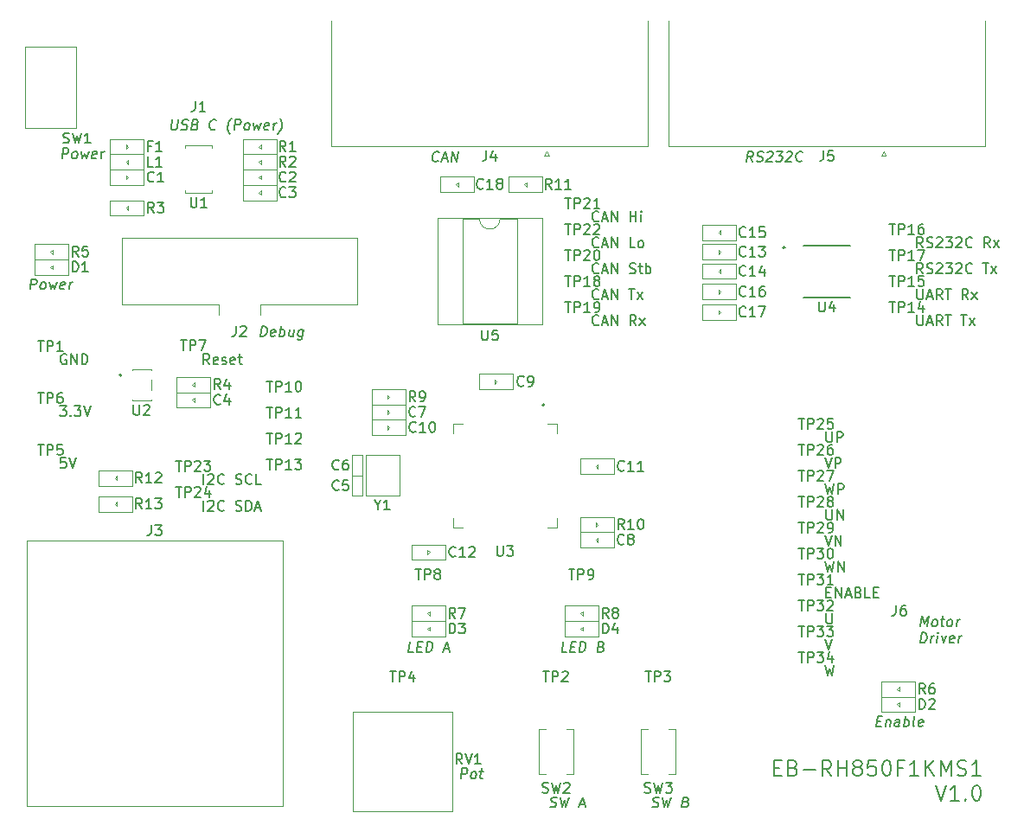
<source format=gto>
G04 #@! TF.GenerationSoftware,KiCad,Pcbnew,7.0.6*
G04 #@! TF.CreationDate,2023-12-17T19:57:47+09:00*
G04 #@! TF.ProjectId,EB-RH850F1KMS1,45422d52-4838-4353-9046-314b4d53312e,V1.0*
G04 #@! TF.SameCoordinates,Original*
G04 #@! TF.FileFunction,Legend,Top*
G04 #@! TF.FilePolarity,Positive*
%FSLAX46Y46*%
G04 Gerber Fmt 4.6, Leading zero omitted, Abs format (unit mm)*
G04 Created by KiCad (PCBNEW 7.0.6) date 2023-12-17 19:57:47*
%MOMM*%
%LPD*%
G01*
G04 APERTURE LIST*
%ADD10C,0.200000*%
%ADD11C,0.150000*%
%ADD12C,0.120000*%
%ADD13C,0.100000*%
G04 APERTURE END LIST*
D10*
X40663720Y-19757219D02*
X40788720Y-18757219D01*
X40788720Y-18757219D02*
X41032768Y-19471504D01*
X41032768Y-19471504D02*
X41455387Y-18757219D01*
X41455387Y-18757219D02*
X41330387Y-19757219D01*
X41949435Y-19757219D02*
X41860149Y-19709600D01*
X41860149Y-19709600D02*
X41818482Y-19661980D01*
X41818482Y-19661980D02*
X41782768Y-19566742D01*
X41782768Y-19566742D02*
X41818482Y-19281028D01*
X41818482Y-19281028D02*
X41878006Y-19185790D01*
X41878006Y-19185790D02*
X41931577Y-19138171D01*
X41931577Y-19138171D02*
X42032768Y-19090552D01*
X42032768Y-19090552D02*
X42175625Y-19090552D01*
X42175625Y-19090552D02*
X42264911Y-19138171D01*
X42264911Y-19138171D02*
X42306577Y-19185790D01*
X42306577Y-19185790D02*
X42342292Y-19281028D01*
X42342292Y-19281028D02*
X42306577Y-19566742D01*
X42306577Y-19566742D02*
X42247054Y-19661980D01*
X42247054Y-19661980D02*
X42193482Y-19709600D01*
X42193482Y-19709600D02*
X42092292Y-19757219D01*
X42092292Y-19757219D02*
X41949435Y-19757219D01*
X42651816Y-19090552D02*
X43032768Y-19090552D01*
X42836339Y-18757219D02*
X42729197Y-19614361D01*
X42729197Y-19614361D02*
X42764911Y-19709600D01*
X42764911Y-19709600D02*
X42854197Y-19757219D01*
X42854197Y-19757219D02*
X42949435Y-19757219D01*
X43425626Y-19757219D02*
X43336340Y-19709600D01*
X43336340Y-19709600D02*
X43294673Y-19661980D01*
X43294673Y-19661980D02*
X43258959Y-19566742D01*
X43258959Y-19566742D02*
X43294673Y-19281028D01*
X43294673Y-19281028D02*
X43354197Y-19185790D01*
X43354197Y-19185790D02*
X43407768Y-19138171D01*
X43407768Y-19138171D02*
X43508959Y-19090552D01*
X43508959Y-19090552D02*
X43651816Y-19090552D01*
X43651816Y-19090552D02*
X43741102Y-19138171D01*
X43741102Y-19138171D02*
X43782768Y-19185790D01*
X43782768Y-19185790D02*
X43818483Y-19281028D01*
X43818483Y-19281028D02*
X43782768Y-19566742D01*
X43782768Y-19566742D02*
X43723245Y-19661980D01*
X43723245Y-19661980D02*
X43669673Y-19709600D01*
X43669673Y-19709600D02*
X43568483Y-19757219D01*
X43568483Y-19757219D02*
X43425626Y-19757219D01*
X44187530Y-19757219D02*
X44270864Y-19090552D01*
X44247054Y-19281028D02*
X44306578Y-19185790D01*
X44306578Y-19185790D02*
X44360149Y-19138171D01*
X44360149Y-19138171D02*
X44461340Y-19090552D01*
X44461340Y-19090552D02*
X44556578Y-19090552D01*
X40663720Y-21367219D02*
X40788720Y-20367219D01*
X40788720Y-20367219D02*
X41026816Y-20367219D01*
X41026816Y-20367219D02*
X41163720Y-20414838D01*
X41163720Y-20414838D02*
X41247054Y-20510076D01*
X41247054Y-20510076D02*
X41282768Y-20605314D01*
X41282768Y-20605314D02*
X41306578Y-20795790D01*
X41306578Y-20795790D02*
X41288720Y-20938647D01*
X41288720Y-20938647D02*
X41217292Y-21129123D01*
X41217292Y-21129123D02*
X41157768Y-21224361D01*
X41157768Y-21224361D02*
X41050625Y-21319600D01*
X41050625Y-21319600D02*
X40901816Y-21367219D01*
X40901816Y-21367219D02*
X40663720Y-21367219D01*
X41663720Y-21367219D02*
X41747054Y-20700552D01*
X41723244Y-20891028D02*
X41782768Y-20795790D01*
X41782768Y-20795790D02*
X41836339Y-20748171D01*
X41836339Y-20748171D02*
X41937530Y-20700552D01*
X41937530Y-20700552D02*
X42032768Y-20700552D01*
X42282768Y-21367219D02*
X42366102Y-20700552D01*
X42407768Y-20367219D02*
X42354197Y-20414838D01*
X42354197Y-20414838D02*
X42395864Y-20462457D01*
X42395864Y-20462457D02*
X42449435Y-20414838D01*
X42449435Y-20414838D02*
X42407768Y-20367219D01*
X42407768Y-20367219D02*
X42395864Y-20462457D01*
X42747054Y-20700552D02*
X42901816Y-21367219D01*
X42901816Y-21367219D02*
X43223244Y-20700552D01*
X43907768Y-21319600D02*
X43806578Y-21367219D01*
X43806578Y-21367219D02*
X43616101Y-21367219D01*
X43616101Y-21367219D02*
X43526816Y-21319600D01*
X43526816Y-21319600D02*
X43491101Y-21224361D01*
X43491101Y-21224361D02*
X43538721Y-20843409D01*
X43538721Y-20843409D02*
X43598244Y-20748171D01*
X43598244Y-20748171D02*
X43699435Y-20700552D01*
X43699435Y-20700552D02*
X43889911Y-20700552D01*
X43889911Y-20700552D02*
X43979197Y-20748171D01*
X43979197Y-20748171D02*
X44014911Y-20843409D01*
X44014911Y-20843409D02*
X44003006Y-20938647D01*
X44003006Y-20938647D02*
X43514911Y-21033885D01*
X44378006Y-21367219D02*
X44461340Y-20700552D01*
X44437530Y-20891028D02*
X44497054Y-20795790D01*
X44497054Y-20795790D02*
X44550625Y-20748171D01*
X44550625Y-20748171D02*
X44651816Y-20700552D01*
X44651816Y-20700552D02*
X44747054Y-20700552D01*
X-32585715Y29847780D02*
X-32686905Y29038257D01*
X-32686905Y29038257D02*
X-32651191Y28943019D01*
X-32651191Y28943019D02*
X-32609524Y28895400D01*
X-32609524Y28895400D02*
X-32520238Y28847780D01*
X-32520238Y28847780D02*
X-32329762Y28847780D01*
X-32329762Y28847780D02*
X-32228572Y28895400D01*
X-32228572Y28895400D02*
X-32175000Y28943019D01*
X-32175000Y28943019D02*
X-32115477Y29038257D01*
X-32115477Y29038257D02*
X-32014286Y29847780D01*
X-31704762Y28895400D02*
X-31567858Y28847780D01*
X-31567858Y28847780D02*
X-31329762Y28847780D01*
X-31329762Y28847780D02*
X-31228572Y28895400D01*
X-31228572Y28895400D02*
X-31175000Y28943019D01*
X-31175000Y28943019D02*
X-31115477Y29038257D01*
X-31115477Y29038257D02*
X-31103572Y29133495D01*
X-31103572Y29133495D02*
X-31139286Y29228733D01*
X-31139286Y29228733D02*
X-31180953Y29276352D01*
X-31180953Y29276352D02*
X-31270239Y29323971D01*
X-31270239Y29323971D02*
X-31454762Y29371590D01*
X-31454762Y29371590D02*
X-31544048Y29419209D01*
X-31544048Y29419209D02*
X-31585715Y29466828D01*
X-31585715Y29466828D02*
X-31621429Y29562066D01*
X-31621429Y29562066D02*
X-31609524Y29657304D01*
X-31609524Y29657304D02*
X-31550000Y29752542D01*
X-31550000Y29752542D02*
X-31496429Y29800161D01*
X-31496429Y29800161D02*
X-31395239Y29847780D01*
X-31395239Y29847780D02*
X-31157143Y29847780D01*
X-31157143Y29847780D02*
X-31020239Y29800161D01*
X-30311905Y29371590D02*
X-30175000Y29323971D01*
X-30175000Y29323971D02*
X-30133334Y29276352D01*
X-30133334Y29276352D02*
X-30097619Y29181114D01*
X-30097619Y29181114D02*
X-30115477Y29038257D01*
X-30115477Y29038257D02*
X-30175000Y28943019D01*
X-30175000Y28943019D02*
X-30228572Y28895400D01*
X-30228572Y28895400D02*
X-30329762Y28847780D01*
X-30329762Y28847780D02*
X-30710715Y28847780D01*
X-30710715Y28847780D02*
X-30585715Y29847780D01*
X-30585715Y29847780D02*
X-30252381Y29847780D01*
X-30252381Y29847780D02*
X-30163096Y29800161D01*
X-30163096Y29800161D02*
X-30121429Y29752542D01*
X-30121429Y29752542D02*
X-30085715Y29657304D01*
X-30085715Y29657304D02*
X-30097619Y29562066D01*
X-30097619Y29562066D02*
X-30157143Y29466828D01*
X-30157143Y29466828D02*
X-30210715Y29419209D01*
X-30210715Y29419209D02*
X-30311905Y29371590D01*
X-30311905Y29371590D02*
X-30645238Y29371590D01*
X-28365476Y28943019D02*
X-28419048Y28895400D01*
X-28419048Y28895400D02*
X-28567857Y28847780D01*
X-28567857Y28847780D02*
X-28663095Y28847780D01*
X-28663095Y28847780D02*
X-28800000Y28895400D01*
X-28800000Y28895400D02*
X-28883333Y28990638D01*
X-28883333Y28990638D02*
X-28919048Y29085876D01*
X-28919048Y29085876D02*
X-28942857Y29276352D01*
X-28942857Y29276352D02*
X-28925000Y29419209D01*
X-28925000Y29419209D02*
X-28853572Y29609685D01*
X-28853572Y29609685D02*
X-28794048Y29704923D01*
X-28794048Y29704923D02*
X-28686905Y29800161D01*
X-28686905Y29800161D02*
X-28538095Y29847780D01*
X-28538095Y29847780D02*
X-28442857Y29847780D01*
X-28442857Y29847780D02*
X-28305953Y29800161D01*
X-28305953Y29800161D02*
X-28264286Y29752542D01*
X-26948809Y28466828D02*
X-26990476Y28514447D01*
X-26990476Y28514447D02*
X-27067857Y28657304D01*
X-27067857Y28657304D02*
X-27103571Y28752542D01*
X-27103571Y28752542D02*
X-27133333Y28895400D01*
X-27133333Y28895400D02*
X-27151190Y29133495D01*
X-27151190Y29133495D02*
X-27127381Y29323971D01*
X-27127381Y29323971D02*
X-27050000Y29562066D01*
X-27050000Y29562066D02*
X-26984524Y29704923D01*
X-26984524Y29704923D02*
X-26925000Y29800161D01*
X-26925000Y29800161D02*
X-26811905Y29943019D01*
X-26811905Y29943019D02*
X-26758333Y29990638D01*
X-26520238Y28847780D02*
X-26395238Y29847780D01*
X-26395238Y29847780D02*
X-26014285Y29847780D01*
X-26014285Y29847780D02*
X-25925000Y29800161D01*
X-25925000Y29800161D02*
X-25883333Y29752542D01*
X-25883333Y29752542D02*
X-25847619Y29657304D01*
X-25847619Y29657304D02*
X-25865476Y29514447D01*
X-25865476Y29514447D02*
X-25925000Y29419209D01*
X-25925000Y29419209D02*
X-25978571Y29371590D01*
X-25978571Y29371590D02*
X-26079761Y29323971D01*
X-26079761Y29323971D02*
X-26460714Y29323971D01*
X-25377381Y28847780D02*
X-25466666Y28895400D01*
X-25466666Y28895400D02*
X-25508333Y28943019D01*
X-25508333Y28943019D02*
X-25544047Y29038257D01*
X-25544047Y29038257D02*
X-25508333Y29323971D01*
X-25508333Y29323971D02*
X-25448809Y29419209D01*
X-25448809Y29419209D02*
X-25395238Y29466828D01*
X-25395238Y29466828D02*
X-25294047Y29514447D01*
X-25294047Y29514447D02*
X-25151190Y29514447D01*
X-25151190Y29514447D02*
X-25061904Y29466828D01*
X-25061904Y29466828D02*
X-25020238Y29419209D01*
X-25020238Y29419209D02*
X-24984523Y29323971D01*
X-24984523Y29323971D02*
X-25020238Y29038257D01*
X-25020238Y29038257D02*
X-25079761Y28943019D01*
X-25079761Y28943019D02*
X-25133333Y28895400D01*
X-25133333Y28895400D02*
X-25234523Y28847780D01*
X-25234523Y28847780D02*
X-25377381Y28847780D01*
X-24627380Y29514447D02*
X-24520238Y28847780D01*
X-24520238Y28847780D02*
X-24270238Y29323971D01*
X-24270238Y29323971D02*
X-24139285Y28847780D01*
X-24139285Y28847780D02*
X-23865476Y29514447D01*
X-23180952Y28895400D02*
X-23282142Y28847780D01*
X-23282142Y28847780D02*
X-23472619Y28847780D01*
X-23472619Y28847780D02*
X-23561904Y28895400D01*
X-23561904Y28895400D02*
X-23597619Y28990638D01*
X-23597619Y28990638D02*
X-23550000Y29371590D01*
X-23550000Y29371590D02*
X-23490476Y29466828D01*
X-23490476Y29466828D02*
X-23389285Y29514447D01*
X-23389285Y29514447D02*
X-23198809Y29514447D01*
X-23198809Y29514447D02*
X-23109523Y29466828D01*
X-23109523Y29466828D02*
X-23073809Y29371590D01*
X-23073809Y29371590D02*
X-23085714Y29276352D01*
X-23085714Y29276352D02*
X-23573809Y29181114D01*
X-22710714Y28847780D02*
X-22627380Y29514447D01*
X-22651190Y29323971D02*
X-22591666Y29419209D01*
X-22591666Y29419209D02*
X-22538095Y29466828D01*
X-22538095Y29466828D02*
X-22436904Y29514447D01*
X-22436904Y29514447D02*
X-22341666Y29514447D01*
X-22234523Y28466828D02*
X-22180951Y28514447D01*
X-22180951Y28514447D02*
X-22067856Y28657304D01*
X-22067856Y28657304D02*
X-22008332Y28752542D01*
X-22008332Y28752542D02*
X-21942856Y28895400D01*
X-21942856Y28895400D02*
X-21865475Y29133495D01*
X-21865475Y29133495D02*
X-21841666Y29323971D01*
X-21841666Y29323971D02*
X-21859523Y29562066D01*
X-21859523Y29562066D02*
X-21889285Y29704923D01*
X-21889285Y29704923D02*
X-21924999Y29800161D01*
X-21924999Y29800161D02*
X-22002380Y29943019D01*
X-22002380Y29943019D02*
X-22044047Y29990638D01*
X-46482143Y13247780D02*
X-46357143Y14247780D01*
X-46357143Y14247780D02*
X-45976190Y14247780D01*
X-45976190Y14247780D02*
X-45886905Y14200161D01*
X-45886905Y14200161D02*
X-45845238Y14152542D01*
X-45845238Y14152542D02*
X-45809524Y14057304D01*
X-45809524Y14057304D02*
X-45827381Y13914447D01*
X-45827381Y13914447D02*
X-45886905Y13819209D01*
X-45886905Y13819209D02*
X-45940476Y13771590D01*
X-45940476Y13771590D02*
X-46041666Y13723971D01*
X-46041666Y13723971D02*
X-46422619Y13723971D01*
X-45339286Y13247780D02*
X-45428571Y13295400D01*
X-45428571Y13295400D02*
X-45470238Y13343019D01*
X-45470238Y13343019D02*
X-45505952Y13438257D01*
X-45505952Y13438257D02*
X-45470238Y13723971D01*
X-45470238Y13723971D02*
X-45410714Y13819209D01*
X-45410714Y13819209D02*
X-45357143Y13866828D01*
X-45357143Y13866828D02*
X-45255952Y13914447D01*
X-45255952Y13914447D02*
X-45113095Y13914447D01*
X-45113095Y13914447D02*
X-45023809Y13866828D01*
X-45023809Y13866828D02*
X-44982143Y13819209D01*
X-44982143Y13819209D02*
X-44946428Y13723971D01*
X-44946428Y13723971D02*
X-44982143Y13438257D01*
X-44982143Y13438257D02*
X-45041666Y13343019D01*
X-45041666Y13343019D02*
X-45095238Y13295400D01*
X-45095238Y13295400D02*
X-45196428Y13247780D01*
X-45196428Y13247780D02*
X-45339286Y13247780D01*
X-44589285Y13914447D02*
X-44482143Y13247780D01*
X-44482143Y13247780D02*
X-44232143Y13723971D01*
X-44232143Y13723971D02*
X-44101190Y13247780D01*
X-44101190Y13247780D02*
X-43827381Y13914447D01*
X-43142857Y13295400D02*
X-43244047Y13247780D01*
X-43244047Y13247780D02*
X-43434524Y13247780D01*
X-43434524Y13247780D02*
X-43523809Y13295400D01*
X-43523809Y13295400D02*
X-43559524Y13390638D01*
X-43559524Y13390638D02*
X-43511905Y13771590D01*
X-43511905Y13771590D02*
X-43452381Y13866828D01*
X-43452381Y13866828D02*
X-43351190Y13914447D01*
X-43351190Y13914447D02*
X-43160714Y13914447D01*
X-43160714Y13914447D02*
X-43071428Y13866828D01*
X-43071428Y13866828D02*
X-43035714Y13771590D01*
X-43035714Y13771590D02*
X-43047619Y13676352D01*
X-43047619Y13676352D02*
X-43535714Y13581114D01*
X-42672619Y13247780D02*
X-42589285Y13914447D01*
X-42613095Y13723971D02*
X-42553571Y13819209D01*
X-42553571Y13819209D02*
X-42500000Y13866828D01*
X-42500000Y13866828D02*
X-42398809Y13914447D01*
X-42398809Y13914447D02*
X-42303571Y13914447D01*
D11*
X-29508220Y-8454819D02*
X-29508220Y-7454819D01*
X-29079649Y-7550057D02*
X-29032030Y-7502438D01*
X-29032030Y-7502438D02*
X-28936792Y-7454819D01*
X-28936792Y-7454819D02*
X-28698697Y-7454819D01*
X-28698697Y-7454819D02*
X-28603459Y-7502438D01*
X-28603459Y-7502438D02*
X-28555840Y-7550057D01*
X-28555840Y-7550057D02*
X-28508221Y-7645295D01*
X-28508221Y-7645295D02*
X-28508221Y-7740533D01*
X-28508221Y-7740533D02*
X-28555840Y-7883390D01*
X-28555840Y-7883390D02*
X-29127268Y-8454819D01*
X-29127268Y-8454819D02*
X-28508221Y-8454819D01*
X-27508221Y-8359580D02*
X-27555840Y-8407200D01*
X-27555840Y-8407200D02*
X-27698697Y-8454819D01*
X-27698697Y-8454819D02*
X-27793935Y-8454819D01*
X-27793935Y-8454819D02*
X-27936792Y-8407200D01*
X-27936792Y-8407200D02*
X-28032030Y-8311961D01*
X-28032030Y-8311961D02*
X-28079649Y-8216723D01*
X-28079649Y-8216723D02*
X-28127268Y-8026247D01*
X-28127268Y-8026247D02*
X-28127268Y-7883390D01*
X-28127268Y-7883390D02*
X-28079649Y-7692914D01*
X-28079649Y-7692914D02*
X-28032030Y-7597676D01*
X-28032030Y-7597676D02*
X-27936792Y-7502438D01*
X-27936792Y-7502438D02*
X-27793935Y-7454819D01*
X-27793935Y-7454819D02*
X-27698697Y-7454819D01*
X-27698697Y-7454819D02*
X-27555840Y-7502438D01*
X-27555840Y-7502438D02*
X-27508221Y-7550057D01*
X-26365363Y-8407200D02*
X-26222506Y-8454819D01*
X-26222506Y-8454819D02*
X-25984411Y-8454819D01*
X-25984411Y-8454819D02*
X-25889173Y-8407200D01*
X-25889173Y-8407200D02*
X-25841554Y-8359580D01*
X-25841554Y-8359580D02*
X-25793935Y-8264342D01*
X-25793935Y-8264342D02*
X-25793935Y-8169104D01*
X-25793935Y-8169104D02*
X-25841554Y-8073866D01*
X-25841554Y-8073866D02*
X-25889173Y-8026247D01*
X-25889173Y-8026247D02*
X-25984411Y-7978628D01*
X-25984411Y-7978628D02*
X-26174887Y-7931009D01*
X-26174887Y-7931009D02*
X-26270125Y-7883390D01*
X-26270125Y-7883390D02*
X-26317744Y-7835771D01*
X-26317744Y-7835771D02*
X-26365363Y-7740533D01*
X-26365363Y-7740533D02*
X-26365363Y-7645295D01*
X-26365363Y-7645295D02*
X-26317744Y-7550057D01*
X-26317744Y-7550057D02*
X-26270125Y-7502438D01*
X-26270125Y-7502438D02*
X-26174887Y-7454819D01*
X-26174887Y-7454819D02*
X-25936792Y-7454819D01*
X-25936792Y-7454819D02*
X-25793935Y-7502438D01*
X-25365363Y-8454819D02*
X-25365363Y-7454819D01*
X-25365363Y-7454819D02*
X-25127268Y-7454819D01*
X-25127268Y-7454819D02*
X-24984411Y-7502438D01*
X-24984411Y-7502438D02*
X-24889173Y-7597676D01*
X-24889173Y-7597676D02*
X-24841554Y-7692914D01*
X-24841554Y-7692914D02*
X-24793935Y-7883390D01*
X-24793935Y-7883390D02*
X-24793935Y-8026247D01*
X-24793935Y-8026247D02*
X-24841554Y-8216723D01*
X-24841554Y-8216723D02*
X-24889173Y-8311961D01*
X-24889173Y-8311961D02*
X-24984411Y-8407200D01*
X-24984411Y-8407200D02*
X-25127268Y-8454819D01*
X-25127268Y-8454819D02*
X-25365363Y-8454819D01*
X-24412982Y-8169104D02*
X-23936792Y-8169104D01*
X-24508220Y-8454819D02*
X-24174887Y-7454819D01*
X-24174887Y-7454819D02*
X-23841554Y-8454819D01*
X-29508220Y-5854819D02*
X-29508220Y-4854819D01*
X-29079649Y-4950057D02*
X-29032030Y-4902438D01*
X-29032030Y-4902438D02*
X-28936792Y-4854819D01*
X-28936792Y-4854819D02*
X-28698697Y-4854819D01*
X-28698697Y-4854819D02*
X-28603459Y-4902438D01*
X-28603459Y-4902438D02*
X-28555840Y-4950057D01*
X-28555840Y-4950057D02*
X-28508221Y-5045295D01*
X-28508221Y-5045295D02*
X-28508221Y-5140533D01*
X-28508221Y-5140533D02*
X-28555840Y-5283390D01*
X-28555840Y-5283390D02*
X-29127268Y-5854819D01*
X-29127268Y-5854819D02*
X-28508221Y-5854819D01*
X-27508221Y-5759580D02*
X-27555840Y-5807200D01*
X-27555840Y-5807200D02*
X-27698697Y-5854819D01*
X-27698697Y-5854819D02*
X-27793935Y-5854819D01*
X-27793935Y-5854819D02*
X-27936792Y-5807200D01*
X-27936792Y-5807200D02*
X-28032030Y-5711961D01*
X-28032030Y-5711961D02*
X-28079649Y-5616723D01*
X-28079649Y-5616723D02*
X-28127268Y-5426247D01*
X-28127268Y-5426247D02*
X-28127268Y-5283390D01*
X-28127268Y-5283390D02*
X-28079649Y-5092914D01*
X-28079649Y-5092914D02*
X-28032030Y-4997676D01*
X-28032030Y-4997676D02*
X-27936792Y-4902438D01*
X-27936792Y-4902438D02*
X-27793935Y-4854819D01*
X-27793935Y-4854819D02*
X-27698697Y-4854819D01*
X-27698697Y-4854819D02*
X-27555840Y-4902438D01*
X-27555840Y-4902438D02*
X-27508221Y-4950057D01*
X-26365363Y-5807200D02*
X-26222506Y-5854819D01*
X-26222506Y-5854819D02*
X-25984411Y-5854819D01*
X-25984411Y-5854819D02*
X-25889173Y-5807200D01*
X-25889173Y-5807200D02*
X-25841554Y-5759580D01*
X-25841554Y-5759580D02*
X-25793935Y-5664342D01*
X-25793935Y-5664342D02*
X-25793935Y-5569104D01*
X-25793935Y-5569104D02*
X-25841554Y-5473866D01*
X-25841554Y-5473866D02*
X-25889173Y-5426247D01*
X-25889173Y-5426247D02*
X-25984411Y-5378628D01*
X-25984411Y-5378628D02*
X-26174887Y-5331009D01*
X-26174887Y-5331009D02*
X-26270125Y-5283390D01*
X-26270125Y-5283390D02*
X-26317744Y-5235771D01*
X-26317744Y-5235771D02*
X-26365363Y-5140533D01*
X-26365363Y-5140533D02*
X-26365363Y-5045295D01*
X-26365363Y-5045295D02*
X-26317744Y-4950057D01*
X-26317744Y-4950057D02*
X-26270125Y-4902438D01*
X-26270125Y-4902438D02*
X-26174887Y-4854819D01*
X-26174887Y-4854819D02*
X-25936792Y-4854819D01*
X-25936792Y-4854819D02*
X-25793935Y-4902438D01*
X-24793935Y-5759580D02*
X-24841554Y-5807200D01*
X-24841554Y-5807200D02*
X-24984411Y-5854819D01*
X-24984411Y-5854819D02*
X-25079649Y-5854819D01*
X-25079649Y-5854819D02*
X-25222506Y-5807200D01*
X-25222506Y-5807200D02*
X-25317744Y-5711961D01*
X-25317744Y-5711961D02*
X-25365363Y-5616723D01*
X-25365363Y-5616723D02*
X-25412982Y-5426247D01*
X-25412982Y-5426247D02*
X-25412982Y-5283390D01*
X-25412982Y-5283390D02*
X-25365363Y-5092914D01*
X-25365363Y-5092914D02*
X-25317744Y-4997676D01*
X-25317744Y-4997676D02*
X-25222506Y-4902438D01*
X-25222506Y-4902438D02*
X-25079649Y-4854819D01*
X-25079649Y-4854819D02*
X-24984411Y-4854819D01*
X-24984411Y-4854819D02*
X-24841554Y-4902438D01*
X-24841554Y-4902438D02*
X-24793935Y-4950057D01*
X-23889173Y-5854819D02*
X-24365363Y-5854819D01*
X-24365363Y-5854819D02*
X-24365363Y-4854819D01*
X31356541Y-23584819D02*
X31594636Y-24584819D01*
X31594636Y-24584819D02*
X31785112Y-23870533D01*
X31785112Y-23870533D02*
X31975588Y-24584819D01*
X31975588Y-24584819D02*
X32213684Y-23584819D01*
X31308922Y-21044819D02*
X31642255Y-22044819D01*
X31642255Y-22044819D02*
X31975588Y-21044819D01*
X31451779Y-18504819D02*
X31451779Y-19314342D01*
X31451779Y-19314342D02*
X31499398Y-19409580D01*
X31499398Y-19409580D02*
X31547017Y-19457200D01*
X31547017Y-19457200D02*
X31642255Y-19504819D01*
X31642255Y-19504819D02*
X31832731Y-19504819D01*
X31832731Y-19504819D02*
X31927969Y-19457200D01*
X31927969Y-19457200D02*
X31975588Y-19409580D01*
X31975588Y-19409580D02*
X32023207Y-19314342D01*
X32023207Y-19314342D02*
X32023207Y-18504819D01*
X31451779Y-16441009D02*
X31785112Y-16441009D01*
X31927969Y-16964819D02*
X31451779Y-16964819D01*
X31451779Y-16964819D02*
X31451779Y-15964819D01*
X31451779Y-15964819D02*
X31927969Y-15964819D01*
X32356541Y-16964819D02*
X32356541Y-15964819D01*
X32356541Y-15964819D02*
X32927969Y-16964819D01*
X32927969Y-16964819D02*
X32927969Y-15964819D01*
X33356541Y-16679104D02*
X33832731Y-16679104D01*
X33261303Y-16964819D02*
X33594636Y-15964819D01*
X33594636Y-15964819D02*
X33927969Y-16964819D01*
X34594636Y-16441009D02*
X34737493Y-16488628D01*
X34737493Y-16488628D02*
X34785112Y-16536247D01*
X34785112Y-16536247D02*
X34832731Y-16631485D01*
X34832731Y-16631485D02*
X34832731Y-16774342D01*
X34832731Y-16774342D02*
X34785112Y-16869580D01*
X34785112Y-16869580D02*
X34737493Y-16917200D01*
X34737493Y-16917200D02*
X34642255Y-16964819D01*
X34642255Y-16964819D02*
X34261303Y-16964819D01*
X34261303Y-16964819D02*
X34261303Y-15964819D01*
X34261303Y-15964819D02*
X34594636Y-15964819D01*
X34594636Y-15964819D02*
X34689874Y-16012438D01*
X34689874Y-16012438D02*
X34737493Y-16060057D01*
X34737493Y-16060057D02*
X34785112Y-16155295D01*
X34785112Y-16155295D02*
X34785112Y-16250533D01*
X34785112Y-16250533D02*
X34737493Y-16345771D01*
X34737493Y-16345771D02*
X34689874Y-16393390D01*
X34689874Y-16393390D02*
X34594636Y-16441009D01*
X34594636Y-16441009D02*
X34261303Y-16441009D01*
X35737493Y-16964819D02*
X35261303Y-16964819D01*
X35261303Y-16964819D02*
X35261303Y-15964819D01*
X36070827Y-16441009D02*
X36404160Y-16441009D01*
X36547017Y-16964819D02*
X36070827Y-16964819D01*
X36070827Y-16964819D02*
X36070827Y-15964819D01*
X36070827Y-15964819D02*
X36547017Y-15964819D01*
X31356541Y-13424819D02*
X31594636Y-14424819D01*
X31594636Y-14424819D02*
X31785112Y-13710533D01*
X31785112Y-13710533D02*
X31975588Y-14424819D01*
X31975588Y-14424819D02*
X32213684Y-13424819D01*
X32594636Y-14424819D02*
X32594636Y-13424819D01*
X32594636Y-13424819D02*
X33166064Y-14424819D01*
X33166064Y-14424819D02*
X33166064Y-13424819D01*
X31308922Y-10884819D02*
X31642255Y-11884819D01*
X31642255Y-11884819D02*
X31975588Y-10884819D01*
X32308922Y-11884819D02*
X32308922Y-10884819D01*
X32308922Y-10884819D02*
X32880350Y-11884819D01*
X32880350Y-11884819D02*
X32880350Y-10884819D01*
X31451779Y-8344819D02*
X31451779Y-9154342D01*
X31451779Y-9154342D02*
X31499398Y-9249580D01*
X31499398Y-9249580D02*
X31547017Y-9297200D01*
X31547017Y-9297200D02*
X31642255Y-9344819D01*
X31642255Y-9344819D02*
X31832731Y-9344819D01*
X31832731Y-9344819D02*
X31927969Y-9297200D01*
X31927969Y-9297200D02*
X31975588Y-9249580D01*
X31975588Y-9249580D02*
X32023207Y-9154342D01*
X32023207Y-9154342D02*
X32023207Y-8344819D01*
X32499398Y-9344819D02*
X32499398Y-8344819D01*
X32499398Y-8344819D02*
X33070826Y-9344819D01*
X33070826Y-9344819D02*
X33070826Y-8344819D01*
X31356541Y-5804819D02*
X31594636Y-6804819D01*
X31594636Y-6804819D02*
X31785112Y-6090533D01*
X31785112Y-6090533D02*
X31975588Y-6804819D01*
X31975588Y-6804819D02*
X32213684Y-5804819D01*
X32594636Y-6804819D02*
X32594636Y-5804819D01*
X32594636Y-5804819D02*
X32975588Y-5804819D01*
X32975588Y-5804819D02*
X33070826Y-5852438D01*
X33070826Y-5852438D02*
X33118445Y-5900057D01*
X33118445Y-5900057D02*
X33166064Y-5995295D01*
X33166064Y-5995295D02*
X33166064Y-6138152D01*
X33166064Y-6138152D02*
X33118445Y-6233390D01*
X33118445Y-6233390D02*
X33070826Y-6281009D01*
X33070826Y-6281009D02*
X32975588Y-6328628D01*
X32975588Y-6328628D02*
X32594636Y-6328628D01*
X31308922Y-3264819D02*
X31642255Y-4264819D01*
X31642255Y-4264819D02*
X31975588Y-3264819D01*
X32308922Y-4264819D02*
X32308922Y-3264819D01*
X32308922Y-3264819D02*
X32689874Y-3264819D01*
X32689874Y-3264819D02*
X32785112Y-3312438D01*
X32785112Y-3312438D02*
X32832731Y-3360057D01*
X32832731Y-3360057D02*
X32880350Y-3455295D01*
X32880350Y-3455295D02*
X32880350Y-3598152D01*
X32880350Y-3598152D02*
X32832731Y-3693390D01*
X32832731Y-3693390D02*
X32785112Y-3741009D01*
X32785112Y-3741009D02*
X32689874Y-3788628D01*
X32689874Y-3788628D02*
X32308922Y-3788628D01*
X31451779Y-724819D02*
X31451779Y-1534342D01*
X31451779Y-1534342D02*
X31499398Y-1629580D01*
X31499398Y-1629580D02*
X31547017Y-1677200D01*
X31547017Y-1677200D02*
X31642255Y-1724819D01*
X31642255Y-1724819D02*
X31832731Y-1724819D01*
X31832731Y-1724819D02*
X31927969Y-1677200D01*
X31927969Y-1677200D02*
X31975588Y-1629580D01*
X31975588Y-1629580D02*
X32023207Y-1534342D01*
X32023207Y-1534342D02*
X32023207Y-724819D01*
X32499398Y-1724819D02*
X32499398Y-724819D01*
X32499398Y-724819D02*
X32880350Y-724819D01*
X32880350Y-724819D02*
X32975588Y-772438D01*
X32975588Y-772438D02*
X33023207Y-820057D01*
X33023207Y-820057D02*
X33070826Y-915295D01*
X33070826Y-915295D02*
X33070826Y-1058152D01*
X33070826Y-1058152D02*
X33023207Y-1153390D01*
X33023207Y-1153390D02*
X32975588Y-1201009D01*
X32975588Y-1201009D02*
X32880350Y-1248628D01*
X32880350Y-1248628D02*
X32499398Y-1248628D01*
X40341779Y10705180D02*
X40341779Y9895657D01*
X40341779Y9895657D02*
X40389398Y9800419D01*
X40389398Y9800419D02*
X40437017Y9752800D01*
X40437017Y9752800D02*
X40532255Y9705180D01*
X40532255Y9705180D02*
X40722731Y9705180D01*
X40722731Y9705180D02*
X40817969Y9752800D01*
X40817969Y9752800D02*
X40865588Y9800419D01*
X40865588Y9800419D02*
X40913207Y9895657D01*
X40913207Y9895657D02*
X40913207Y10705180D01*
X41341779Y9990895D02*
X41817969Y9990895D01*
X41246541Y9705180D02*
X41579874Y10705180D01*
X41579874Y10705180D02*
X41913207Y9705180D01*
X42817969Y9705180D02*
X42484636Y10181371D01*
X42246541Y9705180D02*
X42246541Y10705180D01*
X42246541Y10705180D02*
X42627493Y10705180D01*
X42627493Y10705180D02*
X42722731Y10657561D01*
X42722731Y10657561D02*
X42770350Y10609942D01*
X42770350Y10609942D02*
X42817969Y10514704D01*
X42817969Y10514704D02*
X42817969Y10371847D01*
X42817969Y10371847D02*
X42770350Y10276609D01*
X42770350Y10276609D02*
X42722731Y10228990D01*
X42722731Y10228990D02*
X42627493Y10181371D01*
X42627493Y10181371D02*
X42246541Y10181371D01*
X43103684Y10705180D02*
X43675112Y10705180D01*
X43389398Y9705180D02*
X43389398Y10705180D01*
X44627494Y10705180D02*
X45198922Y10705180D01*
X44913208Y9705180D02*
X44913208Y10705180D01*
X45437018Y9705180D02*
X45960827Y10371847D01*
X45437018Y10371847D02*
X45960827Y9705180D01*
X40341779Y13245180D02*
X40341779Y12435657D01*
X40341779Y12435657D02*
X40389398Y12340419D01*
X40389398Y12340419D02*
X40437017Y12292800D01*
X40437017Y12292800D02*
X40532255Y12245180D01*
X40532255Y12245180D02*
X40722731Y12245180D01*
X40722731Y12245180D02*
X40817969Y12292800D01*
X40817969Y12292800D02*
X40865588Y12340419D01*
X40865588Y12340419D02*
X40913207Y12435657D01*
X40913207Y12435657D02*
X40913207Y13245180D01*
X41341779Y12530895D02*
X41817969Y12530895D01*
X41246541Y12245180D02*
X41579874Y13245180D01*
X41579874Y13245180D02*
X41913207Y12245180D01*
X42817969Y12245180D02*
X42484636Y12721371D01*
X42246541Y12245180D02*
X42246541Y13245180D01*
X42246541Y13245180D02*
X42627493Y13245180D01*
X42627493Y13245180D02*
X42722731Y13197561D01*
X42722731Y13197561D02*
X42770350Y13149942D01*
X42770350Y13149942D02*
X42817969Y13054704D01*
X42817969Y13054704D02*
X42817969Y12911847D01*
X42817969Y12911847D02*
X42770350Y12816609D01*
X42770350Y12816609D02*
X42722731Y12768990D01*
X42722731Y12768990D02*
X42627493Y12721371D01*
X42627493Y12721371D02*
X42246541Y12721371D01*
X43103684Y13245180D02*
X43675112Y13245180D01*
X43389398Y12245180D02*
X43389398Y13245180D01*
X45341779Y12245180D02*
X45008446Y12721371D01*
X44770351Y12245180D02*
X44770351Y13245180D01*
X44770351Y13245180D02*
X45151303Y13245180D01*
X45151303Y13245180D02*
X45246541Y13197561D01*
X45246541Y13197561D02*
X45294160Y13149942D01*
X45294160Y13149942D02*
X45341779Y13054704D01*
X45341779Y13054704D02*
X45341779Y12911847D01*
X45341779Y12911847D02*
X45294160Y12816609D01*
X45294160Y12816609D02*
X45246541Y12768990D01*
X45246541Y12768990D02*
X45151303Y12721371D01*
X45151303Y12721371D02*
X44770351Y12721371D01*
X45675113Y12245180D02*
X46198922Y12911847D01*
X45675113Y12911847D02*
X46198922Y12245180D01*
X40913207Y14785180D02*
X40579874Y15261371D01*
X40341779Y14785180D02*
X40341779Y15785180D01*
X40341779Y15785180D02*
X40722731Y15785180D01*
X40722731Y15785180D02*
X40817969Y15737561D01*
X40817969Y15737561D02*
X40865588Y15689942D01*
X40865588Y15689942D02*
X40913207Y15594704D01*
X40913207Y15594704D02*
X40913207Y15451847D01*
X40913207Y15451847D02*
X40865588Y15356609D01*
X40865588Y15356609D02*
X40817969Y15308990D01*
X40817969Y15308990D02*
X40722731Y15261371D01*
X40722731Y15261371D02*
X40341779Y15261371D01*
X41294160Y14832800D02*
X41437017Y14785180D01*
X41437017Y14785180D02*
X41675112Y14785180D01*
X41675112Y14785180D02*
X41770350Y14832800D01*
X41770350Y14832800D02*
X41817969Y14880419D01*
X41817969Y14880419D02*
X41865588Y14975657D01*
X41865588Y14975657D02*
X41865588Y15070895D01*
X41865588Y15070895D02*
X41817969Y15166133D01*
X41817969Y15166133D02*
X41770350Y15213752D01*
X41770350Y15213752D02*
X41675112Y15261371D01*
X41675112Y15261371D02*
X41484636Y15308990D01*
X41484636Y15308990D02*
X41389398Y15356609D01*
X41389398Y15356609D02*
X41341779Y15404228D01*
X41341779Y15404228D02*
X41294160Y15499466D01*
X41294160Y15499466D02*
X41294160Y15594704D01*
X41294160Y15594704D02*
X41341779Y15689942D01*
X41341779Y15689942D02*
X41389398Y15737561D01*
X41389398Y15737561D02*
X41484636Y15785180D01*
X41484636Y15785180D02*
X41722731Y15785180D01*
X41722731Y15785180D02*
X41865588Y15737561D01*
X42246541Y15689942D02*
X42294160Y15737561D01*
X42294160Y15737561D02*
X42389398Y15785180D01*
X42389398Y15785180D02*
X42627493Y15785180D01*
X42627493Y15785180D02*
X42722731Y15737561D01*
X42722731Y15737561D02*
X42770350Y15689942D01*
X42770350Y15689942D02*
X42817969Y15594704D01*
X42817969Y15594704D02*
X42817969Y15499466D01*
X42817969Y15499466D02*
X42770350Y15356609D01*
X42770350Y15356609D02*
X42198922Y14785180D01*
X42198922Y14785180D02*
X42817969Y14785180D01*
X43151303Y15785180D02*
X43770350Y15785180D01*
X43770350Y15785180D02*
X43437017Y15404228D01*
X43437017Y15404228D02*
X43579874Y15404228D01*
X43579874Y15404228D02*
X43675112Y15356609D01*
X43675112Y15356609D02*
X43722731Y15308990D01*
X43722731Y15308990D02*
X43770350Y15213752D01*
X43770350Y15213752D02*
X43770350Y14975657D01*
X43770350Y14975657D02*
X43722731Y14880419D01*
X43722731Y14880419D02*
X43675112Y14832800D01*
X43675112Y14832800D02*
X43579874Y14785180D01*
X43579874Y14785180D02*
X43294160Y14785180D01*
X43294160Y14785180D02*
X43198922Y14832800D01*
X43198922Y14832800D02*
X43151303Y14880419D01*
X44151303Y15689942D02*
X44198922Y15737561D01*
X44198922Y15737561D02*
X44294160Y15785180D01*
X44294160Y15785180D02*
X44532255Y15785180D01*
X44532255Y15785180D02*
X44627493Y15737561D01*
X44627493Y15737561D02*
X44675112Y15689942D01*
X44675112Y15689942D02*
X44722731Y15594704D01*
X44722731Y15594704D02*
X44722731Y15499466D01*
X44722731Y15499466D02*
X44675112Y15356609D01*
X44675112Y15356609D02*
X44103684Y14785180D01*
X44103684Y14785180D02*
X44722731Y14785180D01*
X45722731Y14880419D02*
X45675112Y14832800D01*
X45675112Y14832800D02*
X45532255Y14785180D01*
X45532255Y14785180D02*
X45437017Y14785180D01*
X45437017Y14785180D02*
X45294160Y14832800D01*
X45294160Y14832800D02*
X45198922Y14928038D01*
X45198922Y14928038D02*
X45151303Y15023276D01*
X45151303Y15023276D02*
X45103684Y15213752D01*
X45103684Y15213752D02*
X45103684Y15356609D01*
X45103684Y15356609D02*
X45151303Y15547085D01*
X45151303Y15547085D02*
X45198922Y15642323D01*
X45198922Y15642323D02*
X45294160Y15737561D01*
X45294160Y15737561D02*
X45437017Y15785180D01*
X45437017Y15785180D02*
X45532255Y15785180D01*
X45532255Y15785180D02*
X45675112Y15737561D01*
X45675112Y15737561D02*
X45722731Y15689942D01*
X46770351Y15785180D02*
X47341779Y15785180D01*
X47056065Y14785180D02*
X47056065Y15785180D01*
X47579875Y14785180D02*
X48103684Y15451847D01*
X47579875Y15451847D02*
X48103684Y14785180D01*
X40913207Y17325180D02*
X40579874Y17801371D01*
X40341779Y17325180D02*
X40341779Y18325180D01*
X40341779Y18325180D02*
X40722731Y18325180D01*
X40722731Y18325180D02*
X40817969Y18277561D01*
X40817969Y18277561D02*
X40865588Y18229942D01*
X40865588Y18229942D02*
X40913207Y18134704D01*
X40913207Y18134704D02*
X40913207Y17991847D01*
X40913207Y17991847D02*
X40865588Y17896609D01*
X40865588Y17896609D02*
X40817969Y17848990D01*
X40817969Y17848990D02*
X40722731Y17801371D01*
X40722731Y17801371D02*
X40341779Y17801371D01*
X41294160Y17372800D02*
X41437017Y17325180D01*
X41437017Y17325180D02*
X41675112Y17325180D01*
X41675112Y17325180D02*
X41770350Y17372800D01*
X41770350Y17372800D02*
X41817969Y17420419D01*
X41817969Y17420419D02*
X41865588Y17515657D01*
X41865588Y17515657D02*
X41865588Y17610895D01*
X41865588Y17610895D02*
X41817969Y17706133D01*
X41817969Y17706133D02*
X41770350Y17753752D01*
X41770350Y17753752D02*
X41675112Y17801371D01*
X41675112Y17801371D02*
X41484636Y17848990D01*
X41484636Y17848990D02*
X41389398Y17896609D01*
X41389398Y17896609D02*
X41341779Y17944228D01*
X41341779Y17944228D02*
X41294160Y18039466D01*
X41294160Y18039466D02*
X41294160Y18134704D01*
X41294160Y18134704D02*
X41341779Y18229942D01*
X41341779Y18229942D02*
X41389398Y18277561D01*
X41389398Y18277561D02*
X41484636Y18325180D01*
X41484636Y18325180D02*
X41722731Y18325180D01*
X41722731Y18325180D02*
X41865588Y18277561D01*
X42246541Y18229942D02*
X42294160Y18277561D01*
X42294160Y18277561D02*
X42389398Y18325180D01*
X42389398Y18325180D02*
X42627493Y18325180D01*
X42627493Y18325180D02*
X42722731Y18277561D01*
X42722731Y18277561D02*
X42770350Y18229942D01*
X42770350Y18229942D02*
X42817969Y18134704D01*
X42817969Y18134704D02*
X42817969Y18039466D01*
X42817969Y18039466D02*
X42770350Y17896609D01*
X42770350Y17896609D02*
X42198922Y17325180D01*
X42198922Y17325180D02*
X42817969Y17325180D01*
X43151303Y18325180D02*
X43770350Y18325180D01*
X43770350Y18325180D02*
X43437017Y17944228D01*
X43437017Y17944228D02*
X43579874Y17944228D01*
X43579874Y17944228D02*
X43675112Y17896609D01*
X43675112Y17896609D02*
X43722731Y17848990D01*
X43722731Y17848990D02*
X43770350Y17753752D01*
X43770350Y17753752D02*
X43770350Y17515657D01*
X43770350Y17515657D02*
X43722731Y17420419D01*
X43722731Y17420419D02*
X43675112Y17372800D01*
X43675112Y17372800D02*
X43579874Y17325180D01*
X43579874Y17325180D02*
X43294160Y17325180D01*
X43294160Y17325180D02*
X43198922Y17372800D01*
X43198922Y17372800D02*
X43151303Y17420419D01*
X44151303Y18229942D02*
X44198922Y18277561D01*
X44198922Y18277561D02*
X44294160Y18325180D01*
X44294160Y18325180D02*
X44532255Y18325180D01*
X44532255Y18325180D02*
X44627493Y18277561D01*
X44627493Y18277561D02*
X44675112Y18229942D01*
X44675112Y18229942D02*
X44722731Y18134704D01*
X44722731Y18134704D02*
X44722731Y18039466D01*
X44722731Y18039466D02*
X44675112Y17896609D01*
X44675112Y17896609D02*
X44103684Y17325180D01*
X44103684Y17325180D02*
X44722731Y17325180D01*
X45722731Y17420419D02*
X45675112Y17372800D01*
X45675112Y17372800D02*
X45532255Y17325180D01*
X45532255Y17325180D02*
X45437017Y17325180D01*
X45437017Y17325180D02*
X45294160Y17372800D01*
X45294160Y17372800D02*
X45198922Y17468038D01*
X45198922Y17468038D02*
X45151303Y17563276D01*
X45151303Y17563276D02*
X45103684Y17753752D01*
X45103684Y17753752D02*
X45103684Y17896609D01*
X45103684Y17896609D02*
X45151303Y18087085D01*
X45151303Y18087085D02*
X45198922Y18182323D01*
X45198922Y18182323D02*
X45294160Y18277561D01*
X45294160Y18277561D02*
X45437017Y18325180D01*
X45437017Y18325180D02*
X45532255Y18325180D01*
X45532255Y18325180D02*
X45675112Y18277561D01*
X45675112Y18277561D02*
X45722731Y18229942D01*
X47484636Y17325180D02*
X47151303Y17801371D01*
X46913208Y17325180D02*
X46913208Y18325180D01*
X46913208Y18325180D02*
X47294160Y18325180D01*
X47294160Y18325180D02*
X47389398Y18277561D01*
X47389398Y18277561D02*
X47437017Y18229942D01*
X47437017Y18229942D02*
X47484636Y18134704D01*
X47484636Y18134704D02*
X47484636Y17991847D01*
X47484636Y17991847D02*
X47437017Y17896609D01*
X47437017Y17896609D02*
X47389398Y17848990D01*
X47389398Y17848990D02*
X47294160Y17801371D01*
X47294160Y17801371D02*
X46913208Y17801371D01*
X47817970Y17325180D02*
X48341779Y17991847D01*
X47817970Y17991847D02*
X48341779Y17325180D01*
X9163207Y9800419D02*
X9115588Y9752800D01*
X9115588Y9752800D02*
X8972731Y9705180D01*
X8972731Y9705180D02*
X8877493Y9705180D01*
X8877493Y9705180D02*
X8734636Y9752800D01*
X8734636Y9752800D02*
X8639398Y9848038D01*
X8639398Y9848038D02*
X8591779Y9943276D01*
X8591779Y9943276D02*
X8544160Y10133752D01*
X8544160Y10133752D02*
X8544160Y10276609D01*
X8544160Y10276609D02*
X8591779Y10467085D01*
X8591779Y10467085D02*
X8639398Y10562323D01*
X8639398Y10562323D02*
X8734636Y10657561D01*
X8734636Y10657561D02*
X8877493Y10705180D01*
X8877493Y10705180D02*
X8972731Y10705180D01*
X8972731Y10705180D02*
X9115588Y10657561D01*
X9115588Y10657561D02*
X9163207Y10609942D01*
X9544160Y9990895D02*
X10020350Y9990895D01*
X9448922Y9705180D02*
X9782255Y10705180D01*
X9782255Y10705180D02*
X10115588Y9705180D01*
X10448922Y9705180D02*
X10448922Y10705180D01*
X10448922Y10705180D02*
X11020350Y9705180D01*
X11020350Y9705180D02*
X11020350Y10705180D01*
X12829874Y9705180D02*
X12496541Y10181371D01*
X12258446Y9705180D02*
X12258446Y10705180D01*
X12258446Y10705180D02*
X12639398Y10705180D01*
X12639398Y10705180D02*
X12734636Y10657561D01*
X12734636Y10657561D02*
X12782255Y10609942D01*
X12782255Y10609942D02*
X12829874Y10514704D01*
X12829874Y10514704D02*
X12829874Y10371847D01*
X12829874Y10371847D02*
X12782255Y10276609D01*
X12782255Y10276609D02*
X12734636Y10228990D01*
X12734636Y10228990D02*
X12639398Y10181371D01*
X12639398Y10181371D02*
X12258446Y10181371D01*
X13163208Y9705180D02*
X13687017Y10371847D01*
X13163208Y10371847D02*
X13687017Y9705180D01*
X9163207Y12340419D02*
X9115588Y12292800D01*
X9115588Y12292800D02*
X8972731Y12245180D01*
X8972731Y12245180D02*
X8877493Y12245180D01*
X8877493Y12245180D02*
X8734636Y12292800D01*
X8734636Y12292800D02*
X8639398Y12388038D01*
X8639398Y12388038D02*
X8591779Y12483276D01*
X8591779Y12483276D02*
X8544160Y12673752D01*
X8544160Y12673752D02*
X8544160Y12816609D01*
X8544160Y12816609D02*
X8591779Y13007085D01*
X8591779Y13007085D02*
X8639398Y13102323D01*
X8639398Y13102323D02*
X8734636Y13197561D01*
X8734636Y13197561D02*
X8877493Y13245180D01*
X8877493Y13245180D02*
X8972731Y13245180D01*
X8972731Y13245180D02*
X9115588Y13197561D01*
X9115588Y13197561D02*
X9163207Y13149942D01*
X9544160Y12530895D02*
X10020350Y12530895D01*
X9448922Y12245180D02*
X9782255Y13245180D01*
X9782255Y13245180D02*
X10115588Y12245180D01*
X10448922Y12245180D02*
X10448922Y13245180D01*
X10448922Y13245180D02*
X11020350Y12245180D01*
X11020350Y12245180D02*
X11020350Y13245180D01*
X12115589Y13245180D02*
X12687017Y13245180D01*
X12401303Y12245180D02*
X12401303Y13245180D01*
X12925113Y12245180D02*
X13448922Y12911847D01*
X12925113Y12911847D02*
X13448922Y12245180D01*
X9163207Y14880419D02*
X9115588Y14832800D01*
X9115588Y14832800D02*
X8972731Y14785180D01*
X8972731Y14785180D02*
X8877493Y14785180D01*
X8877493Y14785180D02*
X8734636Y14832800D01*
X8734636Y14832800D02*
X8639398Y14928038D01*
X8639398Y14928038D02*
X8591779Y15023276D01*
X8591779Y15023276D02*
X8544160Y15213752D01*
X8544160Y15213752D02*
X8544160Y15356609D01*
X8544160Y15356609D02*
X8591779Y15547085D01*
X8591779Y15547085D02*
X8639398Y15642323D01*
X8639398Y15642323D02*
X8734636Y15737561D01*
X8734636Y15737561D02*
X8877493Y15785180D01*
X8877493Y15785180D02*
X8972731Y15785180D01*
X8972731Y15785180D02*
X9115588Y15737561D01*
X9115588Y15737561D02*
X9163207Y15689942D01*
X9544160Y15070895D02*
X10020350Y15070895D01*
X9448922Y14785180D02*
X9782255Y15785180D01*
X9782255Y15785180D02*
X10115588Y14785180D01*
X10448922Y14785180D02*
X10448922Y15785180D01*
X10448922Y15785180D02*
X11020350Y14785180D01*
X11020350Y14785180D02*
X11020350Y15785180D01*
X12210827Y14832800D02*
X12353684Y14785180D01*
X12353684Y14785180D02*
X12591779Y14785180D01*
X12591779Y14785180D02*
X12687017Y14832800D01*
X12687017Y14832800D02*
X12734636Y14880419D01*
X12734636Y14880419D02*
X12782255Y14975657D01*
X12782255Y14975657D02*
X12782255Y15070895D01*
X12782255Y15070895D02*
X12734636Y15166133D01*
X12734636Y15166133D02*
X12687017Y15213752D01*
X12687017Y15213752D02*
X12591779Y15261371D01*
X12591779Y15261371D02*
X12401303Y15308990D01*
X12401303Y15308990D02*
X12306065Y15356609D01*
X12306065Y15356609D02*
X12258446Y15404228D01*
X12258446Y15404228D02*
X12210827Y15499466D01*
X12210827Y15499466D02*
X12210827Y15594704D01*
X12210827Y15594704D02*
X12258446Y15689942D01*
X12258446Y15689942D02*
X12306065Y15737561D01*
X12306065Y15737561D02*
X12401303Y15785180D01*
X12401303Y15785180D02*
X12639398Y15785180D01*
X12639398Y15785180D02*
X12782255Y15737561D01*
X13067970Y15451847D02*
X13448922Y15451847D01*
X13210827Y15785180D02*
X13210827Y14928038D01*
X13210827Y14928038D02*
X13258446Y14832800D01*
X13258446Y14832800D02*
X13353684Y14785180D01*
X13353684Y14785180D02*
X13448922Y14785180D01*
X13782256Y14785180D02*
X13782256Y15785180D01*
X13782256Y15404228D02*
X13877494Y15451847D01*
X13877494Y15451847D02*
X14067970Y15451847D01*
X14067970Y15451847D02*
X14163208Y15404228D01*
X14163208Y15404228D02*
X14210827Y15356609D01*
X14210827Y15356609D02*
X14258446Y15261371D01*
X14258446Y15261371D02*
X14258446Y14975657D01*
X14258446Y14975657D02*
X14210827Y14880419D01*
X14210827Y14880419D02*
X14163208Y14832800D01*
X14163208Y14832800D02*
X14067970Y14785180D01*
X14067970Y14785180D02*
X13877494Y14785180D01*
X13877494Y14785180D02*
X13782256Y14832800D01*
X9163207Y17420419D02*
X9115588Y17372800D01*
X9115588Y17372800D02*
X8972731Y17325180D01*
X8972731Y17325180D02*
X8877493Y17325180D01*
X8877493Y17325180D02*
X8734636Y17372800D01*
X8734636Y17372800D02*
X8639398Y17468038D01*
X8639398Y17468038D02*
X8591779Y17563276D01*
X8591779Y17563276D02*
X8544160Y17753752D01*
X8544160Y17753752D02*
X8544160Y17896609D01*
X8544160Y17896609D02*
X8591779Y18087085D01*
X8591779Y18087085D02*
X8639398Y18182323D01*
X8639398Y18182323D02*
X8734636Y18277561D01*
X8734636Y18277561D02*
X8877493Y18325180D01*
X8877493Y18325180D02*
X8972731Y18325180D01*
X8972731Y18325180D02*
X9115588Y18277561D01*
X9115588Y18277561D02*
X9163207Y18229942D01*
X9544160Y17610895D02*
X10020350Y17610895D01*
X9448922Y17325180D02*
X9782255Y18325180D01*
X9782255Y18325180D02*
X10115588Y17325180D01*
X10448922Y17325180D02*
X10448922Y18325180D01*
X10448922Y18325180D02*
X11020350Y17325180D01*
X11020350Y17325180D02*
X11020350Y18325180D01*
X12734636Y17325180D02*
X12258446Y17325180D01*
X12258446Y17325180D02*
X12258446Y18325180D01*
X13210827Y17325180D02*
X13115589Y17372800D01*
X13115589Y17372800D02*
X13067970Y17420419D01*
X13067970Y17420419D02*
X13020351Y17515657D01*
X13020351Y17515657D02*
X13020351Y17801371D01*
X13020351Y17801371D02*
X13067970Y17896609D01*
X13067970Y17896609D02*
X13115589Y17944228D01*
X13115589Y17944228D02*
X13210827Y17991847D01*
X13210827Y17991847D02*
X13353684Y17991847D01*
X13353684Y17991847D02*
X13448922Y17944228D01*
X13448922Y17944228D02*
X13496541Y17896609D01*
X13496541Y17896609D02*
X13544160Y17801371D01*
X13544160Y17801371D02*
X13544160Y17515657D01*
X13544160Y17515657D02*
X13496541Y17420419D01*
X13496541Y17420419D02*
X13448922Y17372800D01*
X13448922Y17372800D02*
X13353684Y17325180D01*
X13353684Y17325180D02*
X13210827Y17325180D01*
X9163207Y19960419D02*
X9115588Y19912800D01*
X9115588Y19912800D02*
X8972731Y19865180D01*
X8972731Y19865180D02*
X8877493Y19865180D01*
X8877493Y19865180D02*
X8734636Y19912800D01*
X8734636Y19912800D02*
X8639398Y20008038D01*
X8639398Y20008038D02*
X8591779Y20103276D01*
X8591779Y20103276D02*
X8544160Y20293752D01*
X8544160Y20293752D02*
X8544160Y20436609D01*
X8544160Y20436609D02*
X8591779Y20627085D01*
X8591779Y20627085D02*
X8639398Y20722323D01*
X8639398Y20722323D02*
X8734636Y20817561D01*
X8734636Y20817561D02*
X8877493Y20865180D01*
X8877493Y20865180D02*
X8972731Y20865180D01*
X8972731Y20865180D02*
X9115588Y20817561D01*
X9115588Y20817561D02*
X9163207Y20769942D01*
X9544160Y20150895D02*
X10020350Y20150895D01*
X9448922Y19865180D02*
X9782255Y20865180D01*
X9782255Y20865180D02*
X10115588Y19865180D01*
X10448922Y19865180D02*
X10448922Y20865180D01*
X10448922Y20865180D02*
X11020350Y19865180D01*
X11020350Y19865180D02*
X11020350Y20865180D01*
X12258446Y19865180D02*
X12258446Y20865180D01*
X12258446Y20388990D02*
X12829874Y20388990D01*
X12829874Y19865180D02*
X12829874Y20865180D01*
X13306065Y19865180D02*
X13306065Y20531847D01*
X13306065Y20865180D02*
X13258446Y20817561D01*
X13258446Y20817561D02*
X13306065Y20769942D01*
X13306065Y20769942D02*
X13353684Y20817561D01*
X13353684Y20817561D02*
X13306065Y20865180D01*
X13306065Y20865180D02*
X13306065Y20769942D01*
X-28936792Y5895180D02*
X-29270125Y6371371D01*
X-29508220Y5895180D02*
X-29508220Y6895180D01*
X-29508220Y6895180D02*
X-29127268Y6895180D01*
X-29127268Y6895180D02*
X-29032030Y6847561D01*
X-29032030Y6847561D02*
X-28984411Y6799942D01*
X-28984411Y6799942D02*
X-28936792Y6704704D01*
X-28936792Y6704704D02*
X-28936792Y6561847D01*
X-28936792Y6561847D02*
X-28984411Y6466609D01*
X-28984411Y6466609D02*
X-29032030Y6418990D01*
X-29032030Y6418990D02*
X-29127268Y6371371D01*
X-29127268Y6371371D02*
X-29508220Y6371371D01*
X-28127268Y5942800D02*
X-28222506Y5895180D01*
X-28222506Y5895180D02*
X-28412982Y5895180D01*
X-28412982Y5895180D02*
X-28508220Y5942800D01*
X-28508220Y5942800D02*
X-28555839Y6038038D01*
X-28555839Y6038038D02*
X-28555839Y6418990D01*
X-28555839Y6418990D02*
X-28508220Y6514228D01*
X-28508220Y6514228D02*
X-28412982Y6561847D01*
X-28412982Y6561847D02*
X-28222506Y6561847D01*
X-28222506Y6561847D02*
X-28127268Y6514228D01*
X-28127268Y6514228D02*
X-28079649Y6418990D01*
X-28079649Y6418990D02*
X-28079649Y6323752D01*
X-28079649Y6323752D02*
X-28555839Y6228514D01*
X-27698696Y5942800D02*
X-27603458Y5895180D01*
X-27603458Y5895180D02*
X-27412982Y5895180D01*
X-27412982Y5895180D02*
X-27317744Y5942800D01*
X-27317744Y5942800D02*
X-27270125Y6038038D01*
X-27270125Y6038038D02*
X-27270125Y6085657D01*
X-27270125Y6085657D02*
X-27317744Y6180895D01*
X-27317744Y6180895D02*
X-27412982Y6228514D01*
X-27412982Y6228514D02*
X-27555839Y6228514D01*
X-27555839Y6228514D02*
X-27651077Y6276133D01*
X-27651077Y6276133D02*
X-27698696Y6371371D01*
X-27698696Y6371371D02*
X-27698696Y6418990D01*
X-27698696Y6418990D02*
X-27651077Y6514228D01*
X-27651077Y6514228D02*
X-27555839Y6561847D01*
X-27555839Y6561847D02*
X-27412982Y6561847D01*
X-27412982Y6561847D02*
X-27317744Y6514228D01*
X-26460601Y5942800D02*
X-26555839Y5895180D01*
X-26555839Y5895180D02*
X-26746315Y5895180D01*
X-26746315Y5895180D02*
X-26841553Y5942800D01*
X-26841553Y5942800D02*
X-26889172Y6038038D01*
X-26889172Y6038038D02*
X-26889172Y6418990D01*
X-26889172Y6418990D02*
X-26841553Y6514228D01*
X-26841553Y6514228D02*
X-26746315Y6561847D01*
X-26746315Y6561847D02*
X-26555839Y6561847D01*
X-26555839Y6561847D02*
X-26460601Y6514228D01*
X-26460601Y6514228D02*
X-26412982Y6418990D01*
X-26412982Y6418990D02*
X-26412982Y6323752D01*
X-26412982Y6323752D02*
X-26889172Y6228514D01*
X-26127267Y6561847D02*
X-25746315Y6561847D01*
X-25984410Y6895180D02*
X-25984410Y6038038D01*
X-25984410Y6038038D02*
X-25936791Y5942800D01*
X-25936791Y5942800D02*
X-25841553Y5895180D01*
X-25841553Y5895180D02*
X-25746315Y5895180D01*
X-43002030Y-3264819D02*
X-43478220Y-3264819D01*
X-43478220Y-3264819D02*
X-43525839Y-3741009D01*
X-43525839Y-3741009D02*
X-43478220Y-3693390D01*
X-43478220Y-3693390D02*
X-43382982Y-3645771D01*
X-43382982Y-3645771D02*
X-43144887Y-3645771D01*
X-43144887Y-3645771D02*
X-43049649Y-3693390D01*
X-43049649Y-3693390D02*
X-43002030Y-3741009D01*
X-43002030Y-3741009D02*
X-42954411Y-3836247D01*
X-42954411Y-3836247D02*
X-42954411Y-4074342D01*
X-42954411Y-4074342D02*
X-43002030Y-4169580D01*
X-43002030Y-4169580D02*
X-43049649Y-4217200D01*
X-43049649Y-4217200D02*
X-43144887Y-4264819D01*
X-43144887Y-4264819D02*
X-43382982Y-4264819D01*
X-43382982Y-4264819D02*
X-43478220Y-4217200D01*
X-43478220Y-4217200D02*
X-43525839Y-4169580D01*
X-42668696Y-3264819D02*
X-42335363Y-4264819D01*
X-42335363Y-4264819D02*
X-42002030Y-3264819D01*
X-43573458Y1815180D02*
X-42954411Y1815180D01*
X-42954411Y1815180D02*
X-43287744Y1434228D01*
X-43287744Y1434228D02*
X-43144887Y1434228D01*
X-43144887Y1434228D02*
X-43049649Y1386609D01*
X-43049649Y1386609D02*
X-43002030Y1338990D01*
X-43002030Y1338990D02*
X-42954411Y1243752D01*
X-42954411Y1243752D02*
X-42954411Y1005657D01*
X-42954411Y1005657D02*
X-43002030Y910419D01*
X-43002030Y910419D02*
X-43049649Y862800D01*
X-43049649Y862800D02*
X-43144887Y815180D01*
X-43144887Y815180D02*
X-43430601Y815180D01*
X-43430601Y815180D02*
X-43525839Y862800D01*
X-43525839Y862800D02*
X-43573458Y910419D01*
X-42525839Y910419D02*
X-42478220Y862800D01*
X-42478220Y862800D02*
X-42525839Y815180D01*
X-42525839Y815180D02*
X-42573458Y862800D01*
X-42573458Y862800D02*
X-42525839Y910419D01*
X-42525839Y910419D02*
X-42525839Y815180D01*
X-42144887Y1815180D02*
X-41525840Y1815180D01*
X-41525840Y1815180D02*
X-41859173Y1434228D01*
X-41859173Y1434228D02*
X-41716316Y1434228D01*
X-41716316Y1434228D02*
X-41621078Y1386609D01*
X-41621078Y1386609D02*
X-41573459Y1338990D01*
X-41573459Y1338990D02*
X-41525840Y1243752D01*
X-41525840Y1243752D02*
X-41525840Y1005657D01*
X-41525840Y1005657D02*
X-41573459Y910419D01*
X-41573459Y910419D02*
X-41621078Y862800D01*
X-41621078Y862800D02*
X-41716316Y815180D01*
X-41716316Y815180D02*
X-42002030Y815180D01*
X-42002030Y815180D02*
X-42097268Y862800D01*
X-42097268Y862800D02*
X-42144887Y910419D01*
X-41240125Y1815180D02*
X-40906792Y815180D01*
X-40906792Y815180D02*
X-40573459Y1815180D01*
X-42954411Y6847561D02*
X-43049649Y6895180D01*
X-43049649Y6895180D02*
X-43192506Y6895180D01*
X-43192506Y6895180D02*
X-43335363Y6847561D01*
X-43335363Y6847561D02*
X-43430601Y6752323D01*
X-43430601Y6752323D02*
X-43478220Y6657085D01*
X-43478220Y6657085D02*
X-43525839Y6466609D01*
X-43525839Y6466609D02*
X-43525839Y6323752D01*
X-43525839Y6323752D02*
X-43478220Y6133276D01*
X-43478220Y6133276D02*
X-43430601Y6038038D01*
X-43430601Y6038038D02*
X-43335363Y5942800D01*
X-43335363Y5942800D02*
X-43192506Y5895180D01*
X-43192506Y5895180D02*
X-43097268Y5895180D01*
X-43097268Y5895180D02*
X-42954411Y5942800D01*
X-42954411Y5942800D02*
X-42906792Y5990419D01*
X-42906792Y5990419D02*
X-42906792Y6323752D01*
X-42906792Y6323752D02*
X-43097268Y6323752D01*
X-42478220Y5895180D02*
X-42478220Y6895180D01*
X-42478220Y6895180D02*
X-41906792Y5895180D01*
X-41906792Y5895180D02*
X-41906792Y6895180D01*
X-41430601Y5895180D02*
X-41430601Y6895180D01*
X-41430601Y6895180D02*
X-41192506Y6895180D01*
X-41192506Y6895180D02*
X-41049649Y6847561D01*
X-41049649Y6847561D02*
X-40954411Y6752323D01*
X-40954411Y6752323D02*
X-40906792Y6657085D01*
X-40906792Y6657085D02*
X-40859173Y6466609D01*
X-40859173Y6466609D02*
X-40859173Y6323752D01*
X-40859173Y6323752D02*
X-40906792Y6133276D01*
X-40906792Y6133276D02*
X-40954411Y6038038D01*
X-40954411Y6038038D02*
X-41049649Y5942800D01*
X-41049649Y5942800D02*
X-41192506Y5895180D01*
X-41192506Y5895180D02*
X-41430601Y5895180D01*
D10*
X36397619Y-29028409D02*
X36730952Y-29028409D01*
X36808333Y-29552219D02*
X36332142Y-29552219D01*
X36332142Y-29552219D02*
X36457142Y-28552219D01*
X36457142Y-28552219D02*
X36933333Y-28552219D01*
X37320238Y-28885552D02*
X37236904Y-29552219D01*
X37308333Y-28980790D02*
X37361904Y-28933171D01*
X37361904Y-28933171D02*
X37463095Y-28885552D01*
X37463095Y-28885552D02*
X37605952Y-28885552D01*
X37605952Y-28885552D02*
X37695238Y-28933171D01*
X37695238Y-28933171D02*
X37730952Y-29028409D01*
X37730952Y-29028409D02*
X37665476Y-29552219D01*
X38570238Y-29552219D02*
X38635714Y-29028409D01*
X38635714Y-29028409D02*
X38600000Y-28933171D01*
X38600000Y-28933171D02*
X38510714Y-28885552D01*
X38510714Y-28885552D02*
X38320238Y-28885552D01*
X38320238Y-28885552D02*
X38219047Y-28933171D01*
X38576190Y-29504600D02*
X38475000Y-29552219D01*
X38475000Y-29552219D02*
X38236904Y-29552219D01*
X38236904Y-29552219D02*
X38147619Y-29504600D01*
X38147619Y-29504600D02*
X38111904Y-29409361D01*
X38111904Y-29409361D02*
X38123809Y-29314123D01*
X38123809Y-29314123D02*
X38183333Y-29218885D01*
X38183333Y-29218885D02*
X38284524Y-29171266D01*
X38284524Y-29171266D02*
X38522619Y-29171266D01*
X38522619Y-29171266D02*
X38623809Y-29123647D01*
X39046428Y-29552219D02*
X39171428Y-28552219D01*
X39123809Y-28933171D02*
X39225000Y-28885552D01*
X39225000Y-28885552D02*
X39415476Y-28885552D01*
X39415476Y-28885552D02*
X39504762Y-28933171D01*
X39504762Y-28933171D02*
X39546428Y-28980790D01*
X39546428Y-28980790D02*
X39582143Y-29076028D01*
X39582143Y-29076028D02*
X39546428Y-29361742D01*
X39546428Y-29361742D02*
X39486905Y-29456980D01*
X39486905Y-29456980D02*
X39433333Y-29504600D01*
X39433333Y-29504600D02*
X39332143Y-29552219D01*
X39332143Y-29552219D02*
X39141666Y-29552219D01*
X39141666Y-29552219D02*
X39052381Y-29504600D01*
X40094048Y-29552219D02*
X40004762Y-29504600D01*
X40004762Y-29504600D02*
X39969048Y-29409361D01*
X39969048Y-29409361D02*
X40076190Y-28552219D01*
X40861905Y-29504600D02*
X40760715Y-29552219D01*
X40760715Y-29552219D02*
X40570238Y-29552219D01*
X40570238Y-29552219D02*
X40480953Y-29504600D01*
X40480953Y-29504600D02*
X40445238Y-29409361D01*
X40445238Y-29409361D02*
X40492858Y-29028409D01*
X40492858Y-29028409D02*
X40552381Y-28933171D01*
X40552381Y-28933171D02*
X40653572Y-28885552D01*
X40653572Y-28885552D02*
X40844048Y-28885552D01*
X40844048Y-28885552D02*
X40933334Y-28933171D01*
X40933334Y-28933171D02*
X40969048Y-29028409D01*
X40969048Y-29028409D02*
X40957143Y-29123647D01*
X40957143Y-29123647D02*
X40469048Y-29218885D01*
X6039911Y-22267219D02*
X5563720Y-22267219D01*
X5563720Y-22267219D02*
X5688720Y-21267219D01*
X6438721Y-21743409D02*
X6772054Y-21743409D01*
X6849435Y-22267219D02*
X6373244Y-22267219D01*
X6373244Y-22267219D02*
X6498244Y-21267219D01*
X6498244Y-21267219D02*
X6974435Y-21267219D01*
X7278006Y-22267219D02*
X7403006Y-21267219D01*
X7403006Y-21267219D02*
X7641102Y-21267219D01*
X7641102Y-21267219D02*
X7778006Y-21314838D01*
X7778006Y-21314838D02*
X7861340Y-21410076D01*
X7861340Y-21410076D02*
X7897054Y-21505314D01*
X7897054Y-21505314D02*
X7920864Y-21695790D01*
X7920864Y-21695790D02*
X7903006Y-21838647D01*
X7903006Y-21838647D02*
X7831578Y-22029123D01*
X7831578Y-22029123D02*
X7772054Y-22124361D01*
X7772054Y-22124361D02*
X7664911Y-22219600D01*
X7664911Y-22219600D02*
X7516102Y-22267219D01*
X7516102Y-22267219D02*
X7278006Y-22267219D01*
X9438721Y-21743409D02*
X9575626Y-21791028D01*
X9575626Y-21791028D02*
X9617292Y-21838647D01*
X9617292Y-21838647D02*
X9653007Y-21933885D01*
X9653007Y-21933885D02*
X9635149Y-22076742D01*
X9635149Y-22076742D02*
X9575626Y-22171980D01*
X9575626Y-22171980D02*
X9522054Y-22219600D01*
X9522054Y-22219600D02*
X9420864Y-22267219D01*
X9420864Y-22267219D02*
X9039911Y-22267219D01*
X9039911Y-22267219D02*
X9164911Y-21267219D01*
X9164911Y-21267219D02*
X9498245Y-21267219D01*
X9498245Y-21267219D02*
X9587530Y-21314838D01*
X9587530Y-21314838D02*
X9629197Y-21362457D01*
X9629197Y-21362457D02*
X9664911Y-21457695D01*
X9664911Y-21457695D02*
X9653007Y-21552933D01*
X9653007Y-21552933D02*
X9593483Y-21648171D01*
X9593483Y-21648171D02*
X9539911Y-21695790D01*
X9539911Y-21695790D02*
X9438721Y-21743409D01*
X9438721Y-21743409D02*
X9105388Y-21743409D01*
X-8960088Y-22267219D02*
X-9436279Y-22267219D01*
X-9436279Y-22267219D02*
X-9311279Y-21267219D01*
X-8561278Y-21743409D02*
X-8227945Y-21743409D01*
X-8150564Y-22267219D02*
X-8626755Y-22267219D01*
X-8626755Y-22267219D02*
X-8501755Y-21267219D01*
X-8501755Y-21267219D02*
X-8025564Y-21267219D01*
X-7721993Y-22267219D02*
X-7596993Y-21267219D01*
X-7596993Y-21267219D02*
X-7358897Y-21267219D01*
X-7358897Y-21267219D02*
X-7221993Y-21314838D01*
X-7221993Y-21314838D02*
X-7138659Y-21410076D01*
X-7138659Y-21410076D02*
X-7102945Y-21505314D01*
X-7102945Y-21505314D02*
X-7079136Y-21695790D01*
X-7079136Y-21695790D02*
X-7096993Y-21838647D01*
X-7096993Y-21838647D02*
X-7168421Y-22029123D01*
X-7168421Y-22029123D02*
X-7227945Y-22124361D01*
X-7227945Y-22124361D02*
X-7335088Y-22219600D01*
X-7335088Y-22219600D02*
X-7483897Y-22267219D01*
X-7483897Y-22267219D02*
X-7721993Y-22267219D01*
X-5971992Y-21981504D02*
X-5495802Y-21981504D01*
X-6102945Y-22267219D02*
X-5644611Y-21267219D01*
X-5644611Y-21267219D02*
X-5436278Y-22267219D01*
X14422054Y-37419600D02*
X14558958Y-37467219D01*
X14558958Y-37467219D02*
X14797054Y-37467219D01*
X14797054Y-37467219D02*
X14898244Y-37419600D01*
X14898244Y-37419600D02*
X14951816Y-37371980D01*
X14951816Y-37371980D02*
X15011339Y-37276742D01*
X15011339Y-37276742D02*
X15023244Y-37181504D01*
X15023244Y-37181504D02*
X14987530Y-37086266D01*
X14987530Y-37086266D02*
X14945863Y-37038647D01*
X14945863Y-37038647D02*
X14856578Y-36991028D01*
X14856578Y-36991028D02*
X14672054Y-36943409D01*
X14672054Y-36943409D02*
X14582768Y-36895790D01*
X14582768Y-36895790D02*
X14541101Y-36848171D01*
X14541101Y-36848171D02*
X14505387Y-36752933D01*
X14505387Y-36752933D02*
X14517292Y-36657695D01*
X14517292Y-36657695D02*
X14576816Y-36562457D01*
X14576816Y-36562457D02*
X14630387Y-36514838D01*
X14630387Y-36514838D02*
X14731578Y-36467219D01*
X14731578Y-36467219D02*
X14969673Y-36467219D01*
X14969673Y-36467219D02*
X15106578Y-36514838D01*
X15445863Y-36467219D02*
X15558959Y-37467219D01*
X15558959Y-37467219D02*
X15838720Y-36752933D01*
X15838720Y-36752933D02*
X15939911Y-37467219D01*
X15939911Y-37467219D02*
X16303006Y-36467219D01*
X17719673Y-36943409D02*
X17856578Y-36991028D01*
X17856578Y-36991028D02*
X17898244Y-37038647D01*
X17898244Y-37038647D02*
X17933959Y-37133885D01*
X17933959Y-37133885D02*
X17916101Y-37276742D01*
X17916101Y-37276742D02*
X17856578Y-37371980D01*
X17856578Y-37371980D02*
X17803006Y-37419600D01*
X17803006Y-37419600D02*
X17701816Y-37467219D01*
X17701816Y-37467219D02*
X17320863Y-37467219D01*
X17320863Y-37467219D02*
X17445863Y-36467219D01*
X17445863Y-36467219D02*
X17779197Y-36467219D01*
X17779197Y-36467219D02*
X17868482Y-36514838D01*
X17868482Y-36514838D02*
X17910149Y-36562457D01*
X17910149Y-36562457D02*
X17945863Y-36657695D01*
X17945863Y-36657695D02*
X17933959Y-36752933D01*
X17933959Y-36752933D02*
X17874435Y-36848171D01*
X17874435Y-36848171D02*
X17820863Y-36895790D01*
X17820863Y-36895790D02*
X17719673Y-36943409D01*
X17719673Y-36943409D02*
X17386340Y-36943409D01*
X4422054Y-37419600D02*
X4558958Y-37467219D01*
X4558958Y-37467219D02*
X4797054Y-37467219D01*
X4797054Y-37467219D02*
X4898244Y-37419600D01*
X4898244Y-37419600D02*
X4951816Y-37371980D01*
X4951816Y-37371980D02*
X5011339Y-37276742D01*
X5011339Y-37276742D02*
X5023244Y-37181504D01*
X5023244Y-37181504D02*
X4987530Y-37086266D01*
X4987530Y-37086266D02*
X4945863Y-37038647D01*
X4945863Y-37038647D02*
X4856578Y-36991028D01*
X4856578Y-36991028D02*
X4672054Y-36943409D01*
X4672054Y-36943409D02*
X4582768Y-36895790D01*
X4582768Y-36895790D02*
X4541101Y-36848171D01*
X4541101Y-36848171D02*
X4505387Y-36752933D01*
X4505387Y-36752933D02*
X4517292Y-36657695D01*
X4517292Y-36657695D02*
X4576816Y-36562457D01*
X4576816Y-36562457D02*
X4630387Y-36514838D01*
X4630387Y-36514838D02*
X4731578Y-36467219D01*
X4731578Y-36467219D02*
X4969673Y-36467219D01*
X4969673Y-36467219D02*
X5106578Y-36514838D01*
X5445863Y-36467219D02*
X5558959Y-37467219D01*
X5558959Y-37467219D02*
X5838720Y-36752933D01*
X5838720Y-36752933D02*
X5939911Y-37467219D01*
X5939911Y-37467219D02*
X6303006Y-36467219D01*
X7308959Y-37181504D02*
X7785149Y-37181504D01*
X7178006Y-37467219D02*
X7636340Y-36467219D01*
X7636340Y-36467219D02*
X7844673Y-37467219D01*
X-4336279Y-34667219D02*
X-4211279Y-33667219D01*
X-4211279Y-33667219D02*
X-3830326Y-33667219D01*
X-3830326Y-33667219D02*
X-3741041Y-33714838D01*
X-3741041Y-33714838D02*
X-3699374Y-33762457D01*
X-3699374Y-33762457D02*
X-3663660Y-33857695D01*
X-3663660Y-33857695D02*
X-3681517Y-34000552D01*
X-3681517Y-34000552D02*
X-3741041Y-34095790D01*
X-3741041Y-34095790D02*
X-3794612Y-34143409D01*
X-3794612Y-34143409D02*
X-3895802Y-34191028D01*
X-3895802Y-34191028D02*
X-4276755Y-34191028D01*
X-3193422Y-34667219D02*
X-3282707Y-34619600D01*
X-3282707Y-34619600D02*
X-3324374Y-34571980D01*
X-3324374Y-34571980D02*
X-3360088Y-34476742D01*
X-3360088Y-34476742D02*
X-3324374Y-34191028D01*
X-3324374Y-34191028D02*
X-3264850Y-34095790D01*
X-3264850Y-34095790D02*
X-3211279Y-34048171D01*
X-3211279Y-34048171D02*
X-3110088Y-34000552D01*
X-3110088Y-34000552D02*
X-2967231Y-34000552D01*
X-2967231Y-34000552D02*
X-2877945Y-34048171D01*
X-2877945Y-34048171D02*
X-2836279Y-34095790D01*
X-2836279Y-34095790D02*
X-2800564Y-34191028D01*
X-2800564Y-34191028D02*
X-2836279Y-34476742D01*
X-2836279Y-34476742D02*
X-2895802Y-34571980D01*
X-2895802Y-34571980D02*
X-2949374Y-34619600D01*
X-2949374Y-34619600D02*
X-3050564Y-34667219D01*
X-3050564Y-34667219D02*
X-3193422Y-34667219D01*
X-2491040Y-34000552D02*
X-2110088Y-34000552D01*
X-2306517Y-33667219D02*
X-2413660Y-34524361D01*
X-2413660Y-34524361D02*
X-2377945Y-34619600D01*
X-2377945Y-34619600D02*
X-2288660Y-34667219D01*
X-2288660Y-34667219D02*
X-2193421Y-34667219D01*
X24235149Y25732780D02*
X23961339Y26208971D01*
X23663720Y25732780D02*
X23788720Y26732780D01*
X23788720Y26732780D02*
X24169673Y26732780D01*
X24169673Y26732780D02*
X24258958Y26685161D01*
X24258958Y26685161D02*
X24300625Y26637542D01*
X24300625Y26637542D02*
X24336339Y26542304D01*
X24336339Y26542304D02*
X24318482Y26399447D01*
X24318482Y26399447D02*
X24258958Y26304209D01*
X24258958Y26304209D02*
X24205387Y26256590D01*
X24205387Y26256590D02*
X24104197Y26208971D01*
X24104197Y26208971D02*
X23723244Y26208971D01*
X24622054Y25780400D02*
X24758958Y25732780D01*
X24758958Y25732780D02*
X24997054Y25732780D01*
X24997054Y25732780D02*
X25098244Y25780400D01*
X25098244Y25780400D02*
X25151816Y25828019D01*
X25151816Y25828019D02*
X25211339Y25923257D01*
X25211339Y25923257D02*
X25223244Y26018495D01*
X25223244Y26018495D02*
X25187530Y26113733D01*
X25187530Y26113733D02*
X25145863Y26161352D01*
X25145863Y26161352D02*
X25056578Y26208971D01*
X25056578Y26208971D02*
X24872054Y26256590D01*
X24872054Y26256590D02*
X24782768Y26304209D01*
X24782768Y26304209D02*
X24741101Y26351828D01*
X24741101Y26351828D02*
X24705387Y26447066D01*
X24705387Y26447066D02*
X24717292Y26542304D01*
X24717292Y26542304D02*
X24776816Y26637542D01*
X24776816Y26637542D02*
X24830387Y26685161D01*
X24830387Y26685161D02*
X24931578Y26732780D01*
X24931578Y26732780D02*
X25169673Y26732780D01*
X25169673Y26732780D02*
X25306578Y26685161D01*
X25681578Y26637542D02*
X25735149Y26685161D01*
X25735149Y26685161D02*
X25836339Y26732780D01*
X25836339Y26732780D02*
X26074435Y26732780D01*
X26074435Y26732780D02*
X26163720Y26685161D01*
X26163720Y26685161D02*
X26205387Y26637542D01*
X26205387Y26637542D02*
X26241101Y26542304D01*
X26241101Y26542304D02*
X26229197Y26447066D01*
X26229197Y26447066D02*
X26163720Y26304209D01*
X26163720Y26304209D02*
X25520863Y25732780D01*
X25520863Y25732780D02*
X26139911Y25732780D01*
X26598244Y26732780D02*
X27217292Y26732780D01*
X27217292Y26732780D02*
X26836340Y26351828D01*
X26836340Y26351828D02*
X26979197Y26351828D01*
X26979197Y26351828D02*
X27068482Y26304209D01*
X27068482Y26304209D02*
X27110149Y26256590D01*
X27110149Y26256590D02*
X27145863Y26161352D01*
X27145863Y26161352D02*
X27116101Y25923257D01*
X27116101Y25923257D02*
X27056578Y25828019D01*
X27056578Y25828019D02*
X27003006Y25780400D01*
X27003006Y25780400D02*
X26901816Y25732780D01*
X26901816Y25732780D02*
X26616101Y25732780D01*
X26616101Y25732780D02*
X26526816Y25780400D01*
X26526816Y25780400D02*
X26485149Y25828019D01*
X27586340Y26637542D02*
X27639911Y26685161D01*
X27639911Y26685161D02*
X27741101Y26732780D01*
X27741101Y26732780D02*
X27979197Y26732780D01*
X27979197Y26732780D02*
X28068482Y26685161D01*
X28068482Y26685161D02*
X28110149Y26637542D01*
X28110149Y26637542D02*
X28145863Y26542304D01*
X28145863Y26542304D02*
X28133959Y26447066D01*
X28133959Y26447066D02*
X28068482Y26304209D01*
X28068482Y26304209D02*
X27425625Y25732780D01*
X27425625Y25732780D02*
X28044673Y25732780D01*
X29056578Y25828019D02*
X29003006Y25780400D01*
X29003006Y25780400D02*
X28854197Y25732780D01*
X28854197Y25732780D02*
X28758959Y25732780D01*
X28758959Y25732780D02*
X28622054Y25780400D01*
X28622054Y25780400D02*
X28538721Y25875638D01*
X28538721Y25875638D02*
X28503006Y25970876D01*
X28503006Y25970876D02*
X28479197Y26161352D01*
X28479197Y26161352D02*
X28497054Y26304209D01*
X28497054Y26304209D02*
X28568482Y26494685D01*
X28568482Y26494685D02*
X28628006Y26589923D01*
X28628006Y26589923D02*
X28735149Y26685161D01*
X28735149Y26685161D02*
X28883959Y26732780D01*
X28883959Y26732780D02*
X28979197Y26732780D01*
X28979197Y26732780D02*
X29116102Y26685161D01*
X29116102Y26685161D02*
X29157768Y26637542D01*
X-6552945Y25828019D02*
X-6606517Y25780400D01*
X-6606517Y25780400D02*
X-6755326Y25732780D01*
X-6755326Y25732780D02*
X-6850564Y25732780D01*
X-6850564Y25732780D02*
X-6987469Y25780400D01*
X-6987469Y25780400D02*
X-7070802Y25875638D01*
X-7070802Y25875638D02*
X-7106517Y25970876D01*
X-7106517Y25970876D02*
X-7130326Y26161352D01*
X-7130326Y26161352D02*
X-7112469Y26304209D01*
X-7112469Y26304209D02*
X-7041041Y26494685D01*
X-7041041Y26494685D02*
X-6981517Y26589923D01*
X-6981517Y26589923D02*
X-6874374Y26685161D01*
X-6874374Y26685161D02*
X-6725564Y26732780D01*
X-6725564Y26732780D02*
X-6630326Y26732780D01*
X-6630326Y26732780D02*
X-6493422Y26685161D01*
X-6493422Y26685161D02*
X-6451755Y26637542D01*
X-6148183Y26018495D02*
X-5671993Y26018495D01*
X-6279136Y25732780D02*
X-5820802Y26732780D01*
X-5820802Y26732780D02*
X-5612469Y25732780D01*
X-5279136Y25732780D02*
X-5154136Y26732780D01*
X-5154136Y26732780D02*
X-4707707Y25732780D01*
X-4707707Y25732780D02*
X-4582707Y26732780D01*
X-23936279Y8632780D02*
X-23811279Y9632780D01*
X-23811279Y9632780D02*
X-23573183Y9632780D01*
X-23573183Y9632780D02*
X-23436279Y9585161D01*
X-23436279Y9585161D02*
X-23352945Y9489923D01*
X-23352945Y9489923D02*
X-23317231Y9394685D01*
X-23317231Y9394685D02*
X-23293422Y9204209D01*
X-23293422Y9204209D02*
X-23311279Y9061352D01*
X-23311279Y9061352D02*
X-23382707Y8870876D01*
X-23382707Y8870876D02*
X-23442231Y8775638D01*
X-23442231Y8775638D02*
X-23549374Y8680400D01*
X-23549374Y8680400D02*
X-23698183Y8632780D01*
X-23698183Y8632780D02*
X-23936279Y8632780D01*
X-22549374Y8680400D02*
X-22650564Y8632780D01*
X-22650564Y8632780D02*
X-22841041Y8632780D01*
X-22841041Y8632780D02*
X-22930326Y8680400D01*
X-22930326Y8680400D02*
X-22966041Y8775638D01*
X-22966041Y8775638D02*
X-22918422Y9156590D01*
X-22918422Y9156590D02*
X-22858898Y9251828D01*
X-22858898Y9251828D02*
X-22757707Y9299447D01*
X-22757707Y9299447D02*
X-22567231Y9299447D01*
X-22567231Y9299447D02*
X-22477945Y9251828D01*
X-22477945Y9251828D02*
X-22442231Y9156590D01*
X-22442231Y9156590D02*
X-22454136Y9061352D01*
X-22454136Y9061352D02*
X-22942231Y8966114D01*
X-22079136Y8632780D02*
X-21954136Y9632780D01*
X-22001755Y9251828D02*
X-21900564Y9299447D01*
X-21900564Y9299447D02*
X-21710088Y9299447D01*
X-21710088Y9299447D02*
X-21620802Y9251828D01*
X-21620802Y9251828D02*
X-21579136Y9204209D01*
X-21579136Y9204209D02*
X-21543421Y9108971D01*
X-21543421Y9108971D02*
X-21579136Y8823257D01*
X-21579136Y8823257D02*
X-21638659Y8728019D01*
X-21638659Y8728019D02*
X-21692231Y8680400D01*
X-21692231Y8680400D02*
X-21793421Y8632780D01*
X-21793421Y8632780D02*
X-21983898Y8632780D01*
X-21983898Y8632780D02*
X-22073183Y8680400D01*
X-20662469Y9299447D02*
X-20745802Y8632780D01*
X-21091040Y9299447D02*
X-21156517Y8775638D01*
X-21156517Y8775638D02*
X-21120802Y8680400D01*
X-21120802Y8680400D02*
X-21031517Y8632780D01*
X-21031517Y8632780D02*
X-20888659Y8632780D01*
X-20888659Y8632780D02*
X-20787469Y8680400D01*
X-20787469Y8680400D02*
X-20733897Y8728019D01*
X-19757707Y9299447D02*
X-19858897Y8489923D01*
X-19858897Y8489923D02*
X-19918421Y8394685D01*
X-19918421Y8394685D02*
X-19971993Y8347066D01*
X-19971993Y8347066D02*
X-20073183Y8299447D01*
X-20073183Y8299447D02*
X-20216040Y8299447D01*
X-20216040Y8299447D02*
X-20305326Y8347066D01*
X-19835088Y8680400D02*
X-19936278Y8632780D01*
X-19936278Y8632780D02*
X-20126755Y8632780D01*
X-20126755Y8632780D02*
X-20216040Y8680400D01*
X-20216040Y8680400D02*
X-20257707Y8728019D01*
X-20257707Y8728019D02*
X-20293421Y8823257D01*
X-20293421Y8823257D02*
X-20257707Y9108971D01*
X-20257707Y9108971D02*
X-20198183Y9204209D01*
X-20198183Y9204209D02*
X-20144612Y9251828D01*
X-20144612Y9251828D02*
X-20043421Y9299447D01*
X-20043421Y9299447D02*
X-19852945Y9299447D01*
X-19852945Y9299447D02*
X-19763659Y9251828D01*
X-43382143Y26047780D02*
X-43257143Y27047780D01*
X-43257143Y27047780D02*
X-42876190Y27047780D01*
X-42876190Y27047780D02*
X-42786905Y27000161D01*
X-42786905Y27000161D02*
X-42745238Y26952542D01*
X-42745238Y26952542D02*
X-42709524Y26857304D01*
X-42709524Y26857304D02*
X-42727381Y26714447D01*
X-42727381Y26714447D02*
X-42786905Y26619209D01*
X-42786905Y26619209D02*
X-42840476Y26571590D01*
X-42840476Y26571590D02*
X-42941666Y26523971D01*
X-42941666Y26523971D02*
X-43322619Y26523971D01*
X-42239286Y26047780D02*
X-42328571Y26095400D01*
X-42328571Y26095400D02*
X-42370238Y26143019D01*
X-42370238Y26143019D02*
X-42405952Y26238257D01*
X-42405952Y26238257D02*
X-42370238Y26523971D01*
X-42370238Y26523971D02*
X-42310714Y26619209D01*
X-42310714Y26619209D02*
X-42257143Y26666828D01*
X-42257143Y26666828D02*
X-42155952Y26714447D01*
X-42155952Y26714447D02*
X-42013095Y26714447D01*
X-42013095Y26714447D02*
X-41923809Y26666828D01*
X-41923809Y26666828D02*
X-41882143Y26619209D01*
X-41882143Y26619209D02*
X-41846428Y26523971D01*
X-41846428Y26523971D02*
X-41882143Y26238257D01*
X-41882143Y26238257D02*
X-41941666Y26143019D01*
X-41941666Y26143019D02*
X-41995238Y26095400D01*
X-41995238Y26095400D02*
X-42096428Y26047780D01*
X-42096428Y26047780D02*
X-42239286Y26047780D01*
X-41489285Y26714447D02*
X-41382143Y26047780D01*
X-41382143Y26047780D02*
X-41132143Y26523971D01*
X-41132143Y26523971D02*
X-41001190Y26047780D01*
X-41001190Y26047780D02*
X-40727381Y26714447D01*
X-40042857Y26095400D02*
X-40144047Y26047780D01*
X-40144047Y26047780D02*
X-40334524Y26047780D01*
X-40334524Y26047780D02*
X-40423809Y26095400D01*
X-40423809Y26095400D02*
X-40459524Y26190638D01*
X-40459524Y26190638D02*
X-40411905Y26571590D01*
X-40411905Y26571590D02*
X-40352381Y26666828D01*
X-40352381Y26666828D02*
X-40251190Y26714447D01*
X-40251190Y26714447D02*
X-40060714Y26714447D01*
X-40060714Y26714447D02*
X-39971428Y26666828D01*
X-39971428Y26666828D02*
X-39935714Y26571590D01*
X-39935714Y26571590D02*
X-39947619Y26476352D01*
X-39947619Y26476352D02*
X-40435714Y26381114D01*
X-39572619Y26047780D02*
X-39489285Y26714447D01*
X-39513095Y26523971D02*
X-39453571Y26619209D01*
X-39453571Y26619209D02*
X-39400000Y26666828D01*
X-39400000Y26666828D02*
X-39298809Y26714447D01*
X-39298809Y26714447D02*
X-39203571Y26714447D01*
X26368423Y-33605314D02*
X26868423Y-33605314D01*
X27082709Y-34391028D02*
X26368423Y-34391028D01*
X26368423Y-34391028D02*
X26368423Y-32891028D01*
X26368423Y-32891028D02*
X27082709Y-32891028D01*
X28225566Y-33605314D02*
X28439852Y-33676742D01*
X28439852Y-33676742D02*
X28511281Y-33748171D01*
X28511281Y-33748171D02*
X28582709Y-33891028D01*
X28582709Y-33891028D02*
X28582709Y-34105314D01*
X28582709Y-34105314D02*
X28511281Y-34248171D01*
X28511281Y-34248171D02*
X28439852Y-34319600D01*
X28439852Y-34319600D02*
X28296995Y-34391028D01*
X28296995Y-34391028D02*
X27725566Y-34391028D01*
X27725566Y-34391028D02*
X27725566Y-32891028D01*
X27725566Y-32891028D02*
X28225566Y-32891028D01*
X28225566Y-32891028D02*
X28368424Y-32962457D01*
X28368424Y-32962457D02*
X28439852Y-33033885D01*
X28439852Y-33033885D02*
X28511281Y-33176742D01*
X28511281Y-33176742D02*
X28511281Y-33319600D01*
X28511281Y-33319600D02*
X28439852Y-33462457D01*
X28439852Y-33462457D02*
X28368424Y-33533885D01*
X28368424Y-33533885D02*
X28225566Y-33605314D01*
X28225566Y-33605314D02*
X27725566Y-33605314D01*
X29225566Y-33819600D02*
X30368424Y-33819600D01*
X31939852Y-34391028D02*
X31439852Y-33676742D01*
X31082709Y-34391028D02*
X31082709Y-32891028D01*
X31082709Y-32891028D02*
X31654138Y-32891028D01*
X31654138Y-32891028D02*
X31796995Y-32962457D01*
X31796995Y-32962457D02*
X31868424Y-33033885D01*
X31868424Y-33033885D02*
X31939852Y-33176742D01*
X31939852Y-33176742D02*
X31939852Y-33391028D01*
X31939852Y-33391028D02*
X31868424Y-33533885D01*
X31868424Y-33533885D02*
X31796995Y-33605314D01*
X31796995Y-33605314D02*
X31654138Y-33676742D01*
X31654138Y-33676742D02*
X31082709Y-33676742D01*
X32582709Y-34391028D02*
X32582709Y-32891028D01*
X32582709Y-33605314D02*
X33439852Y-33605314D01*
X33439852Y-34391028D02*
X33439852Y-32891028D01*
X34368424Y-33533885D02*
X34225567Y-33462457D01*
X34225567Y-33462457D02*
X34154138Y-33391028D01*
X34154138Y-33391028D02*
X34082710Y-33248171D01*
X34082710Y-33248171D02*
X34082710Y-33176742D01*
X34082710Y-33176742D02*
X34154138Y-33033885D01*
X34154138Y-33033885D02*
X34225567Y-32962457D01*
X34225567Y-32962457D02*
X34368424Y-32891028D01*
X34368424Y-32891028D02*
X34654138Y-32891028D01*
X34654138Y-32891028D02*
X34796996Y-32962457D01*
X34796996Y-32962457D02*
X34868424Y-33033885D01*
X34868424Y-33033885D02*
X34939853Y-33176742D01*
X34939853Y-33176742D02*
X34939853Y-33248171D01*
X34939853Y-33248171D02*
X34868424Y-33391028D01*
X34868424Y-33391028D02*
X34796996Y-33462457D01*
X34796996Y-33462457D02*
X34654138Y-33533885D01*
X34654138Y-33533885D02*
X34368424Y-33533885D01*
X34368424Y-33533885D02*
X34225567Y-33605314D01*
X34225567Y-33605314D02*
X34154138Y-33676742D01*
X34154138Y-33676742D02*
X34082710Y-33819600D01*
X34082710Y-33819600D02*
X34082710Y-34105314D01*
X34082710Y-34105314D02*
X34154138Y-34248171D01*
X34154138Y-34248171D02*
X34225567Y-34319600D01*
X34225567Y-34319600D02*
X34368424Y-34391028D01*
X34368424Y-34391028D02*
X34654138Y-34391028D01*
X34654138Y-34391028D02*
X34796996Y-34319600D01*
X34796996Y-34319600D02*
X34868424Y-34248171D01*
X34868424Y-34248171D02*
X34939853Y-34105314D01*
X34939853Y-34105314D02*
X34939853Y-33819600D01*
X34939853Y-33819600D02*
X34868424Y-33676742D01*
X34868424Y-33676742D02*
X34796996Y-33605314D01*
X34796996Y-33605314D02*
X34654138Y-33533885D01*
X36296995Y-32891028D02*
X35582709Y-32891028D01*
X35582709Y-32891028D02*
X35511281Y-33605314D01*
X35511281Y-33605314D02*
X35582709Y-33533885D01*
X35582709Y-33533885D02*
X35725567Y-33462457D01*
X35725567Y-33462457D02*
X36082709Y-33462457D01*
X36082709Y-33462457D02*
X36225567Y-33533885D01*
X36225567Y-33533885D02*
X36296995Y-33605314D01*
X36296995Y-33605314D02*
X36368424Y-33748171D01*
X36368424Y-33748171D02*
X36368424Y-34105314D01*
X36368424Y-34105314D02*
X36296995Y-34248171D01*
X36296995Y-34248171D02*
X36225567Y-34319600D01*
X36225567Y-34319600D02*
X36082709Y-34391028D01*
X36082709Y-34391028D02*
X35725567Y-34391028D01*
X35725567Y-34391028D02*
X35582709Y-34319600D01*
X35582709Y-34319600D02*
X35511281Y-34248171D01*
X37296995Y-32891028D02*
X37439852Y-32891028D01*
X37439852Y-32891028D02*
X37582709Y-32962457D01*
X37582709Y-32962457D02*
X37654138Y-33033885D01*
X37654138Y-33033885D02*
X37725566Y-33176742D01*
X37725566Y-33176742D02*
X37796995Y-33462457D01*
X37796995Y-33462457D02*
X37796995Y-33819600D01*
X37796995Y-33819600D02*
X37725566Y-34105314D01*
X37725566Y-34105314D02*
X37654138Y-34248171D01*
X37654138Y-34248171D02*
X37582709Y-34319600D01*
X37582709Y-34319600D02*
X37439852Y-34391028D01*
X37439852Y-34391028D02*
X37296995Y-34391028D01*
X37296995Y-34391028D02*
X37154138Y-34319600D01*
X37154138Y-34319600D02*
X37082709Y-34248171D01*
X37082709Y-34248171D02*
X37011280Y-34105314D01*
X37011280Y-34105314D02*
X36939852Y-33819600D01*
X36939852Y-33819600D02*
X36939852Y-33462457D01*
X36939852Y-33462457D02*
X37011280Y-33176742D01*
X37011280Y-33176742D02*
X37082709Y-33033885D01*
X37082709Y-33033885D02*
X37154138Y-32962457D01*
X37154138Y-32962457D02*
X37296995Y-32891028D01*
X38939851Y-33605314D02*
X38439851Y-33605314D01*
X38439851Y-34391028D02*
X38439851Y-32891028D01*
X38439851Y-32891028D02*
X39154137Y-32891028D01*
X40511280Y-34391028D02*
X39654137Y-34391028D01*
X40082708Y-34391028D02*
X40082708Y-32891028D01*
X40082708Y-32891028D02*
X39939851Y-33105314D01*
X39939851Y-33105314D02*
X39796994Y-33248171D01*
X39796994Y-33248171D02*
X39654137Y-33319600D01*
X41154136Y-34391028D02*
X41154136Y-32891028D01*
X42011279Y-34391028D02*
X41368422Y-33533885D01*
X42011279Y-32891028D02*
X41154136Y-33748171D01*
X42654136Y-34391028D02*
X42654136Y-32891028D01*
X42654136Y-32891028D02*
X43154136Y-33962457D01*
X43154136Y-33962457D02*
X43654136Y-32891028D01*
X43654136Y-32891028D02*
X43654136Y-34391028D01*
X44296994Y-34319600D02*
X44511280Y-34391028D01*
X44511280Y-34391028D02*
X44868422Y-34391028D01*
X44868422Y-34391028D02*
X45011280Y-34319600D01*
X45011280Y-34319600D02*
X45082708Y-34248171D01*
X45082708Y-34248171D02*
X45154137Y-34105314D01*
X45154137Y-34105314D02*
X45154137Y-33962457D01*
X45154137Y-33962457D02*
X45082708Y-33819600D01*
X45082708Y-33819600D02*
X45011280Y-33748171D01*
X45011280Y-33748171D02*
X44868422Y-33676742D01*
X44868422Y-33676742D02*
X44582708Y-33605314D01*
X44582708Y-33605314D02*
X44439851Y-33533885D01*
X44439851Y-33533885D02*
X44368422Y-33462457D01*
X44368422Y-33462457D02*
X44296994Y-33319600D01*
X44296994Y-33319600D02*
X44296994Y-33176742D01*
X44296994Y-33176742D02*
X44368422Y-33033885D01*
X44368422Y-33033885D02*
X44439851Y-32962457D01*
X44439851Y-32962457D02*
X44582708Y-32891028D01*
X44582708Y-32891028D02*
X44939851Y-32891028D01*
X44939851Y-32891028D02*
X45154137Y-32962457D01*
X46582708Y-34391028D02*
X45725565Y-34391028D01*
X46154136Y-34391028D02*
X46154136Y-32891028D01*
X46154136Y-32891028D02*
X46011279Y-33105314D01*
X46011279Y-33105314D02*
X45868422Y-33248171D01*
X45868422Y-33248171D02*
X45725565Y-33319600D01*
X42154137Y-35306028D02*
X42654137Y-36806028D01*
X42654137Y-36806028D02*
X43154137Y-35306028D01*
X44439851Y-36806028D02*
X43582708Y-36806028D01*
X44011279Y-36806028D02*
X44011279Y-35306028D01*
X44011279Y-35306028D02*
X43868422Y-35520314D01*
X43868422Y-35520314D02*
X43725565Y-35663171D01*
X43725565Y-35663171D02*
X43582708Y-35734600D01*
X45082707Y-36663171D02*
X45154136Y-36734600D01*
X45154136Y-36734600D02*
X45082707Y-36806028D01*
X45082707Y-36806028D02*
X45011279Y-36734600D01*
X45011279Y-36734600D02*
X45082707Y-36663171D01*
X45082707Y-36663171D02*
X45082707Y-36806028D01*
X46082708Y-35306028D02*
X46225565Y-35306028D01*
X46225565Y-35306028D02*
X46368422Y-35377457D01*
X46368422Y-35377457D02*
X46439851Y-35448885D01*
X46439851Y-35448885D02*
X46511279Y-35591742D01*
X46511279Y-35591742D02*
X46582708Y-35877457D01*
X46582708Y-35877457D02*
X46582708Y-36234600D01*
X46582708Y-36234600D02*
X46511279Y-36520314D01*
X46511279Y-36520314D02*
X46439851Y-36663171D01*
X46439851Y-36663171D02*
X46368422Y-36734600D01*
X46368422Y-36734600D02*
X46225565Y-36806028D01*
X46225565Y-36806028D02*
X46082708Y-36806028D01*
X46082708Y-36806028D02*
X45939851Y-36734600D01*
X45939851Y-36734600D02*
X45868422Y-36663171D01*
X45868422Y-36663171D02*
X45796993Y-36520314D01*
X45796993Y-36520314D02*
X45725565Y-36234600D01*
X45725565Y-36234600D02*
X45725565Y-35877457D01*
X45725565Y-35877457D02*
X45796993Y-35591742D01*
X45796993Y-35591742D02*
X45868422Y-35448885D01*
X45868422Y-35448885D02*
X45939851Y-35377457D01*
X45939851Y-35377457D02*
X46082708Y-35306028D01*
D11*
X-32218094Y-3551819D02*
X-31646666Y-3551819D01*
X-31932380Y-4551819D02*
X-31932380Y-3551819D01*
X-31313332Y-4551819D02*
X-31313332Y-3551819D01*
X-31313332Y-3551819D02*
X-30932380Y-3551819D01*
X-30932380Y-3551819D02*
X-30837142Y-3599438D01*
X-30837142Y-3599438D02*
X-30789523Y-3647057D01*
X-30789523Y-3647057D02*
X-30741904Y-3742295D01*
X-30741904Y-3742295D02*
X-30741904Y-3885152D01*
X-30741904Y-3885152D02*
X-30789523Y-3980390D01*
X-30789523Y-3980390D02*
X-30837142Y-4028009D01*
X-30837142Y-4028009D02*
X-30932380Y-4075628D01*
X-30932380Y-4075628D02*
X-31313332Y-4075628D01*
X-30360951Y-3647057D02*
X-30313332Y-3599438D01*
X-30313332Y-3599438D02*
X-30218094Y-3551819D01*
X-30218094Y-3551819D02*
X-29979999Y-3551819D01*
X-29979999Y-3551819D02*
X-29884761Y-3599438D01*
X-29884761Y-3599438D02*
X-29837142Y-3647057D01*
X-29837142Y-3647057D02*
X-29789523Y-3742295D01*
X-29789523Y-3742295D02*
X-29789523Y-3837533D01*
X-29789523Y-3837533D02*
X-29837142Y-3980390D01*
X-29837142Y-3980390D02*
X-30408570Y-4551819D01*
X-30408570Y-4551819D02*
X-29789523Y-4551819D01*
X-29456189Y-3551819D02*
X-28837142Y-3551819D01*
X-28837142Y-3551819D02*
X-29170475Y-3932771D01*
X-29170475Y-3932771D02*
X-29027618Y-3932771D01*
X-29027618Y-3932771D02*
X-28932380Y-3980390D01*
X-28932380Y-3980390D02*
X-28884761Y-4028009D01*
X-28884761Y-4028009D02*
X-28837142Y-4123247D01*
X-28837142Y-4123247D02*
X-28837142Y-4361342D01*
X-28837142Y-4361342D02*
X-28884761Y-4456580D01*
X-28884761Y-4456580D02*
X-28932380Y-4504200D01*
X-28932380Y-4504200D02*
X-29027618Y-4551819D01*
X-29027618Y-4551819D02*
X-29313332Y-4551819D01*
X-29313332Y-4551819D02*
X-29408570Y-4504200D01*
X-29408570Y-4504200D02*
X-29456189Y-4456580D01*
X-42338094Y14945180D02*
X-42338094Y15945180D01*
X-42338094Y15945180D02*
X-42099999Y15945180D01*
X-42099999Y15945180D02*
X-41957142Y15897561D01*
X-41957142Y15897561D02*
X-41861904Y15802323D01*
X-41861904Y15802323D02*
X-41814285Y15707085D01*
X-41814285Y15707085D02*
X-41766666Y15516609D01*
X-41766666Y15516609D02*
X-41766666Y15373752D01*
X-41766666Y15373752D02*
X-41814285Y15183276D01*
X-41814285Y15183276D02*
X-41861904Y15088038D01*
X-41861904Y15088038D02*
X-41957142Y14992800D01*
X-41957142Y14992800D02*
X-42099999Y14945180D01*
X-42099999Y14945180D02*
X-42338094Y14945180D01*
X-40814285Y14945180D02*
X-41385713Y14945180D01*
X-41099999Y14945180D02*
X-41099999Y15945180D01*
X-41099999Y15945180D02*
X-41195237Y15802323D01*
X-41195237Y15802323D02*
X-41290475Y15707085D01*
X-41290475Y15707085D02*
X-41385713Y15659466D01*
X-34366666Y23840419D02*
X-34414285Y23792800D01*
X-34414285Y23792800D02*
X-34557142Y23745180D01*
X-34557142Y23745180D02*
X-34652380Y23745180D01*
X-34652380Y23745180D02*
X-34795237Y23792800D01*
X-34795237Y23792800D02*
X-34890475Y23888038D01*
X-34890475Y23888038D02*
X-34938094Y23983276D01*
X-34938094Y23983276D02*
X-34985713Y24173752D01*
X-34985713Y24173752D02*
X-34985713Y24316609D01*
X-34985713Y24316609D02*
X-34938094Y24507085D01*
X-34938094Y24507085D02*
X-34890475Y24602323D01*
X-34890475Y24602323D02*
X-34795237Y24697561D01*
X-34795237Y24697561D02*
X-34652380Y24745180D01*
X-34652380Y24745180D02*
X-34557142Y24745180D01*
X-34557142Y24745180D02*
X-34414285Y24697561D01*
X-34414285Y24697561D02*
X-34366666Y24649942D01*
X-33414285Y23745180D02*
X-33985713Y23745180D01*
X-33699999Y23745180D02*
X-33699999Y24745180D01*
X-33699999Y24745180D02*
X-33795237Y24602323D01*
X-33795237Y24602323D02*
X-33890475Y24507085D01*
X-33890475Y24507085D02*
X-33985713Y24459466D01*
X-4842857Y-12859580D02*
X-4890476Y-12907200D01*
X-4890476Y-12907200D02*
X-5033333Y-12954819D01*
X-5033333Y-12954819D02*
X-5128571Y-12954819D01*
X-5128571Y-12954819D02*
X-5271428Y-12907200D01*
X-5271428Y-12907200D02*
X-5366666Y-12811961D01*
X-5366666Y-12811961D02*
X-5414285Y-12716723D01*
X-5414285Y-12716723D02*
X-5461904Y-12526247D01*
X-5461904Y-12526247D02*
X-5461904Y-12383390D01*
X-5461904Y-12383390D02*
X-5414285Y-12192914D01*
X-5414285Y-12192914D02*
X-5366666Y-12097676D01*
X-5366666Y-12097676D02*
X-5271428Y-12002438D01*
X-5271428Y-12002438D02*
X-5128571Y-11954819D01*
X-5128571Y-11954819D02*
X-5033333Y-11954819D01*
X-5033333Y-11954819D02*
X-4890476Y-12002438D01*
X-4890476Y-12002438D02*
X-4842857Y-12050057D01*
X-3890476Y-12954819D02*
X-4461904Y-12954819D01*
X-4176190Y-12954819D02*
X-4176190Y-11954819D01*
X-4176190Y-11954819D02*
X-4271428Y-12097676D01*
X-4271428Y-12097676D02*
X-4366666Y-12192914D01*
X-4366666Y-12192914D02*
X-4461904Y-12240533D01*
X-3509523Y-12050057D02*
X-3461904Y-12002438D01*
X-3461904Y-12002438D02*
X-3366666Y-11954819D01*
X-3366666Y-11954819D02*
X-3128571Y-11954819D01*
X-3128571Y-11954819D02*
X-3033333Y-12002438D01*
X-3033333Y-12002438D02*
X-2985714Y-12050057D01*
X-2985714Y-12050057D02*
X-2938095Y-12145295D01*
X-2938095Y-12145295D02*
X-2938095Y-12240533D01*
X-2938095Y-12240533D02*
X-2985714Y-12383390D01*
X-2985714Y-12383390D02*
X-3557142Y-12954819D01*
X-3557142Y-12954819D02*
X-2938095Y-12954819D01*
X28741905Y-19741819D02*
X29313333Y-19741819D01*
X29027619Y-20741819D02*
X29027619Y-19741819D01*
X29646667Y-20741819D02*
X29646667Y-19741819D01*
X29646667Y-19741819D02*
X30027619Y-19741819D01*
X30027619Y-19741819D02*
X30122857Y-19789438D01*
X30122857Y-19789438D02*
X30170476Y-19837057D01*
X30170476Y-19837057D02*
X30218095Y-19932295D01*
X30218095Y-19932295D02*
X30218095Y-20075152D01*
X30218095Y-20075152D02*
X30170476Y-20170390D01*
X30170476Y-20170390D02*
X30122857Y-20218009D01*
X30122857Y-20218009D02*
X30027619Y-20265628D01*
X30027619Y-20265628D02*
X29646667Y-20265628D01*
X30551429Y-19741819D02*
X31170476Y-19741819D01*
X31170476Y-19741819D02*
X30837143Y-20122771D01*
X30837143Y-20122771D02*
X30980000Y-20122771D01*
X30980000Y-20122771D02*
X31075238Y-20170390D01*
X31075238Y-20170390D02*
X31122857Y-20218009D01*
X31122857Y-20218009D02*
X31170476Y-20313247D01*
X31170476Y-20313247D02*
X31170476Y-20551342D01*
X31170476Y-20551342D02*
X31122857Y-20646580D01*
X31122857Y-20646580D02*
X31075238Y-20694200D01*
X31075238Y-20694200D02*
X30980000Y-20741819D01*
X30980000Y-20741819D02*
X30694286Y-20741819D01*
X30694286Y-20741819D02*
X30599048Y-20694200D01*
X30599048Y-20694200D02*
X30551429Y-20646580D01*
X31503810Y-19741819D02*
X32122857Y-19741819D01*
X32122857Y-19741819D02*
X31789524Y-20122771D01*
X31789524Y-20122771D02*
X31932381Y-20122771D01*
X31932381Y-20122771D02*
X32027619Y-20170390D01*
X32027619Y-20170390D02*
X32075238Y-20218009D01*
X32075238Y-20218009D02*
X32122857Y-20313247D01*
X32122857Y-20313247D02*
X32122857Y-20551342D01*
X32122857Y-20551342D02*
X32075238Y-20646580D01*
X32075238Y-20646580D02*
X32027619Y-20694200D01*
X32027619Y-20694200D02*
X31932381Y-20741819D01*
X31932381Y-20741819D02*
X31646667Y-20741819D01*
X31646667Y-20741819D02*
X31551429Y-20694200D01*
X31551429Y-20694200D02*
X31503810Y-20646580D01*
X-36361904Y1925180D02*
X-36361904Y1115657D01*
X-36361904Y1115657D02*
X-36314285Y1020419D01*
X-36314285Y1020419D02*
X-36266666Y972800D01*
X-36266666Y972800D02*
X-36171428Y925180D01*
X-36171428Y925180D02*
X-35980952Y925180D01*
X-35980952Y925180D02*
X-35885714Y972800D01*
X-35885714Y972800D02*
X-35838095Y1020419D01*
X-35838095Y1020419D02*
X-35790476Y1115657D01*
X-35790476Y1115657D02*
X-35790476Y1925180D01*
X-35361904Y1829942D02*
X-35314285Y1877561D01*
X-35314285Y1877561D02*
X-35219047Y1925180D01*
X-35219047Y1925180D02*
X-34980952Y1925180D01*
X-34980952Y1925180D02*
X-34885714Y1877561D01*
X-34885714Y1877561D02*
X-34838095Y1829942D01*
X-34838095Y1829942D02*
X-34790476Y1734704D01*
X-34790476Y1734704D02*
X-34790476Y1639466D01*
X-34790476Y1639466D02*
X-34838095Y1496609D01*
X-34838095Y1496609D02*
X-35409523Y925180D01*
X-35409523Y925180D02*
X-34790476Y925180D01*
X11657142Y-4459580D02*
X11609523Y-4507200D01*
X11609523Y-4507200D02*
X11466666Y-4554819D01*
X11466666Y-4554819D02*
X11371428Y-4554819D01*
X11371428Y-4554819D02*
X11228571Y-4507200D01*
X11228571Y-4507200D02*
X11133333Y-4411961D01*
X11133333Y-4411961D02*
X11085714Y-4316723D01*
X11085714Y-4316723D02*
X11038095Y-4126247D01*
X11038095Y-4126247D02*
X11038095Y-3983390D01*
X11038095Y-3983390D02*
X11085714Y-3792914D01*
X11085714Y-3792914D02*
X11133333Y-3697676D01*
X11133333Y-3697676D02*
X11228571Y-3602438D01*
X11228571Y-3602438D02*
X11371428Y-3554819D01*
X11371428Y-3554819D02*
X11466666Y-3554819D01*
X11466666Y-3554819D02*
X11609523Y-3602438D01*
X11609523Y-3602438D02*
X11657142Y-3650057D01*
X12609523Y-4554819D02*
X12038095Y-4554819D01*
X12323809Y-4554819D02*
X12323809Y-3554819D01*
X12323809Y-3554819D02*
X12228571Y-3697676D01*
X12228571Y-3697676D02*
X12133333Y-3792914D01*
X12133333Y-3792914D02*
X12038095Y-3840533D01*
X13561904Y-4554819D02*
X12990476Y-4554819D01*
X13276190Y-4554819D02*
X13276190Y-3554819D01*
X13276190Y-3554819D02*
X13180952Y-3697676D01*
X13180952Y-3697676D02*
X13085714Y-3792914D01*
X13085714Y-3792914D02*
X12990476Y-3840533D01*
X37631905Y12008180D02*
X38203333Y12008180D01*
X37917619Y11008180D02*
X37917619Y12008180D01*
X38536667Y11008180D02*
X38536667Y12008180D01*
X38536667Y12008180D02*
X38917619Y12008180D01*
X38917619Y12008180D02*
X39012857Y11960561D01*
X39012857Y11960561D02*
X39060476Y11912942D01*
X39060476Y11912942D02*
X39108095Y11817704D01*
X39108095Y11817704D02*
X39108095Y11674847D01*
X39108095Y11674847D02*
X39060476Y11579609D01*
X39060476Y11579609D02*
X39012857Y11531990D01*
X39012857Y11531990D02*
X38917619Y11484371D01*
X38917619Y11484371D02*
X38536667Y11484371D01*
X40060476Y11008180D02*
X39489048Y11008180D01*
X39774762Y11008180D02*
X39774762Y12008180D01*
X39774762Y12008180D02*
X39679524Y11865323D01*
X39679524Y11865323D02*
X39584286Y11770085D01*
X39584286Y11770085D02*
X39489048Y11722466D01*
X40917619Y11674847D02*
X40917619Y11008180D01*
X40679524Y12055800D02*
X40441429Y11341514D01*
X40441429Y11341514D02*
X41060476Y11341514D01*
X-8766666Y2245180D02*
X-9099999Y2721371D01*
X-9338094Y2245180D02*
X-9338094Y3245180D01*
X-9338094Y3245180D02*
X-8957142Y3245180D01*
X-8957142Y3245180D02*
X-8861904Y3197561D01*
X-8861904Y3197561D02*
X-8814285Y3149942D01*
X-8814285Y3149942D02*
X-8766666Y3054704D01*
X-8766666Y3054704D02*
X-8766666Y2911847D01*
X-8766666Y2911847D02*
X-8814285Y2816609D01*
X-8814285Y2816609D02*
X-8861904Y2768990D01*
X-8861904Y2768990D02*
X-8957142Y2721371D01*
X-8957142Y2721371D02*
X-9338094Y2721371D01*
X-8290475Y2245180D02*
X-8099999Y2245180D01*
X-8099999Y2245180D02*
X-8004761Y2292800D01*
X-8004761Y2292800D02*
X-7957142Y2340419D01*
X-7957142Y2340419D02*
X-7861904Y2483276D01*
X-7861904Y2483276D02*
X-7814285Y2673752D01*
X-7814285Y2673752D02*
X-7814285Y3054704D01*
X-7814285Y3054704D02*
X-7861904Y3149942D01*
X-7861904Y3149942D02*
X-7909523Y3197561D01*
X-7909523Y3197561D02*
X-8004761Y3245180D01*
X-8004761Y3245180D02*
X-8195237Y3245180D01*
X-8195237Y3245180D02*
X-8290475Y3197561D01*
X-8290475Y3197561D02*
X-8338094Y3149942D01*
X-8338094Y3149942D02*
X-8385713Y3054704D01*
X-8385713Y3054704D02*
X-8385713Y2816609D01*
X-8385713Y2816609D02*
X-8338094Y2721371D01*
X-8338094Y2721371D02*
X-8290475Y2673752D01*
X-8290475Y2673752D02*
X-8195237Y2626133D01*
X-8195237Y2626133D02*
X-8004761Y2626133D01*
X-8004761Y2626133D02*
X-7909523Y2673752D01*
X-7909523Y2673752D02*
X-7861904Y2721371D01*
X-7861904Y2721371D02*
X-7814285Y2816609D01*
X-35542857Y-5694819D02*
X-35876190Y-5218628D01*
X-36114285Y-5694819D02*
X-36114285Y-4694819D01*
X-36114285Y-4694819D02*
X-35733333Y-4694819D01*
X-35733333Y-4694819D02*
X-35638095Y-4742438D01*
X-35638095Y-4742438D02*
X-35590476Y-4790057D01*
X-35590476Y-4790057D02*
X-35542857Y-4885295D01*
X-35542857Y-4885295D02*
X-35542857Y-5028152D01*
X-35542857Y-5028152D02*
X-35590476Y-5123390D01*
X-35590476Y-5123390D02*
X-35638095Y-5171009D01*
X-35638095Y-5171009D02*
X-35733333Y-5218628D01*
X-35733333Y-5218628D02*
X-36114285Y-5218628D01*
X-34590476Y-5694819D02*
X-35161904Y-5694819D01*
X-34876190Y-5694819D02*
X-34876190Y-4694819D01*
X-34876190Y-4694819D02*
X-34971428Y-4837676D01*
X-34971428Y-4837676D02*
X-35066666Y-4932914D01*
X-35066666Y-4932914D02*
X-35161904Y-4980533D01*
X-34209523Y-4790057D02*
X-34161904Y-4742438D01*
X-34161904Y-4742438D02*
X-34066666Y-4694819D01*
X-34066666Y-4694819D02*
X-33828571Y-4694819D01*
X-33828571Y-4694819D02*
X-33733333Y-4742438D01*
X-33733333Y-4742438D02*
X-33685714Y-4790057D01*
X-33685714Y-4790057D02*
X-33638095Y-4885295D01*
X-33638095Y-4885295D02*
X-33638095Y-4980533D01*
X-33638095Y-4980533D02*
X-33685714Y-5123390D01*
X-33685714Y-5123390D02*
X-34257142Y-5694819D01*
X-34257142Y-5694819D02*
X-33638095Y-5694819D01*
X-34466666Y25245180D02*
X-34942856Y25245180D01*
X-34942856Y25245180D02*
X-34942856Y26245180D01*
X-33609523Y25245180D02*
X-34180951Y25245180D01*
X-33895237Y25245180D02*
X-33895237Y26245180D01*
X-33895237Y26245180D02*
X-33990475Y26102323D01*
X-33990475Y26102323D02*
X-34085713Y26007085D01*
X-34085713Y26007085D02*
X-34180951Y25959466D01*
X28741905Y-7041819D02*
X29313333Y-7041819D01*
X29027619Y-8041819D02*
X29027619Y-7041819D01*
X29646667Y-8041819D02*
X29646667Y-7041819D01*
X29646667Y-7041819D02*
X30027619Y-7041819D01*
X30027619Y-7041819D02*
X30122857Y-7089438D01*
X30122857Y-7089438D02*
X30170476Y-7137057D01*
X30170476Y-7137057D02*
X30218095Y-7232295D01*
X30218095Y-7232295D02*
X30218095Y-7375152D01*
X30218095Y-7375152D02*
X30170476Y-7470390D01*
X30170476Y-7470390D02*
X30122857Y-7518009D01*
X30122857Y-7518009D02*
X30027619Y-7565628D01*
X30027619Y-7565628D02*
X29646667Y-7565628D01*
X30599048Y-7137057D02*
X30646667Y-7089438D01*
X30646667Y-7089438D02*
X30741905Y-7041819D01*
X30741905Y-7041819D02*
X30980000Y-7041819D01*
X30980000Y-7041819D02*
X31075238Y-7089438D01*
X31075238Y-7089438D02*
X31122857Y-7137057D01*
X31122857Y-7137057D02*
X31170476Y-7232295D01*
X31170476Y-7232295D02*
X31170476Y-7327533D01*
X31170476Y-7327533D02*
X31122857Y-7470390D01*
X31122857Y-7470390D02*
X30551429Y-8041819D01*
X30551429Y-8041819D02*
X31170476Y-8041819D01*
X31741905Y-7470390D02*
X31646667Y-7422771D01*
X31646667Y-7422771D02*
X31599048Y-7375152D01*
X31599048Y-7375152D02*
X31551429Y-7279914D01*
X31551429Y-7279914D02*
X31551429Y-7232295D01*
X31551429Y-7232295D02*
X31599048Y-7137057D01*
X31599048Y-7137057D02*
X31646667Y-7089438D01*
X31646667Y-7089438D02*
X31741905Y-7041819D01*
X31741905Y-7041819D02*
X31932381Y-7041819D01*
X31932381Y-7041819D02*
X32027619Y-7089438D01*
X32027619Y-7089438D02*
X32075238Y-7137057D01*
X32075238Y-7137057D02*
X32122857Y-7232295D01*
X32122857Y-7232295D02*
X32122857Y-7279914D01*
X32122857Y-7279914D02*
X32075238Y-7375152D01*
X32075238Y-7375152D02*
X32027619Y-7422771D01*
X32027619Y-7422771D02*
X31932381Y-7470390D01*
X31932381Y-7470390D02*
X31741905Y-7470390D01*
X31741905Y-7470390D02*
X31646667Y-7518009D01*
X31646667Y-7518009D02*
X31599048Y-7565628D01*
X31599048Y-7565628D02*
X31551429Y-7660866D01*
X31551429Y-7660866D02*
X31551429Y-7851342D01*
X31551429Y-7851342D02*
X31599048Y-7946580D01*
X31599048Y-7946580D02*
X31646667Y-7994200D01*
X31646667Y-7994200D02*
X31741905Y-8041819D01*
X31741905Y-8041819D02*
X31932381Y-8041819D01*
X31932381Y-8041819D02*
X32027619Y-7994200D01*
X32027619Y-7994200D02*
X32075238Y-7946580D01*
X32075238Y-7946580D02*
X32122857Y-7851342D01*
X32122857Y-7851342D02*
X32122857Y-7660866D01*
X32122857Y-7660866D02*
X32075238Y-7565628D01*
X32075238Y-7565628D02*
X32027619Y-7518009D01*
X32027619Y-7518009D02*
X31932381Y-7470390D01*
X13666667Y-36007200D02*
X13809524Y-36054819D01*
X13809524Y-36054819D02*
X14047619Y-36054819D01*
X14047619Y-36054819D02*
X14142857Y-36007200D01*
X14142857Y-36007200D02*
X14190476Y-35959580D01*
X14190476Y-35959580D02*
X14238095Y-35864342D01*
X14238095Y-35864342D02*
X14238095Y-35769104D01*
X14238095Y-35769104D02*
X14190476Y-35673866D01*
X14190476Y-35673866D02*
X14142857Y-35626247D01*
X14142857Y-35626247D02*
X14047619Y-35578628D01*
X14047619Y-35578628D02*
X13857143Y-35531009D01*
X13857143Y-35531009D02*
X13761905Y-35483390D01*
X13761905Y-35483390D02*
X13714286Y-35435771D01*
X13714286Y-35435771D02*
X13666667Y-35340533D01*
X13666667Y-35340533D02*
X13666667Y-35245295D01*
X13666667Y-35245295D02*
X13714286Y-35150057D01*
X13714286Y-35150057D02*
X13761905Y-35102438D01*
X13761905Y-35102438D02*
X13857143Y-35054819D01*
X13857143Y-35054819D02*
X14095238Y-35054819D01*
X14095238Y-35054819D02*
X14238095Y-35102438D01*
X14571429Y-35054819D02*
X14809524Y-36054819D01*
X14809524Y-36054819D02*
X15000000Y-35340533D01*
X15000000Y-35340533D02*
X15190476Y-36054819D01*
X15190476Y-36054819D02*
X15428572Y-35054819D01*
X15714286Y-35054819D02*
X16333333Y-35054819D01*
X16333333Y-35054819D02*
X16000000Y-35435771D01*
X16000000Y-35435771D02*
X16142857Y-35435771D01*
X16142857Y-35435771D02*
X16238095Y-35483390D01*
X16238095Y-35483390D02*
X16285714Y-35531009D01*
X16285714Y-35531009D02*
X16333333Y-35626247D01*
X16333333Y-35626247D02*
X16333333Y-35864342D01*
X16333333Y-35864342D02*
X16285714Y-35959580D01*
X16285714Y-35959580D02*
X16238095Y-36007200D01*
X16238095Y-36007200D02*
X16142857Y-36054819D01*
X16142857Y-36054819D02*
X15857143Y-36054819D01*
X15857143Y-36054819D02*
X15761905Y-36007200D01*
X15761905Y-36007200D02*
X15714286Y-35959580D01*
X-41766666Y16445180D02*
X-42099999Y16921371D01*
X-42338094Y16445180D02*
X-42338094Y17445180D01*
X-42338094Y17445180D02*
X-41957142Y17445180D01*
X-41957142Y17445180D02*
X-41861904Y17397561D01*
X-41861904Y17397561D02*
X-41814285Y17349942D01*
X-41814285Y17349942D02*
X-41766666Y17254704D01*
X-41766666Y17254704D02*
X-41766666Y17111847D01*
X-41766666Y17111847D02*
X-41814285Y17016609D01*
X-41814285Y17016609D02*
X-41861904Y16968990D01*
X-41861904Y16968990D02*
X-41957142Y16921371D01*
X-41957142Y16921371D02*
X-42338094Y16921371D01*
X-40861904Y17445180D02*
X-41338094Y17445180D01*
X-41338094Y17445180D02*
X-41385713Y16968990D01*
X-41385713Y16968990D02*
X-41338094Y17016609D01*
X-41338094Y17016609D02*
X-41242856Y17064228D01*
X-41242856Y17064228D02*
X-41004761Y17064228D01*
X-41004761Y17064228D02*
X-40909523Y17016609D01*
X-40909523Y17016609D02*
X-40861904Y16968990D01*
X-40861904Y16968990D02*
X-40814285Y16873752D01*
X-40814285Y16873752D02*
X-40814285Y16635657D01*
X-40814285Y16635657D02*
X-40861904Y16540419D01*
X-40861904Y16540419D02*
X-40909523Y16492800D01*
X-40909523Y16492800D02*
X-41004761Y16445180D01*
X-41004761Y16445180D02*
X-41242856Y16445180D01*
X-41242856Y16445180D02*
X-41338094Y16492800D01*
X-41338094Y16492800D02*
X-41385713Y16540419D01*
X-4195238Y-33229819D02*
X-4528571Y-32753628D01*
X-4766666Y-33229819D02*
X-4766666Y-32229819D01*
X-4766666Y-32229819D02*
X-4385714Y-32229819D01*
X-4385714Y-32229819D02*
X-4290476Y-32277438D01*
X-4290476Y-32277438D02*
X-4242857Y-32325057D01*
X-4242857Y-32325057D02*
X-4195238Y-32420295D01*
X-4195238Y-32420295D02*
X-4195238Y-32563152D01*
X-4195238Y-32563152D02*
X-4242857Y-32658390D01*
X-4242857Y-32658390D02*
X-4290476Y-32706009D01*
X-4290476Y-32706009D02*
X-4385714Y-32753628D01*
X-4385714Y-32753628D02*
X-4766666Y-32753628D01*
X-3909523Y-32229819D02*
X-3576190Y-33229819D01*
X-3576190Y-33229819D02*
X-3242857Y-32229819D01*
X-2385714Y-33229819D02*
X-2957142Y-33229819D01*
X-2671428Y-33229819D02*
X-2671428Y-32229819D01*
X-2671428Y-32229819D02*
X-2766666Y-32372676D01*
X-2766666Y-32372676D02*
X-2861904Y-32467914D01*
X-2861904Y-32467914D02*
X-2957142Y-32515533D01*
X37631905Y19628180D02*
X38203333Y19628180D01*
X37917619Y18628180D02*
X37917619Y19628180D01*
X38536667Y18628180D02*
X38536667Y19628180D01*
X38536667Y19628180D02*
X38917619Y19628180D01*
X38917619Y19628180D02*
X39012857Y19580561D01*
X39012857Y19580561D02*
X39060476Y19532942D01*
X39060476Y19532942D02*
X39108095Y19437704D01*
X39108095Y19437704D02*
X39108095Y19294847D01*
X39108095Y19294847D02*
X39060476Y19199609D01*
X39060476Y19199609D02*
X39012857Y19151990D01*
X39012857Y19151990D02*
X38917619Y19104371D01*
X38917619Y19104371D02*
X38536667Y19104371D01*
X40060476Y18628180D02*
X39489048Y18628180D01*
X39774762Y18628180D02*
X39774762Y19628180D01*
X39774762Y19628180D02*
X39679524Y19485323D01*
X39679524Y19485323D02*
X39584286Y19390085D01*
X39584286Y19390085D02*
X39489048Y19342466D01*
X40917619Y19628180D02*
X40727143Y19628180D01*
X40727143Y19628180D02*
X40631905Y19580561D01*
X40631905Y19580561D02*
X40584286Y19532942D01*
X40584286Y19532942D02*
X40489048Y19390085D01*
X40489048Y19390085D02*
X40441429Y19199609D01*
X40441429Y19199609D02*
X40441429Y18818657D01*
X40441429Y18818657D02*
X40489048Y18723419D01*
X40489048Y18723419D02*
X40536667Y18675800D01*
X40536667Y18675800D02*
X40631905Y18628180D01*
X40631905Y18628180D02*
X40822381Y18628180D01*
X40822381Y18628180D02*
X40917619Y18675800D01*
X40917619Y18675800D02*
X40965238Y18723419D01*
X40965238Y18723419D02*
X41012857Y18818657D01*
X41012857Y18818657D02*
X41012857Y19056752D01*
X41012857Y19056752D02*
X40965238Y19151990D01*
X40965238Y19151990D02*
X40917619Y19199609D01*
X40917619Y19199609D02*
X40822381Y19247228D01*
X40822381Y19247228D02*
X40631905Y19247228D01*
X40631905Y19247228D02*
X40536667Y19199609D01*
X40536667Y19199609D02*
X40489048Y19151990D01*
X40489048Y19151990D02*
X40441429Y19056752D01*
X-45711904Y-1964819D02*
X-45140476Y-1964819D01*
X-45426190Y-2964819D02*
X-45426190Y-1964819D01*
X-44807142Y-2964819D02*
X-44807142Y-1964819D01*
X-44807142Y-1964819D02*
X-44426190Y-1964819D01*
X-44426190Y-1964819D02*
X-44330952Y-2012438D01*
X-44330952Y-2012438D02*
X-44283333Y-2060057D01*
X-44283333Y-2060057D02*
X-44235714Y-2155295D01*
X-44235714Y-2155295D02*
X-44235714Y-2298152D01*
X-44235714Y-2298152D02*
X-44283333Y-2393390D01*
X-44283333Y-2393390D02*
X-44330952Y-2441009D01*
X-44330952Y-2441009D02*
X-44426190Y-2488628D01*
X-44426190Y-2488628D02*
X-44807142Y-2488628D01*
X-43330952Y-1964819D02*
X-43807142Y-1964819D01*
X-43807142Y-1964819D02*
X-43854761Y-2441009D01*
X-43854761Y-2441009D02*
X-43807142Y-2393390D01*
X-43807142Y-2393390D02*
X-43711904Y-2345771D01*
X-43711904Y-2345771D02*
X-43473809Y-2345771D01*
X-43473809Y-2345771D02*
X-43378571Y-2393390D01*
X-43378571Y-2393390D02*
X-43330952Y-2441009D01*
X-43330952Y-2441009D02*
X-43283333Y-2536247D01*
X-43283333Y-2536247D02*
X-43283333Y-2774342D01*
X-43283333Y-2774342D02*
X-43330952Y-2869580D01*
X-43330952Y-2869580D02*
X-43378571Y-2917200D01*
X-43378571Y-2917200D02*
X-43473809Y-2964819D01*
X-43473809Y-2964819D02*
X-43711904Y-2964819D01*
X-43711904Y-2964819D02*
X-43807142Y-2917200D01*
X-43807142Y-2917200D02*
X-43854761Y-2869580D01*
X10133333Y-18954819D02*
X9800000Y-18478628D01*
X9561905Y-18954819D02*
X9561905Y-17954819D01*
X9561905Y-17954819D02*
X9942857Y-17954819D01*
X9942857Y-17954819D02*
X10038095Y-18002438D01*
X10038095Y-18002438D02*
X10085714Y-18050057D01*
X10085714Y-18050057D02*
X10133333Y-18145295D01*
X10133333Y-18145295D02*
X10133333Y-18288152D01*
X10133333Y-18288152D02*
X10085714Y-18383390D01*
X10085714Y-18383390D02*
X10038095Y-18431009D01*
X10038095Y-18431009D02*
X9942857Y-18478628D01*
X9942857Y-18478628D02*
X9561905Y-18478628D01*
X10704762Y-18383390D02*
X10609524Y-18335771D01*
X10609524Y-18335771D02*
X10561905Y-18288152D01*
X10561905Y-18288152D02*
X10514286Y-18192914D01*
X10514286Y-18192914D02*
X10514286Y-18145295D01*
X10514286Y-18145295D02*
X10561905Y-18050057D01*
X10561905Y-18050057D02*
X10609524Y-18002438D01*
X10609524Y-18002438D02*
X10704762Y-17954819D01*
X10704762Y-17954819D02*
X10895238Y-17954819D01*
X10895238Y-17954819D02*
X10990476Y-18002438D01*
X10990476Y-18002438D02*
X11038095Y-18050057D01*
X11038095Y-18050057D02*
X11085714Y-18145295D01*
X11085714Y-18145295D02*
X11085714Y-18192914D01*
X11085714Y-18192914D02*
X11038095Y-18288152D01*
X11038095Y-18288152D02*
X10990476Y-18335771D01*
X10990476Y-18335771D02*
X10895238Y-18383390D01*
X10895238Y-18383390D02*
X10704762Y-18383390D01*
X10704762Y-18383390D02*
X10609524Y-18431009D01*
X10609524Y-18431009D02*
X10561905Y-18478628D01*
X10561905Y-18478628D02*
X10514286Y-18573866D01*
X10514286Y-18573866D02*
X10514286Y-18764342D01*
X10514286Y-18764342D02*
X10561905Y-18859580D01*
X10561905Y-18859580D02*
X10609524Y-18907200D01*
X10609524Y-18907200D02*
X10704762Y-18954819D01*
X10704762Y-18954819D02*
X10895238Y-18954819D01*
X10895238Y-18954819D02*
X10990476Y-18907200D01*
X10990476Y-18907200D02*
X11038095Y-18859580D01*
X11038095Y-18859580D02*
X11085714Y-18764342D01*
X11085714Y-18764342D02*
X11085714Y-18573866D01*
X11085714Y-18573866D02*
X11038095Y-18478628D01*
X11038095Y-18478628D02*
X10990476Y-18431009D01*
X10990476Y-18431009D02*
X10895238Y-18383390D01*
X6238095Y-14154819D02*
X6809523Y-14154819D01*
X6523809Y-15154819D02*
X6523809Y-14154819D01*
X7142857Y-15154819D02*
X7142857Y-14154819D01*
X7142857Y-14154819D02*
X7523809Y-14154819D01*
X7523809Y-14154819D02*
X7619047Y-14202438D01*
X7619047Y-14202438D02*
X7666666Y-14250057D01*
X7666666Y-14250057D02*
X7714285Y-14345295D01*
X7714285Y-14345295D02*
X7714285Y-14488152D01*
X7714285Y-14488152D02*
X7666666Y-14583390D01*
X7666666Y-14583390D02*
X7619047Y-14631009D01*
X7619047Y-14631009D02*
X7523809Y-14678628D01*
X7523809Y-14678628D02*
X7142857Y-14678628D01*
X8190476Y-15154819D02*
X8380952Y-15154819D01*
X8380952Y-15154819D02*
X8476190Y-15107200D01*
X8476190Y-15107200D02*
X8523809Y-15059580D01*
X8523809Y-15059580D02*
X8619047Y-14916723D01*
X8619047Y-14916723D02*
X8666666Y-14726247D01*
X8666666Y-14726247D02*
X8666666Y-14345295D01*
X8666666Y-14345295D02*
X8619047Y-14250057D01*
X8619047Y-14250057D02*
X8571428Y-14202438D01*
X8571428Y-14202438D02*
X8476190Y-14154819D01*
X8476190Y-14154819D02*
X8285714Y-14154819D01*
X8285714Y-14154819D02*
X8190476Y-14202438D01*
X8190476Y-14202438D02*
X8142857Y-14250057D01*
X8142857Y-14250057D02*
X8095238Y-14345295D01*
X8095238Y-14345295D02*
X8095238Y-14583390D01*
X8095238Y-14583390D02*
X8142857Y-14678628D01*
X8142857Y-14678628D02*
X8190476Y-14726247D01*
X8190476Y-14726247D02*
X8285714Y-14773866D01*
X8285714Y-14773866D02*
X8476190Y-14773866D01*
X8476190Y-14773866D02*
X8571428Y-14726247D01*
X8571428Y-14726247D02*
X8619047Y-14678628D01*
X8619047Y-14678628D02*
X8666666Y-14583390D01*
X28741905Y-22281819D02*
X29313333Y-22281819D01*
X29027619Y-23281819D02*
X29027619Y-22281819D01*
X29646667Y-23281819D02*
X29646667Y-22281819D01*
X29646667Y-22281819D02*
X30027619Y-22281819D01*
X30027619Y-22281819D02*
X30122857Y-22329438D01*
X30122857Y-22329438D02*
X30170476Y-22377057D01*
X30170476Y-22377057D02*
X30218095Y-22472295D01*
X30218095Y-22472295D02*
X30218095Y-22615152D01*
X30218095Y-22615152D02*
X30170476Y-22710390D01*
X30170476Y-22710390D02*
X30122857Y-22758009D01*
X30122857Y-22758009D02*
X30027619Y-22805628D01*
X30027619Y-22805628D02*
X29646667Y-22805628D01*
X30551429Y-22281819D02*
X31170476Y-22281819D01*
X31170476Y-22281819D02*
X30837143Y-22662771D01*
X30837143Y-22662771D02*
X30980000Y-22662771D01*
X30980000Y-22662771D02*
X31075238Y-22710390D01*
X31075238Y-22710390D02*
X31122857Y-22758009D01*
X31122857Y-22758009D02*
X31170476Y-22853247D01*
X31170476Y-22853247D02*
X31170476Y-23091342D01*
X31170476Y-23091342D02*
X31122857Y-23186580D01*
X31122857Y-23186580D02*
X31075238Y-23234200D01*
X31075238Y-23234200D02*
X30980000Y-23281819D01*
X30980000Y-23281819D02*
X30694286Y-23281819D01*
X30694286Y-23281819D02*
X30599048Y-23234200D01*
X30599048Y-23234200D02*
X30551429Y-23186580D01*
X32027619Y-22615152D02*
X32027619Y-23281819D01*
X31789524Y-22234200D02*
X31551429Y-22948485D01*
X31551429Y-22948485D02*
X32170476Y-22948485D01*
X-23328094Y-3391819D02*
X-22756666Y-3391819D01*
X-23042380Y-4391819D02*
X-23042380Y-3391819D01*
X-22423332Y-4391819D02*
X-22423332Y-3391819D01*
X-22423332Y-3391819D02*
X-22042380Y-3391819D01*
X-22042380Y-3391819D02*
X-21947142Y-3439438D01*
X-21947142Y-3439438D02*
X-21899523Y-3487057D01*
X-21899523Y-3487057D02*
X-21851904Y-3582295D01*
X-21851904Y-3582295D02*
X-21851904Y-3725152D01*
X-21851904Y-3725152D02*
X-21899523Y-3820390D01*
X-21899523Y-3820390D02*
X-21947142Y-3868009D01*
X-21947142Y-3868009D02*
X-22042380Y-3915628D01*
X-22042380Y-3915628D02*
X-22423332Y-3915628D01*
X-20899523Y-4391819D02*
X-21470951Y-4391819D01*
X-21185237Y-4391819D02*
X-21185237Y-3391819D01*
X-21185237Y-3391819D02*
X-21280475Y-3534676D01*
X-21280475Y-3534676D02*
X-21375713Y-3629914D01*
X-21375713Y-3629914D02*
X-21470951Y-3677533D01*
X-20566189Y-3391819D02*
X-19947142Y-3391819D01*
X-19947142Y-3391819D02*
X-20280475Y-3772771D01*
X-20280475Y-3772771D02*
X-20137618Y-3772771D01*
X-20137618Y-3772771D02*
X-20042380Y-3820390D01*
X-20042380Y-3820390D02*
X-19994761Y-3868009D01*
X-19994761Y-3868009D02*
X-19947142Y-3963247D01*
X-19947142Y-3963247D02*
X-19947142Y-4201342D01*
X-19947142Y-4201342D02*
X-19994761Y-4296580D01*
X-19994761Y-4296580D02*
X-20042380Y-4344200D01*
X-20042380Y-4344200D02*
X-20137618Y-4391819D01*
X-20137618Y-4391819D02*
X-20423332Y-4391819D01*
X-20423332Y-4391819D02*
X-20518570Y-4344200D01*
X-20518570Y-4344200D02*
X-20566189Y-4296580D01*
X-8766666Y840419D02*
X-8814285Y792800D01*
X-8814285Y792800D02*
X-8957142Y745180D01*
X-8957142Y745180D02*
X-9052380Y745180D01*
X-9052380Y745180D02*
X-9195237Y792800D01*
X-9195237Y792800D02*
X-9290475Y888038D01*
X-9290475Y888038D02*
X-9338094Y983276D01*
X-9338094Y983276D02*
X-9385713Y1173752D01*
X-9385713Y1173752D02*
X-9385713Y1316609D01*
X-9385713Y1316609D02*
X-9338094Y1507085D01*
X-9338094Y1507085D02*
X-9290475Y1602323D01*
X-9290475Y1602323D02*
X-9195237Y1697561D01*
X-9195237Y1697561D02*
X-9052380Y1745180D01*
X-9052380Y1745180D02*
X-8957142Y1745180D01*
X-8957142Y1745180D02*
X-8814285Y1697561D01*
X-8814285Y1697561D02*
X-8766666Y1649942D01*
X-8433332Y1745180D02*
X-7766666Y1745180D01*
X-7766666Y1745180D02*
X-8195237Y745180D01*
X-16266666Y-6359580D02*
X-16314285Y-6407200D01*
X-16314285Y-6407200D02*
X-16457142Y-6454819D01*
X-16457142Y-6454819D02*
X-16552380Y-6454819D01*
X-16552380Y-6454819D02*
X-16695237Y-6407200D01*
X-16695237Y-6407200D02*
X-16790475Y-6311961D01*
X-16790475Y-6311961D02*
X-16838094Y-6216723D01*
X-16838094Y-6216723D02*
X-16885713Y-6026247D01*
X-16885713Y-6026247D02*
X-16885713Y-5883390D01*
X-16885713Y-5883390D02*
X-16838094Y-5692914D01*
X-16838094Y-5692914D02*
X-16790475Y-5597676D01*
X-16790475Y-5597676D02*
X-16695237Y-5502438D01*
X-16695237Y-5502438D02*
X-16552380Y-5454819D01*
X-16552380Y-5454819D02*
X-16457142Y-5454819D01*
X-16457142Y-5454819D02*
X-16314285Y-5502438D01*
X-16314285Y-5502438D02*
X-16266666Y-5550057D01*
X-15361904Y-5454819D02*
X-15838094Y-5454819D01*
X-15838094Y-5454819D02*
X-15885713Y-5931009D01*
X-15885713Y-5931009D02*
X-15838094Y-5883390D01*
X-15838094Y-5883390D02*
X-15742856Y-5835771D01*
X-15742856Y-5835771D02*
X-15504761Y-5835771D01*
X-15504761Y-5835771D02*
X-15409523Y-5883390D01*
X-15409523Y-5883390D02*
X-15361904Y-5931009D01*
X-15361904Y-5931009D02*
X-15314285Y-6026247D01*
X-15314285Y-6026247D02*
X-15314285Y-6264342D01*
X-15314285Y-6264342D02*
X-15361904Y-6359580D01*
X-15361904Y-6359580D02*
X-15409523Y-6407200D01*
X-15409523Y-6407200D02*
X-15504761Y-6454819D01*
X-15504761Y-6454819D02*
X-15742856Y-6454819D01*
X-15742856Y-6454819D02*
X-15838094Y-6407200D01*
X-15838094Y-6407200D02*
X-15885713Y-6359580D01*
X-761904Y-11854819D02*
X-761904Y-12664342D01*
X-761904Y-12664342D02*
X-714285Y-12759580D01*
X-714285Y-12759580D02*
X-666666Y-12807200D01*
X-666666Y-12807200D02*
X-571428Y-12854819D01*
X-571428Y-12854819D02*
X-380952Y-12854819D01*
X-380952Y-12854819D02*
X-285714Y-12807200D01*
X-285714Y-12807200D02*
X-238095Y-12759580D01*
X-238095Y-12759580D02*
X-190476Y-12664342D01*
X-190476Y-12664342D02*
X-190476Y-11854819D01*
X190476Y-11854819D02*
X809523Y-11854819D01*
X809523Y-11854819D02*
X476190Y-12235771D01*
X476190Y-12235771D02*
X619047Y-12235771D01*
X619047Y-12235771D02*
X714285Y-12283390D01*
X714285Y-12283390D02*
X761904Y-12331009D01*
X761904Y-12331009D02*
X809523Y-12426247D01*
X809523Y-12426247D02*
X809523Y-12664342D01*
X809523Y-12664342D02*
X761904Y-12759580D01*
X761904Y-12759580D02*
X714285Y-12807200D01*
X714285Y-12807200D02*
X619047Y-12854819D01*
X619047Y-12854819D02*
X333333Y-12854819D01*
X333333Y-12854819D02*
X238095Y-12807200D01*
X238095Y-12807200D02*
X190476Y-12759580D01*
X-1823333Y26814849D02*
X-1823333Y26100564D01*
X-1823333Y26100564D02*
X-1870952Y25957707D01*
X-1870952Y25957707D02*
X-1966190Y25862469D01*
X-1966190Y25862469D02*
X-2109047Y25814849D01*
X-2109047Y25814849D02*
X-2204285Y25814849D01*
X-918571Y26481516D02*
X-918571Y25814849D01*
X-1156666Y26862469D02*
X-1394761Y26148183D01*
X-1394761Y26148183D02*
X-775714Y26148183D01*
X-8761904Y-14154819D02*
X-8190476Y-14154819D01*
X-8476190Y-15154819D02*
X-8476190Y-14154819D01*
X-7857142Y-15154819D02*
X-7857142Y-14154819D01*
X-7857142Y-14154819D02*
X-7476190Y-14154819D01*
X-7476190Y-14154819D02*
X-7380952Y-14202438D01*
X-7380952Y-14202438D02*
X-7333333Y-14250057D01*
X-7333333Y-14250057D02*
X-7285714Y-14345295D01*
X-7285714Y-14345295D02*
X-7285714Y-14488152D01*
X-7285714Y-14488152D02*
X-7333333Y-14583390D01*
X-7333333Y-14583390D02*
X-7380952Y-14631009D01*
X-7380952Y-14631009D02*
X-7476190Y-14678628D01*
X-7476190Y-14678628D02*
X-7857142Y-14678628D01*
X-6714285Y-14583390D02*
X-6809523Y-14535771D01*
X-6809523Y-14535771D02*
X-6857142Y-14488152D01*
X-6857142Y-14488152D02*
X-6904761Y-14392914D01*
X-6904761Y-14392914D02*
X-6904761Y-14345295D01*
X-6904761Y-14345295D02*
X-6857142Y-14250057D01*
X-6857142Y-14250057D02*
X-6809523Y-14202438D01*
X-6809523Y-14202438D02*
X-6714285Y-14154819D01*
X-6714285Y-14154819D02*
X-6523809Y-14154819D01*
X-6523809Y-14154819D02*
X-6428571Y-14202438D01*
X-6428571Y-14202438D02*
X-6380952Y-14250057D01*
X-6380952Y-14250057D02*
X-6333333Y-14345295D01*
X-6333333Y-14345295D02*
X-6333333Y-14392914D01*
X-6333333Y-14392914D02*
X-6380952Y-14488152D01*
X-6380952Y-14488152D02*
X-6428571Y-14535771D01*
X-6428571Y-14535771D02*
X-6523809Y-14583390D01*
X-6523809Y-14583390D02*
X-6714285Y-14583390D01*
X-6714285Y-14583390D02*
X-6809523Y-14631009D01*
X-6809523Y-14631009D02*
X-6857142Y-14678628D01*
X-6857142Y-14678628D02*
X-6904761Y-14773866D01*
X-6904761Y-14773866D02*
X-6904761Y-14964342D01*
X-6904761Y-14964342D02*
X-6857142Y-15059580D01*
X-6857142Y-15059580D02*
X-6809523Y-15107200D01*
X-6809523Y-15107200D02*
X-6714285Y-15154819D01*
X-6714285Y-15154819D02*
X-6523809Y-15154819D01*
X-6523809Y-15154819D02*
X-6428571Y-15107200D01*
X-6428571Y-15107200D02*
X-6380952Y-15059580D01*
X-6380952Y-15059580D02*
X-6333333Y-14964342D01*
X-6333333Y-14964342D02*
X-6333333Y-14773866D01*
X-6333333Y-14773866D02*
X-6380952Y-14678628D01*
X-6380952Y-14678628D02*
X-6428571Y-14631009D01*
X-6428571Y-14631009D02*
X-6523809Y-14583390D01*
X-45711904Y8195180D02*
X-45140476Y8195180D01*
X-45426190Y7195180D02*
X-45426190Y8195180D01*
X-44807142Y7195180D02*
X-44807142Y8195180D01*
X-44807142Y8195180D02*
X-44426190Y8195180D01*
X-44426190Y8195180D02*
X-44330952Y8147561D01*
X-44330952Y8147561D02*
X-44283333Y8099942D01*
X-44283333Y8099942D02*
X-44235714Y8004704D01*
X-44235714Y8004704D02*
X-44235714Y7861847D01*
X-44235714Y7861847D02*
X-44283333Y7766609D01*
X-44283333Y7766609D02*
X-44330952Y7718990D01*
X-44330952Y7718990D02*
X-44426190Y7671371D01*
X-44426190Y7671371D02*
X-44807142Y7671371D01*
X-43283333Y7195180D02*
X-43854761Y7195180D01*
X-43569047Y7195180D02*
X-43569047Y8195180D01*
X-43569047Y8195180D02*
X-43664285Y8052323D01*
X-43664285Y8052323D02*
X-43759523Y7957085D01*
X-43759523Y7957085D02*
X-43854761Y7909466D01*
X-23328094Y-851819D02*
X-22756666Y-851819D01*
X-23042380Y-1851819D02*
X-23042380Y-851819D01*
X-22423332Y-1851819D02*
X-22423332Y-851819D01*
X-22423332Y-851819D02*
X-22042380Y-851819D01*
X-22042380Y-851819D02*
X-21947142Y-899438D01*
X-21947142Y-899438D02*
X-21899523Y-947057D01*
X-21899523Y-947057D02*
X-21851904Y-1042295D01*
X-21851904Y-1042295D02*
X-21851904Y-1185152D01*
X-21851904Y-1185152D02*
X-21899523Y-1280390D01*
X-21899523Y-1280390D02*
X-21947142Y-1328009D01*
X-21947142Y-1328009D02*
X-22042380Y-1375628D01*
X-22042380Y-1375628D02*
X-22423332Y-1375628D01*
X-20899523Y-1851819D02*
X-21470951Y-1851819D01*
X-21185237Y-1851819D02*
X-21185237Y-851819D01*
X-21185237Y-851819D02*
X-21280475Y-994676D01*
X-21280475Y-994676D02*
X-21375713Y-1089914D01*
X-21375713Y-1089914D02*
X-21470951Y-1137533D01*
X-20518570Y-947057D02*
X-20470951Y-899438D01*
X-20470951Y-899438D02*
X-20375713Y-851819D01*
X-20375713Y-851819D02*
X-20137618Y-851819D01*
X-20137618Y-851819D02*
X-20042380Y-899438D01*
X-20042380Y-899438D02*
X-19994761Y-947057D01*
X-19994761Y-947057D02*
X-19947142Y-1042295D01*
X-19947142Y-1042295D02*
X-19947142Y-1137533D01*
X-19947142Y-1137533D02*
X-19994761Y-1280390D01*
X-19994761Y-1280390D02*
X-20566189Y-1851819D01*
X-20566189Y-1851819D02*
X-19947142Y-1851819D01*
X-34623333Y-9844819D02*
X-34623333Y-10559104D01*
X-34623333Y-10559104D02*
X-34670952Y-10701961D01*
X-34670952Y-10701961D02*
X-34766190Y-10797200D01*
X-34766190Y-10797200D02*
X-34909047Y-10844819D01*
X-34909047Y-10844819D02*
X-35004285Y-10844819D01*
X-34242380Y-9844819D02*
X-33623333Y-9844819D01*
X-33623333Y-9844819D02*
X-33956666Y-10225771D01*
X-33956666Y-10225771D02*
X-33813809Y-10225771D01*
X-33813809Y-10225771D02*
X-33718571Y-10273390D01*
X-33718571Y-10273390D02*
X-33670952Y-10321009D01*
X-33670952Y-10321009D02*
X-33623333Y-10416247D01*
X-33623333Y-10416247D02*
X-33623333Y-10654342D01*
X-33623333Y-10654342D02*
X-33670952Y-10749580D01*
X-33670952Y-10749580D02*
X-33718571Y-10797200D01*
X-33718571Y-10797200D02*
X-33813809Y-10844819D01*
X-33813809Y-10844819D02*
X-34099523Y-10844819D01*
X-34099523Y-10844819D02*
X-34194761Y-10797200D01*
X-34194761Y-10797200D02*
X-34242380Y-10749580D01*
X38274666Y-17709819D02*
X38274666Y-18424104D01*
X38274666Y-18424104D02*
X38227047Y-18566961D01*
X38227047Y-18566961D02*
X38131809Y-18662200D01*
X38131809Y-18662200D02*
X37988952Y-18709819D01*
X37988952Y-18709819D02*
X37893714Y-18709819D01*
X39179428Y-17709819D02*
X38988952Y-17709819D01*
X38988952Y-17709819D02*
X38893714Y-17757438D01*
X38893714Y-17757438D02*
X38846095Y-17805057D01*
X38846095Y-17805057D02*
X38750857Y-17947914D01*
X38750857Y-17947914D02*
X38703238Y-18138390D01*
X38703238Y-18138390D02*
X38703238Y-18519342D01*
X38703238Y-18519342D02*
X38750857Y-18614580D01*
X38750857Y-18614580D02*
X38798476Y-18662200D01*
X38798476Y-18662200D02*
X38893714Y-18709819D01*
X38893714Y-18709819D02*
X39084190Y-18709819D01*
X39084190Y-18709819D02*
X39179428Y-18662200D01*
X39179428Y-18662200D02*
X39227047Y-18614580D01*
X39227047Y-18614580D02*
X39274666Y-18519342D01*
X39274666Y-18519342D02*
X39274666Y-18281247D01*
X39274666Y-18281247D02*
X39227047Y-18186009D01*
X39227047Y-18186009D02*
X39179428Y-18138390D01*
X39179428Y-18138390D02*
X39084190Y-18090771D01*
X39084190Y-18090771D02*
X38893714Y-18090771D01*
X38893714Y-18090771D02*
X38798476Y-18138390D01*
X38798476Y-18138390D02*
X38750857Y-18186009D01*
X38750857Y-18186009D02*
X38703238Y-18281247D01*
X-27866666Y3445180D02*
X-28199999Y3921371D01*
X-28438094Y3445180D02*
X-28438094Y4445180D01*
X-28438094Y4445180D02*
X-28057142Y4445180D01*
X-28057142Y4445180D02*
X-27961904Y4397561D01*
X-27961904Y4397561D02*
X-27914285Y4349942D01*
X-27914285Y4349942D02*
X-27866666Y4254704D01*
X-27866666Y4254704D02*
X-27866666Y4111847D01*
X-27866666Y4111847D02*
X-27914285Y4016609D01*
X-27914285Y4016609D02*
X-27961904Y3968990D01*
X-27961904Y3968990D02*
X-28057142Y3921371D01*
X-28057142Y3921371D02*
X-28438094Y3921371D01*
X-27009523Y4111847D02*
X-27009523Y3445180D01*
X-27247618Y4492800D02*
X-27485713Y3778514D01*
X-27485713Y3778514D02*
X-26866666Y3778514D01*
X13738095Y-24154819D02*
X14309523Y-24154819D01*
X14023809Y-25154819D02*
X14023809Y-24154819D01*
X14642857Y-25154819D02*
X14642857Y-24154819D01*
X14642857Y-24154819D02*
X15023809Y-24154819D01*
X15023809Y-24154819D02*
X15119047Y-24202438D01*
X15119047Y-24202438D02*
X15166666Y-24250057D01*
X15166666Y-24250057D02*
X15214285Y-24345295D01*
X15214285Y-24345295D02*
X15214285Y-24488152D01*
X15214285Y-24488152D02*
X15166666Y-24583390D01*
X15166666Y-24583390D02*
X15119047Y-24631009D01*
X15119047Y-24631009D02*
X15023809Y-24678628D01*
X15023809Y-24678628D02*
X14642857Y-24678628D01*
X15547619Y-24154819D02*
X16166666Y-24154819D01*
X16166666Y-24154819D02*
X15833333Y-24535771D01*
X15833333Y-24535771D02*
X15976190Y-24535771D01*
X15976190Y-24535771D02*
X16071428Y-24583390D01*
X16071428Y-24583390D02*
X16119047Y-24631009D01*
X16119047Y-24631009D02*
X16166666Y-24726247D01*
X16166666Y-24726247D02*
X16166666Y-24964342D01*
X16166666Y-24964342D02*
X16119047Y-25059580D01*
X16119047Y-25059580D02*
X16071428Y-25107200D01*
X16071428Y-25107200D02*
X15976190Y-25154819D01*
X15976190Y-25154819D02*
X15690476Y-25154819D01*
X15690476Y-25154819D02*
X15595238Y-25107200D01*
X15595238Y-25107200D02*
X15547619Y-25059580D01*
X28741905Y-4501819D02*
X29313333Y-4501819D01*
X29027619Y-5501819D02*
X29027619Y-4501819D01*
X29646667Y-5501819D02*
X29646667Y-4501819D01*
X29646667Y-4501819D02*
X30027619Y-4501819D01*
X30027619Y-4501819D02*
X30122857Y-4549438D01*
X30122857Y-4549438D02*
X30170476Y-4597057D01*
X30170476Y-4597057D02*
X30218095Y-4692295D01*
X30218095Y-4692295D02*
X30218095Y-4835152D01*
X30218095Y-4835152D02*
X30170476Y-4930390D01*
X30170476Y-4930390D02*
X30122857Y-4978009D01*
X30122857Y-4978009D02*
X30027619Y-5025628D01*
X30027619Y-5025628D02*
X29646667Y-5025628D01*
X30599048Y-4597057D02*
X30646667Y-4549438D01*
X30646667Y-4549438D02*
X30741905Y-4501819D01*
X30741905Y-4501819D02*
X30980000Y-4501819D01*
X30980000Y-4501819D02*
X31075238Y-4549438D01*
X31075238Y-4549438D02*
X31122857Y-4597057D01*
X31122857Y-4597057D02*
X31170476Y-4692295D01*
X31170476Y-4692295D02*
X31170476Y-4787533D01*
X31170476Y-4787533D02*
X31122857Y-4930390D01*
X31122857Y-4930390D02*
X30551429Y-5501819D01*
X30551429Y-5501819D02*
X31170476Y-5501819D01*
X31503810Y-4501819D02*
X32170476Y-4501819D01*
X32170476Y-4501819D02*
X31741905Y-5501819D01*
X-5438094Y-20454819D02*
X-5438094Y-19454819D01*
X-5438094Y-19454819D02*
X-5199999Y-19454819D01*
X-5199999Y-19454819D02*
X-5057142Y-19502438D01*
X-5057142Y-19502438D02*
X-4961904Y-19597676D01*
X-4961904Y-19597676D02*
X-4914285Y-19692914D01*
X-4914285Y-19692914D02*
X-4866666Y-19883390D01*
X-4866666Y-19883390D02*
X-4866666Y-20026247D01*
X-4866666Y-20026247D02*
X-4914285Y-20216723D01*
X-4914285Y-20216723D02*
X-4961904Y-20311961D01*
X-4961904Y-20311961D02*
X-5057142Y-20407200D01*
X-5057142Y-20407200D02*
X-5199999Y-20454819D01*
X-5199999Y-20454819D02*
X-5438094Y-20454819D01*
X-4533332Y-19454819D02*
X-3914285Y-19454819D01*
X-3914285Y-19454819D02*
X-4247618Y-19835771D01*
X-4247618Y-19835771D02*
X-4104761Y-19835771D01*
X-4104761Y-19835771D02*
X-4009523Y-19883390D01*
X-4009523Y-19883390D02*
X-3961904Y-19931009D01*
X-3961904Y-19931009D02*
X-3914285Y-20026247D01*
X-3914285Y-20026247D02*
X-3914285Y-20264342D01*
X-3914285Y-20264342D02*
X-3961904Y-20359580D01*
X-3961904Y-20359580D02*
X-4009523Y-20407200D01*
X-4009523Y-20407200D02*
X-4104761Y-20454819D01*
X-4104761Y-20454819D02*
X-4390475Y-20454819D01*
X-4390475Y-20454819D02*
X-4485713Y-20407200D01*
X-4485713Y-20407200D02*
X-4533332Y-20359580D01*
X-23328094Y1688180D02*
X-22756666Y1688180D01*
X-23042380Y688180D02*
X-23042380Y1688180D01*
X-22423332Y688180D02*
X-22423332Y1688180D01*
X-22423332Y1688180D02*
X-22042380Y1688180D01*
X-22042380Y1688180D02*
X-21947142Y1640561D01*
X-21947142Y1640561D02*
X-21899523Y1592942D01*
X-21899523Y1592942D02*
X-21851904Y1497704D01*
X-21851904Y1497704D02*
X-21851904Y1354847D01*
X-21851904Y1354847D02*
X-21899523Y1259609D01*
X-21899523Y1259609D02*
X-21947142Y1211990D01*
X-21947142Y1211990D02*
X-22042380Y1164371D01*
X-22042380Y1164371D02*
X-22423332Y1164371D01*
X-20899523Y688180D02*
X-21470951Y688180D01*
X-21185237Y688180D02*
X-21185237Y1688180D01*
X-21185237Y1688180D02*
X-21280475Y1545323D01*
X-21280475Y1545323D02*
X-21375713Y1450085D01*
X-21375713Y1450085D02*
X-21470951Y1402466D01*
X-19947142Y688180D02*
X-20518570Y688180D01*
X-20232856Y688180D02*
X-20232856Y1688180D01*
X-20232856Y1688180D02*
X-20328094Y1545323D01*
X-20328094Y1545323D02*
X-20423332Y1450085D01*
X-20423332Y1450085D02*
X-20518570Y1402466D01*
X-34633333Y27268990D02*
X-34966666Y27268990D01*
X-34966666Y26745180D02*
X-34966666Y27745180D01*
X-34966666Y27745180D02*
X-34490476Y27745180D01*
X-33585714Y26745180D02*
X-34157142Y26745180D01*
X-33871428Y26745180D02*
X-33871428Y27745180D01*
X-33871428Y27745180D02*
X-33966666Y27602323D01*
X-33966666Y27602323D02*
X-34061904Y27507085D01*
X-34061904Y27507085D02*
X-34157142Y27459466D01*
X37631905Y17088180D02*
X38203333Y17088180D01*
X37917619Y16088180D02*
X37917619Y17088180D01*
X38536667Y16088180D02*
X38536667Y17088180D01*
X38536667Y17088180D02*
X38917619Y17088180D01*
X38917619Y17088180D02*
X39012857Y17040561D01*
X39012857Y17040561D02*
X39060476Y16992942D01*
X39060476Y16992942D02*
X39108095Y16897704D01*
X39108095Y16897704D02*
X39108095Y16754847D01*
X39108095Y16754847D02*
X39060476Y16659609D01*
X39060476Y16659609D02*
X39012857Y16611990D01*
X39012857Y16611990D02*
X38917619Y16564371D01*
X38917619Y16564371D02*
X38536667Y16564371D01*
X40060476Y16088180D02*
X39489048Y16088180D01*
X39774762Y16088180D02*
X39774762Y17088180D01*
X39774762Y17088180D02*
X39679524Y16945323D01*
X39679524Y16945323D02*
X39584286Y16850085D01*
X39584286Y16850085D02*
X39489048Y16802466D01*
X40393810Y17088180D02*
X41060476Y17088180D01*
X41060476Y17088180D02*
X40631905Y16088180D01*
X-30333333Y31645180D02*
X-30333333Y30930895D01*
X-30333333Y30930895D02*
X-30380952Y30788038D01*
X-30380952Y30788038D02*
X-30476190Y30692800D01*
X-30476190Y30692800D02*
X-30619047Y30645180D01*
X-30619047Y30645180D02*
X-30714285Y30645180D01*
X-29333333Y30645180D02*
X-29904761Y30645180D01*
X-29619047Y30645180D02*
X-29619047Y31645180D01*
X-29619047Y31645180D02*
X-29714285Y31502323D01*
X-29714285Y31502323D02*
X-29809523Y31407085D01*
X-29809523Y31407085D02*
X-29904761Y31359466D01*
X-45711904Y3115180D02*
X-45140476Y3115180D01*
X-45426190Y2115180D02*
X-45426190Y3115180D01*
X-44807142Y2115180D02*
X-44807142Y3115180D01*
X-44807142Y3115180D02*
X-44426190Y3115180D01*
X-44426190Y3115180D02*
X-44330952Y3067561D01*
X-44330952Y3067561D02*
X-44283333Y3019942D01*
X-44283333Y3019942D02*
X-44235714Y2924704D01*
X-44235714Y2924704D02*
X-44235714Y2781847D01*
X-44235714Y2781847D02*
X-44283333Y2686609D01*
X-44283333Y2686609D02*
X-44330952Y2638990D01*
X-44330952Y2638990D02*
X-44426190Y2591371D01*
X-44426190Y2591371D02*
X-44807142Y2591371D01*
X-43378571Y3115180D02*
X-43569047Y3115180D01*
X-43569047Y3115180D02*
X-43664285Y3067561D01*
X-43664285Y3067561D02*
X-43711904Y3019942D01*
X-43711904Y3019942D02*
X-43807142Y2877085D01*
X-43807142Y2877085D02*
X-43854761Y2686609D01*
X-43854761Y2686609D02*
X-43854761Y2305657D01*
X-43854761Y2305657D02*
X-43807142Y2210419D01*
X-43807142Y2210419D02*
X-43759523Y2162800D01*
X-43759523Y2162800D02*
X-43664285Y2115180D01*
X-43664285Y2115180D02*
X-43473809Y2115180D01*
X-43473809Y2115180D02*
X-43378571Y2162800D01*
X-43378571Y2162800D02*
X-43330952Y2210419D01*
X-43330952Y2210419D02*
X-43283333Y2305657D01*
X-43283333Y2305657D02*
X-43283333Y2543752D01*
X-43283333Y2543752D02*
X-43330952Y2638990D01*
X-43330952Y2638990D02*
X-43378571Y2686609D01*
X-43378571Y2686609D02*
X-43473809Y2734228D01*
X-43473809Y2734228D02*
X-43664285Y2734228D01*
X-43664285Y2734228D02*
X-43759523Y2686609D01*
X-43759523Y2686609D02*
X-43807142Y2638990D01*
X-43807142Y2638990D02*
X-43854761Y2543752D01*
X5881905Y22168180D02*
X6453333Y22168180D01*
X6167619Y21168180D02*
X6167619Y22168180D01*
X6786667Y21168180D02*
X6786667Y22168180D01*
X6786667Y22168180D02*
X7167619Y22168180D01*
X7167619Y22168180D02*
X7262857Y22120561D01*
X7262857Y22120561D02*
X7310476Y22072942D01*
X7310476Y22072942D02*
X7358095Y21977704D01*
X7358095Y21977704D02*
X7358095Y21834847D01*
X7358095Y21834847D02*
X7310476Y21739609D01*
X7310476Y21739609D02*
X7262857Y21691990D01*
X7262857Y21691990D02*
X7167619Y21644371D01*
X7167619Y21644371D02*
X6786667Y21644371D01*
X7739048Y22072942D02*
X7786667Y22120561D01*
X7786667Y22120561D02*
X7881905Y22168180D01*
X7881905Y22168180D02*
X8120000Y22168180D01*
X8120000Y22168180D02*
X8215238Y22120561D01*
X8215238Y22120561D02*
X8262857Y22072942D01*
X8262857Y22072942D02*
X8310476Y21977704D01*
X8310476Y21977704D02*
X8310476Y21882466D01*
X8310476Y21882466D02*
X8262857Y21739609D01*
X8262857Y21739609D02*
X7691429Y21168180D01*
X7691429Y21168180D02*
X8310476Y21168180D01*
X9262857Y21168180D02*
X8691429Y21168180D01*
X8977143Y21168180D02*
X8977143Y22168180D01*
X8977143Y22168180D02*
X8881905Y22025323D01*
X8881905Y22025323D02*
X8786667Y21930085D01*
X8786667Y21930085D02*
X8691429Y21882466D01*
X28741905Y-1961819D02*
X29313333Y-1961819D01*
X29027619Y-2961819D02*
X29027619Y-1961819D01*
X29646667Y-2961819D02*
X29646667Y-1961819D01*
X29646667Y-1961819D02*
X30027619Y-1961819D01*
X30027619Y-1961819D02*
X30122857Y-2009438D01*
X30122857Y-2009438D02*
X30170476Y-2057057D01*
X30170476Y-2057057D02*
X30218095Y-2152295D01*
X30218095Y-2152295D02*
X30218095Y-2295152D01*
X30218095Y-2295152D02*
X30170476Y-2390390D01*
X30170476Y-2390390D02*
X30122857Y-2438009D01*
X30122857Y-2438009D02*
X30027619Y-2485628D01*
X30027619Y-2485628D02*
X29646667Y-2485628D01*
X30599048Y-2057057D02*
X30646667Y-2009438D01*
X30646667Y-2009438D02*
X30741905Y-1961819D01*
X30741905Y-1961819D02*
X30980000Y-1961819D01*
X30980000Y-1961819D02*
X31075238Y-2009438D01*
X31075238Y-2009438D02*
X31122857Y-2057057D01*
X31122857Y-2057057D02*
X31170476Y-2152295D01*
X31170476Y-2152295D02*
X31170476Y-2247533D01*
X31170476Y-2247533D02*
X31122857Y-2390390D01*
X31122857Y-2390390D02*
X30551429Y-2961819D01*
X30551429Y-2961819D02*
X31170476Y-2961819D01*
X32027619Y-1961819D02*
X31837143Y-1961819D01*
X31837143Y-1961819D02*
X31741905Y-2009438D01*
X31741905Y-2009438D02*
X31694286Y-2057057D01*
X31694286Y-2057057D02*
X31599048Y-2199914D01*
X31599048Y-2199914D02*
X31551429Y-2390390D01*
X31551429Y-2390390D02*
X31551429Y-2771342D01*
X31551429Y-2771342D02*
X31599048Y-2866580D01*
X31599048Y-2866580D02*
X31646667Y-2914200D01*
X31646667Y-2914200D02*
X31741905Y-2961819D01*
X31741905Y-2961819D02*
X31932381Y-2961819D01*
X31932381Y-2961819D02*
X32027619Y-2914200D01*
X32027619Y-2914200D02*
X32075238Y-2866580D01*
X32075238Y-2866580D02*
X32122857Y-2771342D01*
X32122857Y-2771342D02*
X32122857Y-2533247D01*
X32122857Y-2533247D02*
X32075238Y-2438009D01*
X32075238Y-2438009D02*
X32027619Y-2390390D01*
X32027619Y-2390390D02*
X31932381Y-2342771D01*
X31932381Y-2342771D02*
X31741905Y-2342771D01*
X31741905Y-2342771D02*
X31646667Y-2390390D01*
X31646667Y-2390390D02*
X31599048Y-2438009D01*
X31599048Y-2438009D02*
X31551429Y-2533247D01*
X28741905Y-9581819D02*
X29313333Y-9581819D01*
X29027619Y-10581819D02*
X29027619Y-9581819D01*
X29646667Y-10581819D02*
X29646667Y-9581819D01*
X29646667Y-9581819D02*
X30027619Y-9581819D01*
X30027619Y-9581819D02*
X30122857Y-9629438D01*
X30122857Y-9629438D02*
X30170476Y-9677057D01*
X30170476Y-9677057D02*
X30218095Y-9772295D01*
X30218095Y-9772295D02*
X30218095Y-9915152D01*
X30218095Y-9915152D02*
X30170476Y-10010390D01*
X30170476Y-10010390D02*
X30122857Y-10058009D01*
X30122857Y-10058009D02*
X30027619Y-10105628D01*
X30027619Y-10105628D02*
X29646667Y-10105628D01*
X30599048Y-9677057D02*
X30646667Y-9629438D01*
X30646667Y-9629438D02*
X30741905Y-9581819D01*
X30741905Y-9581819D02*
X30980000Y-9581819D01*
X30980000Y-9581819D02*
X31075238Y-9629438D01*
X31075238Y-9629438D02*
X31122857Y-9677057D01*
X31122857Y-9677057D02*
X31170476Y-9772295D01*
X31170476Y-9772295D02*
X31170476Y-9867533D01*
X31170476Y-9867533D02*
X31122857Y-10010390D01*
X31122857Y-10010390D02*
X30551429Y-10581819D01*
X30551429Y-10581819D02*
X31170476Y-10581819D01*
X31646667Y-10581819D02*
X31837143Y-10581819D01*
X31837143Y-10581819D02*
X31932381Y-10534200D01*
X31932381Y-10534200D02*
X31980000Y-10486580D01*
X31980000Y-10486580D02*
X32075238Y-10343723D01*
X32075238Y-10343723D02*
X32122857Y-10153247D01*
X32122857Y-10153247D02*
X32122857Y-9772295D01*
X32122857Y-9772295D02*
X32075238Y-9677057D01*
X32075238Y-9677057D02*
X32027619Y-9629438D01*
X32027619Y-9629438D02*
X31932381Y-9581819D01*
X31932381Y-9581819D02*
X31741905Y-9581819D01*
X31741905Y-9581819D02*
X31646667Y-9629438D01*
X31646667Y-9629438D02*
X31599048Y-9677057D01*
X31599048Y-9677057D02*
X31551429Y-9772295D01*
X31551429Y-9772295D02*
X31551429Y-10010390D01*
X31551429Y-10010390D02*
X31599048Y-10105628D01*
X31599048Y-10105628D02*
X31646667Y-10153247D01*
X31646667Y-10153247D02*
X31741905Y-10200866D01*
X31741905Y-10200866D02*
X31932381Y-10200866D01*
X31932381Y-10200866D02*
X32027619Y-10153247D01*
X32027619Y-10153247D02*
X32075238Y-10105628D01*
X32075238Y-10105628D02*
X32122857Y-10010390D01*
X-21466666Y26745180D02*
X-21799999Y27221371D01*
X-22038094Y26745180D02*
X-22038094Y27745180D01*
X-22038094Y27745180D02*
X-21657142Y27745180D01*
X-21657142Y27745180D02*
X-21561904Y27697561D01*
X-21561904Y27697561D02*
X-21514285Y27649942D01*
X-21514285Y27649942D02*
X-21466666Y27554704D01*
X-21466666Y27554704D02*
X-21466666Y27411847D01*
X-21466666Y27411847D02*
X-21514285Y27316609D01*
X-21514285Y27316609D02*
X-21561904Y27268990D01*
X-21561904Y27268990D02*
X-21657142Y27221371D01*
X-21657142Y27221371D02*
X-22038094Y27221371D01*
X-20514285Y26745180D02*
X-21085713Y26745180D01*
X-20799999Y26745180D02*
X-20799999Y27745180D01*
X-20799999Y27745180D02*
X-20895237Y27602323D01*
X-20895237Y27602323D02*
X-20990475Y27507085D01*
X-20990475Y27507085D02*
X-21085713Y27459466D01*
X-11261904Y-24154819D02*
X-10690476Y-24154819D01*
X-10976190Y-25154819D02*
X-10976190Y-24154819D01*
X-10357142Y-25154819D02*
X-10357142Y-24154819D01*
X-10357142Y-24154819D02*
X-9976190Y-24154819D01*
X-9976190Y-24154819D02*
X-9880952Y-24202438D01*
X-9880952Y-24202438D02*
X-9833333Y-24250057D01*
X-9833333Y-24250057D02*
X-9785714Y-24345295D01*
X-9785714Y-24345295D02*
X-9785714Y-24488152D01*
X-9785714Y-24488152D02*
X-9833333Y-24583390D01*
X-9833333Y-24583390D02*
X-9880952Y-24631009D01*
X-9880952Y-24631009D02*
X-9976190Y-24678628D01*
X-9976190Y-24678628D02*
X-10357142Y-24678628D01*
X-8928571Y-24488152D02*
X-8928571Y-25154819D01*
X-9166666Y-24107200D02*
X-9404761Y-24821485D01*
X-9404761Y-24821485D02*
X-8785714Y-24821485D01*
X5881905Y14548180D02*
X6453333Y14548180D01*
X6167619Y13548180D02*
X6167619Y14548180D01*
X6786667Y13548180D02*
X6786667Y14548180D01*
X6786667Y14548180D02*
X7167619Y14548180D01*
X7167619Y14548180D02*
X7262857Y14500561D01*
X7262857Y14500561D02*
X7310476Y14452942D01*
X7310476Y14452942D02*
X7358095Y14357704D01*
X7358095Y14357704D02*
X7358095Y14214847D01*
X7358095Y14214847D02*
X7310476Y14119609D01*
X7310476Y14119609D02*
X7262857Y14071990D01*
X7262857Y14071990D02*
X7167619Y14024371D01*
X7167619Y14024371D02*
X6786667Y14024371D01*
X8310476Y13548180D02*
X7739048Y13548180D01*
X8024762Y13548180D02*
X8024762Y14548180D01*
X8024762Y14548180D02*
X7929524Y14405323D01*
X7929524Y14405323D02*
X7834286Y14310085D01*
X7834286Y14310085D02*
X7739048Y14262466D01*
X8881905Y14119609D02*
X8786667Y14167228D01*
X8786667Y14167228D02*
X8739048Y14214847D01*
X8739048Y14214847D02*
X8691429Y14310085D01*
X8691429Y14310085D02*
X8691429Y14357704D01*
X8691429Y14357704D02*
X8739048Y14452942D01*
X8739048Y14452942D02*
X8786667Y14500561D01*
X8786667Y14500561D02*
X8881905Y14548180D01*
X8881905Y14548180D02*
X9072381Y14548180D01*
X9072381Y14548180D02*
X9167619Y14500561D01*
X9167619Y14500561D02*
X9215238Y14452942D01*
X9215238Y14452942D02*
X9262857Y14357704D01*
X9262857Y14357704D02*
X9262857Y14310085D01*
X9262857Y14310085D02*
X9215238Y14214847D01*
X9215238Y14214847D02*
X9167619Y14167228D01*
X9167619Y14167228D02*
X9072381Y14119609D01*
X9072381Y14119609D02*
X8881905Y14119609D01*
X8881905Y14119609D02*
X8786667Y14071990D01*
X8786667Y14071990D02*
X8739048Y14024371D01*
X8739048Y14024371D02*
X8691429Y13929133D01*
X8691429Y13929133D02*
X8691429Y13738657D01*
X8691429Y13738657D02*
X8739048Y13643419D01*
X8739048Y13643419D02*
X8786667Y13595800D01*
X8786667Y13595800D02*
X8881905Y13548180D01*
X8881905Y13548180D02*
X9072381Y13548180D01*
X9072381Y13548180D02*
X9167619Y13595800D01*
X9167619Y13595800D02*
X9215238Y13643419D01*
X9215238Y13643419D02*
X9262857Y13738657D01*
X9262857Y13738657D02*
X9262857Y13929133D01*
X9262857Y13929133D02*
X9215238Y14024371D01*
X9215238Y14024371D02*
X9167619Y14071990D01*
X9167619Y14071990D02*
X9072381Y14119609D01*
X-34366666Y20745180D02*
X-34699999Y21221371D01*
X-34938094Y20745180D02*
X-34938094Y21745180D01*
X-34938094Y21745180D02*
X-34557142Y21745180D01*
X-34557142Y21745180D02*
X-34461904Y21697561D01*
X-34461904Y21697561D02*
X-34414285Y21649942D01*
X-34414285Y21649942D02*
X-34366666Y21554704D01*
X-34366666Y21554704D02*
X-34366666Y21411847D01*
X-34366666Y21411847D02*
X-34414285Y21316609D01*
X-34414285Y21316609D02*
X-34461904Y21268990D01*
X-34461904Y21268990D02*
X-34557142Y21221371D01*
X-34557142Y21221371D02*
X-34938094Y21221371D01*
X-34033332Y21745180D02*
X-33414285Y21745180D01*
X-33414285Y21745180D02*
X-33747618Y21364228D01*
X-33747618Y21364228D02*
X-33604761Y21364228D01*
X-33604761Y21364228D02*
X-33509523Y21316609D01*
X-33509523Y21316609D02*
X-33461904Y21268990D01*
X-33461904Y21268990D02*
X-33414285Y21173752D01*
X-33414285Y21173752D02*
X-33414285Y20935657D01*
X-33414285Y20935657D02*
X-33461904Y20840419D01*
X-33461904Y20840419D02*
X-33509523Y20792800D01*
X-33509523Y20792800D02*
X-33604761Y20745180D01*
X-33604761Y20745180D02*
X-33890475Y20745180D01*
X-33890475Y20745180D02*
X-33985713Y20792800D01*
X-33985713Y20792800D02*
X-34033332Y20840419D01*
X-23328094Y4228180D02*
X-22756666Y4228180D01*
X-23042380Y3228180D02*
X-23042380Y4228180D01*
X-22423332Y3228180D02*
X-22423332Y4228180D01*
X-22423332Y4228180D02*
X-22042380Y4228180D01*
X-22042380Y4228180D02*
X-21947142Y4180561D01*
X-21947142Y4180561D02*
X-21899523Y4132942D01*
X-21899523Y4132942D02*
X-21851904Y4037704D01*
X-21851904Y4037704D02*
X-21851904Y3894847D01*
X-21851904Y3894847D02*
X-21899523Y3799609D01*
X-21899523Y3799609D02*
X-21947142Y3751990D01*
X-21947142Y3751990D02*
X-22042380Y3704371D01*
X-22042380Y3704371D02*
X-22423332Y3704371D01*
X-20899523Y3228180D02*
X-21470951Y3228180D01*
X-21185237Y3228180D02*
X-21185237Y4228180D01*
X-21185237Y4228180D02*
X-21280475Y4085323D01*
X-21280475Y4085323D02*
X-21375713Y3990085D01*
X-21375713Y3990085D02*
X-21470951Y3942466D01*
X-20280475Y4228180D02*
X-20185237Y4228180D01*
X-20185237Y4228180D02*
X-20089999Y4180561D01*
X-20089999Y4180561D02*
X-20042380Y4132942D01*
X-20042380Y4132942D02*
X-19994761Y4037704D01*
X-19994761Y4037704D02*
X-19947142Y3847228D01*
X-19947142Y3847228D02*
X-19947142Y3609133D01*
X-19947142Y3609133D02*
X-19994761Y3418657D01*
X-19994761Y3418657D02*
X-20042380Y3323419D01*
X-20042380Y3323419D02*
X-20089999Y3275800D01*
X-20089999Y3275800D02*
X-20185237Y3228180D01*
X-20185237Y3228180D02*
X-20280475Y3228180D01*
X-20280475Y3228180D02*
X-20375713Y3275800D01*
X-20375713Y3275800D02*
X-20423332Y3323419D01*
X-20423332Y3323419D02*
X-20470951Y3418657D01*
X-20470951Y3418657D02*
X-20518570Y3609133D01*
X-20518570Y3609133D02*
X-20518570Y3847228D01*
X-20518570Y3847228D02*
X-20470951Y4037704D01*
X-20470951Y4037704D02*
X-20423332Y4132942D01*
X-20423332Y4132942D02*
X-20375713Y4180561D01*
X-20375713Y4180561D02*
X-20280475Y4228180D01*
X11633333Y-11659580D02*
X11585714Y-11707200D01*
X11585714Y-11707200D02*
X11442857Y-11754819D01*
X11442857Y-11754819D02*
X11347619Y-11754819D01*
X11347619Y-11754819D02*
X11204762Y-11707200D01*
X11204762Y-11707200D02*
X11109524Y-11611961D01*
X11109524Y-11611961D02*
X11061905Y-11516723D01*
X11061905Y-11516723D02*
X11014286Y-11326247D01*
X11014286Y-11326247D02*
X11014286Y-11183390D01*
X11014286Y-11183390D02*
X11061905Y-10992914D01*
X11061905Y-10992914D02*
X11109524Y-10897676D01*
X11109524Y-10897676D02*
X11204762Y-10802438D01*
X11204762Y-10802438D02*
X11347619Y-10754819D01*
X11347619Y-10754819D02*
X11442857Y-10754819D01*
X11442857Y-10754819D02*
X11585714Y-10802438D01*
X11585714Y-10802438D02*
X11633333Y-10850057D01*
X12204762Y-11183390D02*
X12109524Y-11135771D01*
X12109524Y-11135771D02*
X12061905Y-11088152D01*
X12061905Y-11088152D02*
X12014286Y-10992914D01*
X12014286Y-10992914D02*
X12014286Y-10945295D01*
X12014286Y-10945295D02*
X12061905Y-10850057D01*
X12061905Y-10850057D02*
X12109524Y-10802438D01*
X12109524Y-10802438D02*
X12204762Y-10754819D01*
X12204762Y-10754819D02*
X12395238Y-10754819D01*
X12395238Y-10754819D02*
X12490476Y-10802438D01*
X12490476Y-10802438D02*
X12538095Y-10850057D01*
X12538095Y-10850057D02*
X12585714Y-10945295D01*
X12585714Y-10945295D02*
X12585714Y-10992914D01*
X12585714Y-10992914D02*
X12538095Y-11088152D01*
X12538095Y-11088152D02*
X12490476Y-11135771D01*
X12490476Y-11135771D02*
X12395238Y-11183390D01*
X12395238Y-11183390D02*
X12204762Y-11183390D01*
X12204762Y-11183390D02*
X12109524Y-11231009D01*
X12109524Y-11231009D02*
X12061905Y-11278628D01*
X12061905Y-11278628D02*
X12014286Y-11373866D01*
X12014286Y-11373866D02*
X12014286Y-11564342D01*
X12014286Y-11564342D02*
X12061905Y-11659580D01*
X12061905Y-11659580D02*
X12109524Y-11707200D01*
X12109524Y-11707200D02*
X12204762Y-11754819D01*
X12204762Y-11754819D02*
X12395238Y-11754819D01*
X12395238Y-11754819D02*
X12490476Y-11707200D01*
X12490476Y-11707200D02*
X12538095Y-11659580D01*
X12538095Y-11659580D02*
X12585714Y-11564342D01*
X12585714Y-11564342D02*
X12585714Y-11373866D01*
X12585714Y-11373866D02*
X12538095Y-11278628D01*
X12538095Y-11278628D02*
X12490476Y-11231009D01*
X12490476Y-11231009D02*
X12395238Y-11183390D01*
X31176666Y26814849D02*
X31176666Y26100564D01*
X31176666Y26100564D02*
X31129047Y25957707D01*
X31129047Y25957707D02*
X31033809Y25862469D01*
X31033809Y25862469D02*
X30890952Y25814849D01*
X30890952Y25814849D02*
X30795714Y25814849D01*
X32129047Y26814849D02*
X31652857Y26814849D01*
X31652857Y26814849D02*
X31605238Y26338659D01*
X31605238Y26338659D02*
X31652857Y26386278D01*
X31652857Y26386278D02*
X31748095Y26433897D01*
X31748095Y26433897D02*
X31986190Y26433897D01*
X31986190Y26433897D02*
X32081428Y26386278D01*
X32081428Y26386278D02*
X32129047Y26338659D01*
X32129047Y26338659D02*
X32176666Y26243421D01*
X32176666Y26243421D02*
X32176666Y26005326D01*
X32176666Y26005326D02*
X32129047Y25910088D01*
X32129047Y25910088D02*
X32081428Y25862469D01*
X32081428Y25862469D02*
X31986190Y25814849D01*
X31986190Y25814849D02*
X31748095Y25814849D01*
X31748095Y25814849D02*
X31652857Y25862469D01*
X31652857Y25862469D02*
X31605238Y25910088D01*
X28741905Y578180D02*
X29313333Y578180D01*
X29027619Y-421819D02*
X29027619Y578180D01*
X29646667Y-421819D02*
X29646667Y578180D01*
X29646667Y578180D02*
X30027619Y578180D01*
X30027619Y578180D02*
X30122857Y530561D01*
X30122857Y530561D02*
X30170476Y482942D01*
X30170476Y482942D02*
X30218095Y387704D01*
X30218095Y387704D02*
X30218095Y244847D01*
X30218095Y244847D02*
X30170476Y149609D01*
X30170476Y149609D02*
X30122857Y101990D01*
X30122857Y101990D02*
X30027619Y54371D01*
X30027619Y54371D02*
X29646667Y54371D01*
X30599048Y482942D02*
X30646667Y530561D01*
X30646667Y530561D02*
X30741905Y578180D01*
X30741905Y578180D02*
X30980000Y578180D01*
X30980000Y578180D02*
X31075238Y530561D01*
X31075238Y530561D02*
X31122857Y482942D01*
X31122857Y482942D02*
X31170476Y387704D01*
X31170476Y387704D02*
X31170476Y292466D01*
X31170476Y292466D02*
X31122857Y149609D01*
X31122857Y149609D02*
X30551429Y-421819D01*
X30551429Y-421819D02*
X31170476Y-421819D01*
X32075238Y578180D02*
X31599048Y578180D01*
X31599048Y578180D02*
X31551429Y101990D01*
X31551429Y101990D02*
X31599048Y149609D01*
X31599048Y149609D02*
X31694286Y197228D01*
X31694286Y197228D02*
X31932381Y197228D01*
X31932381Y197228D02*
X32027619Y149609D01*
X32027619Y149609D02*
X32075238Y101990D01*
X32075238Y101990D02*
X32122857Y6752D01*
X32122857Y6752D02*
X32122857Y-231342D01*
X32122857Y-231342D02*
X32075238Y-326580D01*
X32075238Y-326580D02*
X32027619Y-374200D01*
X32027619Y-374200D02*
X31932381Y-421819D01*
X31932381Y-421819D02*
X31694286Y-421819D01*
X31694286Y-421819D02*
X31599048Y-374200D01*
X31599048Y-374200D02*
X31551429Y-326580D01*
X28741905Y-12121819D02*
X29313333Y-12121819D01*
X29027619Y-13121819D02*
X29027619Y-12121819D01*
X29646667Y-13121819D02*
X29646667Y-12121819D01*
X29646667Y-12121819D02*
X30027619Y-12121819D01*
X30027619Y-12121819D02*
X30122857Y-12169438D01*
X30122857Y-12169438D02*
X30170476Y-12217057D01*
X30170476Y-12217057D02*
X30218095Y-12312295D01*
X30218095Y-12312295D02*
X30218095Y-12455152D01*
X30218095Y-12455152D02*
X30170476Y-12550390D01*
X30170476Y-12550390D02*
X30122857Y-12598009D01*
X30122857Y-12598009D02*
X30027619Y-12645628D01*
X30027619Y-12645628D02*
X29646667Y-12645628D01*
X30551429Y-12121819D02*
X31170476Y-12121819D01*
X31170476Y-12121819D02*
X30837143Y-12502771D01*
X30837143Y-12502771D02*
X30980000Y-12502771D01*
X30980000Y-12502771D02*
X31075238Y-12550390D01*
X31075238Y-12550390D02*
X31122857Y-12598009D01*
X31122857Y-12598009D02*
X31170476Y-12693247D01*
X31170476Y-12693247D02*
X31170476Y-12931342D01*
X31170476Y-12931342D02*
X31122857Y-13026580D01*
X31122857Y-13026580D02*
X31075238Y-13074200D01*
X31075238Y-13074200D02*
X30980000Y-13121819D01*
X30980000Y-13121819D02*
X30694286Y-13121819D01*
X30694286Y-13121819D02*
X30599048Y-13074200D01*
X30599048Y-13074200D02*
X30551429Y-13026580D01*
X31789524Y-12121819D02*
X31884762Y-12121819D01*
X31884762Y-12121819D02*
X31980000Y-12169438D01*
X31980000Y-12169438D02*
X32027619Y-12217057D01*
X32027619Y-12217057D02*
X32075238Y-12312295D01*
X32075238Y-12312295D02*
X32122857Y-12502771D01*
X32122857Y-12502771D02*
X32122857Y-12740866D01*
X32122857Y-12740866D02*
X32075238Y-12931342D01*
X32075238Y-12931342D02*
X32027619Y-13026580D01*
X32027619Y-13026580D02*
X31980000Y-13074200D01*
X31980000Y-13074200D02*
X31884762Y-13121819D01*
X31884762Y-13121819D02*
X31789524Y-13121819D01*
X31789524Y-13121819D02*
X31694286Y-13074200D01*
X31694286Y-13074200D02*
X31646667Y-13026580D01*
X31646667Y-13026580D02*
X31599048Y-12931342D01*
X31599048Y-12931342D02*
X31551429Y-12740866D01*
X31551429Y-12740866D02*
X31551429Y-12502771D01*
X31551429Y-12502771D02*
X31599048Y-12312295D01*
X31599048Y-12312295D02*
X31646667Y-12217057D01*
X31646667Y-12217057D02*
X31694286Y-12169438D01*
X31694286Y-12169438D02*
X31789524Y-12121819D01*
X-21466666Y25245180D02*
X-21799999Y25721371D01*
X-22038094Y25245180D02*
X-22038094Y26245180D01*
X-22038094Y26245180D02*
X-21657142Y26245180D01*
X-21657142Y26245180D02*
X-21561904Y26197561D01*
X-21561904Y26197561D02*
X-21514285Y26149942D01*
X-21514285Y26149942D02*
X-21466666Y26054704D01*
X-21466666Y26054704D02*
X-21466666Y25911847D01*
X-21466666Y25911847D02*
X-21514285Y25816609D01*
X-21514285Y25816609D02*
X-21561904Y25768990D01*
X-21561904Y25768990D02*
X-21657142Y25721371D01*
X-21657142Y25721371D02*
X-22038094Y25721371D01*
X-21085713Y26149942D02*
X-21038094Y26197561D01*
X-21038094Y26197561D02*
X-20942856Y26245180D01*
X-20942856Y26245180D02*
X-20704761Y26245180D01*
X-20704761Y26245180D02*
X-20609523Y26197561D01*
X-20609523Y26197561D02*
X-20561904Y26149942D01*
X-20561904Y26149942D02*
X-20514285Y26054704D01*
X-20514285Y26054704D02*
X-20514285Y25959466D01*
X-20514285Y25959466D02*
X-20561904Y25816609D01*
X-20561904Y25816609D02*
X-21133332Y25245180D01*
X-21133332Y25245180D02*
X-20514285Y25245180D01*
X-31741904Y8265180D02*
X-31170476Y8265180D01*
X-31456190Y7265180D02*
X-31456190Y8265180D01*
X-30837142Y7265180D02*
X-30837142Y8265180D01*
X-30837142Y8265180D02*
X-30456190Y8265180D01*
X-30456190Y8265180D02*
X-30360952Y8217561D01*
X-30360952Y8217561D02*
X-30313333Y8169942D01*
X-30313333Y8169942D02*
X-30265714Y8074704D01*
X-30265714Y8074704D02*
X-30265714Y7931847D01*
X-30265714Y7931847D02*
X-30313333Y7836609D01*
X-30313333Y7836609D02*
X-30360952Y7788990D01*
X-30360952Y7788990D02*
X-30456190Y7741371D01*
X-30456190Y7741371D02*
X-30837142Y7741371D01*
X-29932380Y8265180D02*
X-29265714Y8265180D01*
X-29265714Y8265180D02*
X-29694285Y7265180D01*
X28741905Y-14661819D02*
X29313333Y-14661819D01*
X29027619Y-15661819D02*
X29027619Y-14661819D01*
X29646667Y-15661819D02*
X29646667Y-14661819D01*
X29646667Y-14661819D02*
X30027619Y-14661819D01*
X30027619Y-14661819D02*
X30122857Y-14709438D01*
X30122857Y-14709438D02*
X30170476Y-14757057D01*
X30170476Y-14757057D02*
X30218095Y-14852295D01*
X30218095Y-14852295D02*
X30218095Y-14995152D01*
X30218095Y-14995152D02*
X30170476Y-15090390D01*
X30170476Y-15090390D02*
X30122857Y-15138009D01*
X30122857Y-15138009D02*
X30027619Y-15185628D01*
X30027619Y-15185628D02*
X29646667Y-15185628D01*
X30551429Y-14661819D02*
X31170476Y-14661819D01*
X31170476Y-14661819D02*
X30837143Y-15042771D01*
X30837143Y-15042771D02*
X30980000Y-15042771D01*
X30980000Y-15042771D02*
X31075238Y-15090390D01*
X31075238Y-15090390D02*
X31122857Y-15138009D01*
X31122857Y-15138009D02*
X31170476Y-15233247D01*
X31170476Y-15233247D02*
X31170476Y-15471342D01*
X31170476Y-15471342D02*
X31122857Y-15566580D01*
X31122857Y-15566580D02*
X31075238Y-15614200D01*
X31075238Y-15614200D02*
X30980000Y-15661819D01*
X30980000Y-15661819D02*
X30694286Y-15661819D01*
X30694286Y-15661819D02*
X30599048Y-15614200D01*
X30599048Y-15614200D02*
X30551429Y-15566580D01*
X32122857Y-15661819D02*
X31551429Y-15661819D01*
X31837143Y-15661819D02*
X31837143Y-14661819D01*
X31837143Y-14661819D02*
X31741905Y-14804676D01*
X31741905Y-14804676D02*
X31646667Y-14899914D01*
X31646667Y-14899914D02*
X31551429Y-14947533D01*
X-16266666Y-4359580D02*
X-16314285Y-4407200D01*
X-16314285Y-4407200D02*
X-16457142Y-4454819D01*
X-16457142Y-4454819D02*
X-16552380Y-4454819D01*
X-16552380Y-4454819D02*
X-16695237Y-4407200D01*
X-16695237Y-4407200D02*
X-16790475Y-4311961D01*
X-16790475Y-4311961D02*
X-16838094Y-4216723D01*
X-16838094Y-4216723D02*
X-16885713Y-4026247D01*
X-16885713Y-4026247D02*
X-16885713Y-3883390D01*
X-16885713Y-3883390D02*
X-16838094Y-3692914D01*
X-16838094Y-3692914D02*
X-16790475Y-3597676D01*
X-16790475Y-3597676D02*
X-16695237Y-3502438D01*
X-16695237Y-3502438D02*
X-16552380Y-3454819D01*
X-16552380Y-3454819D02*
X-16457142Y-3454819D01*
X-16457142Y-3454819D02*
X-16314285Y-3502438D01*
X-16314285Y-3502438D02*
X-16266666Y-3550057D01*
X-15409523Y-3454819D02*
X-15599999Y-3454819D01*
X-15599999Y-3454819D02*
X-15695237Y-3502438D01*
X-15695237Y-3502438D02*
X-15742856Y-3550057D01*
X-15742856Y-3550057D02*
X-15838094Y-3692914D01*
X-15838094Y-3692914D02*
X-15885713Y-3883390D01*
X-15885713Y-3883390D02*
X-15885713Y-4264342D01*
X-15885713Y-4264342D02*
X-15838094Y-4359580D01*
X-15838094Y-4359580D02*
X-15790475Y-4407200D01*
X-15790475Y-4407200D02*
X-15695237Y-4454819D01*
X-15695237Y-4454819D02*
X-15504761Y-4454819D01*
X-15504761Y-4454819D02*
X-15409523Y-4407200D01*
X-15409523Y-4407200D02*
X-15361904Y-4359580D01*
X-15361904Y-4359580D02*
X-15314285Y-4264342D01*
X-15314285Y-4264342D02*
X-15314285Y-4026247D01*
X-15314285Y-4026247D02*
X-15361904Y-3931009D01*
X-15361904Y-3931009D02*
X-15409523Y-3883390D01*
X-15409523Y-3883390D02*
X-15504761Y-3835771D01*
X-15504761Y-3835771D02*
X-15695237Y-3835771D01*
X-15695237Y-3835771D02*
X-15790475Y-3883390D01*
X-15790475Y-3883390D02*
X-15838094Y-3931009D01*
X-15838094Y-3931009D02*
X-15885713Y-4026247D01*
X37631905Y14548180D02*
X38203333Y14548180D01*
X37917619Y13548180D02*
X37917619Y14548180D01*
X38536667Y13548180D02*
X38536667Y14548180D01*
X38536667Y14548180D02*
X38917619Y14548180D01*
X38917619Y14548180D02*
X39012857Y14500561D01*
X39012857Y14500561D02*
X39060476Y14452942D01*
X39060476Y14452942D02*
X39108095Y14357704D01*
X39108095Y14357704D02*
X39108095Y14214847D01*
X39108095Y14214847D02*
X39060476Y14119609D01*
X39060476Y14119609D02*
X39012857Y14071990D01*
X39012857Y14071990D02*
X38917619Y14024371D01*
X38917619Y14024371D02*
X38536667Y14024371D01*
X40060476Y13548180D02*
X39489048Y13548180D01*
X39774762Y13548180D02*
X39774762Y14548180D01*
X39774762Y14548180D02*
X39679524Y14405323D01*
X39679524Y14405323D02*
X39584286Y14310085D01*
X39584286Y14310085D02*
X39489048Y14262466D01*
X40965238Y14548180D02*
X40489048Y14548180D01*
X40489048Y14548180D02*
X40441429Y14071990D01*
X40441429Y14071990D02*
X40489048Y14119609D01*
X40489048Y14119609D02*
X40584286Y14167228D01*
X40584286Y14167228D02*
X40822381Y14167228D01*
X40822381Y14167228D02*
X40917619Y14119609D01*
X40917619Y14119609D02*
X40965238Y14071990D01*
X40965238Y14071990D02*
X41012857Y13976752D01*
X41012857Y13976752D02*
X41012857Y13738657D01*
X41012857Y13738657D02*
X40965238Y13643419D01*
X40965238Y13643419D02*
X40917619Y13595800D01*
X40917619Y13595800D02*
X40822381Y13548180D01*
X40822381Y13548180D02*
X40584286Y13548180D01*
X40584286Y13548180D02*
X40489048Y13595800D01*
X40489048Y13595800D02*
X40441429Y13643419D01*
X3666667Y-36007200D02*
X3809524Y-36054819D01*
X3809524Y-36054819D02*
X4047619Y-36054819D01*
X4047619Y-36054819D02*
X4142857Y-36007200D01*
X4142857Y-36007200D02*
X4190476Y-35959580D01*
X4190476Y-35959580D02*
X4238095Y-35864342D01*
X4238095Y-35864342D02*
X4238095Y-35769104D01*
X4238095Y-35769104D02*
X4190476Y-35673866D01*
X4190476Y-35673866D02*
X4142857Y-35626247D01*
X4142857Y-35626247D02*
X4047619Y-35578628D01*
X4047619Y-35578628D02*
X3857143Y-35531009D01*
X3857143Y-35531009D02*
X3761905Y-35483390D01*
X3761905Y-35483390D02*
X3714286Y-35435771D01*
X3714286Y-35435771D02*
X3666667Y-35340533D01*
X3666667Y-35340533D02*
X3666667Y-35245295D01*
X3666667Y-35245295D02*
X3714286Y-35150057D01*
X3714286Y-35150057D02*
X3761905Y-35102438D01*
X3761905Y-35102438D02*
X3857143Y-35054819D01*
X3857143Y-35054819D02*
X4095238Y-35054819D01*
X4095238Y-35054819D02*
X4238095Y-35102438D01*
X4571429Y-35054819D02*
X4809524Y-36054819D01*
X4809524Y-36054819D02*
X5000000Y-35340533D01*
X5000000Y-35340533D02*
X5190476Y-36054819D01*
X5190476Y-36054819D02*
X5428572Y-35054819D01*
X5761905Y-35150057D02*
X5809524Y-35102438D01*
X5809524Y-35102438D02*
X5904762Y-35054819D01*
X5904762Y-35054819D02*
X6142857Y-35054819D01*
X6142857Y-35054819D02*
X6238095Y-35102438D01*
X6238095Y-35102438D02*
X6285714Y-35150057D01*
X6285714Y-35150057D02*
X6333333Y-35245295D01*
X6333333Y-35245295D02*
X6333333Y-35340533D01*
X6333333Y-35340533D02*
X6285714Y-35483390D01*
X6285714Y-35483390D02*
X5714286Y-36054819D01*
X5714286Y-36054819D02*
X6333333Y-36054819D01*
X3738095Y-24154819D02*
X4309523Y-24154819D01*
X4023809Y-25154819D02*
X4023809Y-24154819D01*
X4642857Y-25154819D02*
X4642857Y-24154819D01*
X4642857Y-24154819D02*
X5023809Y-24154819D01*
X5023809Y-24154819D02*
X5119047Y-24202438D01*
X5119047Y-24202438D02*
X5166666Y-24250057D01*
X5166666Y-24250057D02*
X5214285Y-24345295D01*
X5214285Y-24345295D02*
X5214285Y-24488152D01*
X5214285Y-24488152D02*
X5166666Y-24583390D01*
X5166666Y-24583390D02*
X5119047Y-24631009D01*
X5119047Y-24631009D02*
X5023809Y-24678628D01*
X5023809Y-24678628D02*
X4642857Y-24678628D01*
X5595238Y-24250057D02*
X5642857Y-24202438D01*
X5642857Y-24202438D02*
X5738095Y-24154819D01*
X5738095Y-24154819D02*
X5976190Y-24154819D01*
X5976190Y-24154819D02*
X6071428Y-24202438D01*
X6071428Y-24202438D02*
X6119047Y-24250057D01*
X6119047Y-24250057D02*
X6166666Y-24345295D01*
X6166666Y-24345295D02*
X6166666Y-24440533D01*
X6166666Y-24440533D02*
X6119047Y-24583390D01*
X6119047Y-24583390D02*
X5547619Y-25154819D01*
X5547619Y-25154819D02*
X6166666Y-25154819D01*
X5881905Y19628180D02*
X6453333Y19628180D01*
X6167619Y18628180D02*
X6167619Y19628180D01*
X6786667Y18628180D02*
X6786667Y19628180D01*
X6786667Y19628180D02*
X7167619Y19628180D01*
X7167619Y19628180D02*
X7262857Y19580561D01*
X7262857Y19580561D02*
X7310476Y19532942D01*
X7310476Y19532942D02*
X7358095Y19437704D01*
X7358095Y19437704D02*
X7358095Y19294847D01*
X7358095Y19294847D02*
X7310476Y19199609D01*
X7310476Y19199609D02*
X7262857Y19151990D01*
X7262857Y19151990D02*
X7167619Y19104371D01*
X7167619Y19104371D02*
X6786667Y19104371D01*
X7739048Y19532942D02*
X7786667Y19580561D01*
X7786667Y19580561D02*
X7881905Y19628180D01*
X7881905Y19628180D02*
X8120000Y19628180D01*
X8120000Y19628180D02*
X8215238Y19580561D01*
X8215238Y19580561D02*
X8262857Y19532942D01*
X8262857Y19532942D02*
X8310476Y19437704D01*
X8310476Y19437704D02*
X8310476Y19342466D01*
X8310476Y19342466D02*
X8262857Y19199609D01*
X8262857Y19199609D02*
X7691429Y18628180D01*
X7691429Y18628180D02*
X8310476Y18628180D01*
X8691429Y19532942D02*
X8739048Y19580561D01*
X8739048Y19580561D02*
X8834286Y19628180D01*
X8834286Y19628180D02*
X9072381Y19628180D01*
X9072381Y19628180D02*
X9167619Y19580561D01*
X9167619Y19580561D02*
X9215238Y19532942D01*
X9215238Y19532942D02*
X9262857Y19437704D01*
X9262857Y19437704D02*
X9262857Y19342466D01*
X9262857Y19342466D02*
X9215238Y19199609D01*
X9215238Y19199609D02*
X8643810Y18628180D01*
X8643810Y18628180D02*
X9262857Y18628180D01*
X-32218094Y-6091819D02*
X-31646666Y-6091819D01*
X-31932380Y-7091819D02*
X-31932380Y-6091819D01*
X-31313332Y-7091819D02*
X-31313332Y-6091819D01*
X-31313332Y-6091819D02*
X-30932380Y-6091819D01*
X-30932380Y-6091819D02*
X-30837142Y-6139438D01*
X-30837142Y-6139438D02*
X-30789523Y-6187057D01*
X-30789523Y-6187057D02*
X-30741904Y-6282295D01*
X-30741904Y-6282295D02*
X-30741904Y-6425152D01*
X-30741904Y-6425152D02*
X-30789523Y-6520390D01*
X-30789523Y-6520390D02*
X-30837142Y-6568009D01*
X-30837142Y-6568009D02*
X-30932380Y-6615628D01*
X-30932380Y-6615628D02*
X-31313332Y-6615628D01*
X-30360951Y-6187057D02*
X-30313332Y-6139438D01*
X-30313332Y-6139438D02*
X-30218094Y-6091819D01*
X-30218094Y-6091819D02*
X-29979999Y-6091819D01*
X-29979999Y-6091819D02*
X-29884761Y-6139438D01*
X-29884761Y-6139438D02*
X-29837142Y-6187057D01*
X-29837142Y-6187057D02*
X-29789523Y-6282295D01*
X-29789523Y-6282295D02*
X-29789523Y-6377533D01*
X-29789523Y-6377533D02*
X-29837142Y-6520390D01*
X-29837142Y-6520390D02*
X-30408570Y-7091819D01*
X-30408570Y-7091819D02*
X-29789523Y-7091819D01*
X-28932380Y-6425152D02*
X-28932380Y-7091819D01*
X-29170475Y-6044200D02*
X-29408570Y-6758485D01*
X-29408570Y-6758485D02*
X-28789523Y-6758485D01*
X5881905Y12008180D02*
X6453333Y12008180D01*
X6167619Y11008180D02*
X6167619Y12008180D01*
X6786667Y11008180D02*
X6786667Y12008180D01*
X6786667Y12008180D02*
X7167619Y12008180D01*
X7167619Y12008180D02*
X7262857Y11960561D01*
X7262857Y11960561D02*
X7310476Y11912942D01*
X7310476Y11912942D02*
X7358095Y11817704D01*
X7358095Y11817704D02*
X7358095Y11674847D01*
X7358095Y11674847D02*
X7310476Y11579609D01*
X7310476Y11579609D02*
X7262857Y11531990D01*
X7262857Y11531990D02*
X7167619Y11484371D01*
X7167619Y11484371D02*
X6786667Y11484371D01*
X8310476Y11008180D02*
X7739048Y11008180D01*
X8024762Y11008180D02*
X8024762Y12008180D01*
X8024762Y12008180D02*
X7929524Y11865323D01*
X7929524Y11865323D02*
X7834286Y11770085D01*
X7834286Y11770085D02*
X7739048Y11722466D01*
X8786667Y11008180D02*
X8977143Y11008180D01*
X8977143Y11008180D02*
X9072381Y11055800D01*
X9072381Y11055800D02*
X9120000Y11103419D01*
X9120000Y11103419D02*
X9215238Y11246276D01*
X9215238Y11246276D02*
X9262857Y11436752D01*
X9262857Y11436752D02*
X9262857Y11817704D01*
X9262857Y11817704D02*
X9215238Y11912942D01*
X9215238Y11912942D02*
X9167619Y11960561D01*
X9167619Y11960561D02*
X9072381Y12008180D01*
X9072381Y12008180D02*
X8881905Y12008180D01*
X8881905Y12008180D02*
X8786667Y11960561D01*
X8786667Y11960561D02*
X8739048Y11912942D01*
X8739048Y11912942D02*
X8691429Y11817704D01*
X8691429Y11817704D02*
X8691429Y11579609D01*
X8691429Y11579609D02*
X8739048Y11484371D01*
X8739048Y11484371D02*
X8786667Y11436752D01*
X8786667Y11436752D02*
X8881905Y11389133D01*
X8881905Y11389133D02*
X9072381Y11389133D01*
X9072381Y11389133D02*
X9167619Y11436752D01*
X9167619Y11436752D02*
X9215238Y11484371D01*
X9215238Y11484371D02*
X9262857Y11579609D01*
X-27866666Y2040419D02*
X-27914285Y1992800D01*
X-27914285Y1992800D02*
X-28057142Y1945180D01*
X-28057142Y1945180D02*
X-28152380Y1945180D01*
X-28152380Y1945180D02*
X-28295237Y1992800D01*
X-28295237Y1992800D02*
X-28390475Y2088038D01*
X-28390475Y2088038D02*
X-28438094Y2183276D01*
X-28438094Y2183276D02*
X-28485713Y2373752D01*
X-28485713Y2373752D02*
X-28485713Y2516609D01*
X-28485713Y2516609D02*
X-28438094Y2707085D01*
X-28438094Y2707085D02*
X-28390475Y2802323D01*
X-28390475Y2802323D02*
X-28295237Y2897561D01*
X-28295237Y2897561D02*
X-28152380Y2945180D01*
X-28152380Y2945180D02*
X-28057142Y2945180D01*
X-28057142Y2945180D02*
X-27914285Y2897561D01*
X-27914285Y2897561D02*
X-27866666Y2849942D01*
X-27009523Y2611847D02*
X-27009523Y1945180D01*
X-27247618Y2992800D02*
X-27485713Y2278514D01*
X-27485713Y2278514D02*
X-26866666Y2278514D01*
X-21466666Y23840419D02*
X-21514285Y23792800D01*
X-21514285Y23792800D02*
X-21657142Y23745180D01*
X-21657142Y23745180D02*
X-21752380Y23745180D01*
X-21752380Y23745180D02*
X-21895237Y23792800D01*
X-21895237Y23792800D02*
X-21990475Y23888038D01*
X-21990475Y23888038D02*
X-22038094Y23983276D01*
X-22038094Y23983276D02*
X-22085713Y24173752D01*
X-22085713Y24173752D02*
X-22085713Y24316609D01*
X-22085713Y24316609D02*
X-22038094Y24507085D01*
X-22038094Y24507085D02*
X-21990475Y24602323D01*
X-21990475Y24602323D02*
X-21895237Y24697561D01*
X-21895237Y24697561D02*
X-21752380Y24745180D01*
X-21752380Y24745180D02*
X-21657142Y24745180D01*
X-21657142Y24745180D02*
X-21514285Y24697561D01*
X-21514285Y24697561D02*
X-21466666Y24649942D01*
X-21085713Y24649942D02*
X-21038094Y24697561D01*
X-21038094Y24697561D02*
X-20942856Y24745180D01*
X-20942856Y24745180D02*
X-20704761Y24745180D01*
X-20704761Y24745180D02*
X-20609523Y24697561D01*
X-20609523Y24697561D02*
X-20561904Y24649942D01*
X-20561904Y24649942D02*
X-20514285Y24554704D01*
X-20514285Y24554704D02*
X-20514285Y24459466D01*
X-20514285Y24459466D02*
X-20561904Y24316609D01*
X-20561904Y24316609D02*
X-21133332Y23745180D01*
X-21133332Y23745180D02*
X-20514285Y23745180D01*
X4557142Y23045180D02*
X4223809Y23521371D01*
X3985714Y23045180D02*
X3985714Y24045180D01*
X3985714Y24045180D02*
X4366666Y24045180D01*
X4366666Y24045180D02*
X4461904Y23997561D01*
X4461904Y23997561D02*
X4509523Y23949942D01*
X4509523Y23949942D02*
X4557142Y23854704D01*
X4557142Y23854704D02*
X4557142Y23711847D01*
X4557142Y23711847D02*
X4509523Y23616609D01*
X4509523Y23616609D02*
X4461904Y23568990D01*
X4461904Y23568990D02*
X4366666Y23521371D01*
X4366666Y23521371D02*
X3985714Y23521371D01*
X5509523Y23045180D02*
X4938095Y23045180D01*
X5223809Y23045180D02*
X5223809Y24045180D01*
X5223809Y24045180D02*
X5128571Y23902323D01*
X5128571Y23902323D02*
X5033333Y23807085D01*
X5033333Y23807085D02*
X4938095Y23759466D01*
X6461904Y23045180D02*
X5890476Y23045180D01*
X6176190Y23045180D02*
X6176190Y24045180D01*
X6176190Y24045180D02*
X6080952Y23902323D01*
X6080952Y23902323D02*
X5985714Y23807085D01*
X5985714Y23807085D02*
X5890476Y23759466D01*
X-4866666Y-18954819D02*
X-5199999Y-18478628D01*
X-5438094Y-18954819D02*
X-5438094Y-17954819D01*
X-5438094Y-17954819D02*
X-5057142Y-17954819D01*
X-5057142Y-17954819D02*
X-4961904Y-18002438D01*
X-4961904Y-18002438D02*
X-4914285Y-18050057D01*
X-4914285Y-18050057D02*
X-4866666Y-18145295D01*
X-4866666Y-18145295D02*
X-4866666Y-18288152D01*
X-4866666Y-18288152D02*
X-4914285Y-18383390D01*
X-4914285Y-18383390D02*
X-4961904Y-18431009D01*
X-4961904Y-18431009D02*
X-5057142Y-18478628D01*
X-5057142Y-18478628D02*
X-5438094Y-18478628D01*
X-4533332Y-17954819D02*
X-3866666Y-17954819D01*
X-3866666Y-17954819D02*
X-4295237Y-18954819D01*
X-43233332Y27592800D02*
X-43090475Y27545180D01*
X-43090475Y27545180D02*
X-42852380Y27545180D01*
X-42852380Y27545180D02*
X-42757142Y27592800D01*
X-42757142Y27592800D02*
X-42709523Y27640419D01*
X-42709523Y27640419D02*
X-42661904Y27735657D01*
X-42661904Y27735657D02*
X-42661904Y27830895D01*
X-42661904Y27830895D02*
X-42709523Y27926133D01*
X-42709523Y27926133D02*
X-42757142Y27973752D01*
X-42757142Y27973752D02*
X-42852380Y28021371D01*
X-42852380Y28021371D02*
X-43042856Y28068990D01*
X-43042856Y28068990D02*
X-43138094Y28116609D01*
X-43138094Y28116609D02*
X-43185713Y28164228D01*
X-43185713Y28164228D02*
X-43233332Y28259466D01*
X-43233332Y28259466D02*
X-43233332Y28354704D01*
X-43233332Y28354704D02*
X-43185713Y28449942D01*
X-43185713Y28449942D02*
X-43138094Y28497561D01*
X-43138094Y28497561D02*
X-43042856Y28545180D01*
X-43042856Y28545180D02*
X-42804761Y28545180D01*
X-42804761Y28545180D02*
X-42661904Y28497561D01*
X-42328570Y28545180D02*
X-42090475Y27545180D01*
X-42090475Y27545180D02*
X-41899999Y28259466D01*
X-41899999Y28259466D02*
X-41709523Y27545180D01*
X-41709523Y27545180D02*
X-41471428Y28545180D01*
X-40566666Y27545180D02*
X-41138094Y27545180D01*
X-40852380Y27545180D02*
X-40852380Y28545180D01*
X-40852380Y28545180D02*
X-40947618Y28402323D01*
X-40947618Y28402323D02*
X-41042856Y28307085D01*
X-41042856Y28307085D02*
X-41138094Y28259466D01*
X23557142Y16540419D02*
X23509523Y16492800D01*
X23509523Y16492800D02*
X23366666Y16445180D01*
X23366666Y16445180D02*
X23271428Y16445180D01*
X23271428Y16445180D02*
X23128571Y16492800D01*
X23128571Y16492800D02*
X23033333Y16588038D01*
X23033333Y16588038D02*
X22985714Y16683276D01*
X22985714Y16683276D02*
X22938095Y16873752D01*
X22938095Y16873752D02*
X22938095Y17016609D01*
X22938095Y17016609D02*
X22985714Y17207085D01*
X22985714Y17207085D02*
X23033333Y17302323D01*
X23033333Y17302323D02*
X23128571Y17397561D01*
X23128571Y17397561D02*
X23271428Y17445180D01*
X23271428Y17445180D02*
X23366666Y17445180D01*
X23366666Y17445180D02*
X23509523Y17397561D01*
X23509523Y17397561D02*
X23557142Y17349942D01*
X24509523Y16445180D02*
X23938095Y16445180D01*
X24223809Y16445180D02*
X24223809Y17445180D01*
X24223809Y17445180D02*
X24128571Y17302323D01*
X24128571Y17302323D02*
X24033333Y17207085D01*
X24033333Y17207085D02*
X23938095Y17159466D01*
X24842857Y17445180D02*
X25461904Y17445180D01*
X25461904Y17445180D02*
X25128571Y17064228D01*
X25128571Y17064228D02*
X25271428Y17064228D01*
X25271428Y17064228D02*
X25366666Y17016609D01*
X25366666Y17016609D02*
X25414285Y16968990D01*
X25414285Y16968990D02*
X25461904Y16873752D01*
X25461904Y16873752D02*
X25461904Y16635657D01*
X25461904Y16635657D02*
X25414285Y16540419D01*
X25414285Y16540419D02*
X25366666Y16492800D01*
X25366666Y16492800D02*
X25271428Y16445180D01*
X25271428Y16445180D02*
X24985714Y16445180D01*
X24985714Y16445180D02*
X24890476Y16492800D01*
X24890476Y16492800D02*
X24842857Y16540419D01*
X-26333333Y9645180D02*
X-26333333Y8930895D01*
X-26333333Y8930895D02*
X-26380952Y8788038D01*
X-26380952Y8788038D02*
X-26476190Y8692800D01*
X-26476190Y8692800D02*
X-26619047Y8645180D01*
X-26619047Y8645180D02*
X-26714285Y8645180D01*
X-25904761Y9549942D02*
X-25857142Y9597561D01*
X-25857142Y9597561D02*
X-25761904Y9645180D01*
X-25761904Y9645180D02*
X-25523809Y9645180D01*
X-25523809Y9645180D02*
X-25428571Y9597561D01*
X-25428571Y9597561D02*
X-25380952Y9549942D01*
X-25380952Y9549942D02*
X-25333333Y9454704D01*
X-25333333Y9454704D02*
X-25333333Y9359466D01*
X-25333333Y9359466D02*
X-25380952Y9216609D01*
X-25380952Y9216609D02*
X-25952380Y8645180D01*
X-25952380Y8645180D02*
X-25333333Y8645180D01*
X1833333Y3840419D02*
X1785714Y3792800D01*
X1785714Y3792800D02*
X1642857Y3745180D01*
X1642857Y3745180D02*
X1547619Y3745180D01*
X1547619Y3745180D02*
X1404762Y3792800D01*
X1404762Y3792800D02*
X1309524Y3888038D01*
X1309524Y3888038D02*
X1261905Y3983276D01*
X1261905Y3983276D02*
X1214286Y4173752D01*
X1214286Y4173752D02*
X1214286Y4316609D01*
X1214286Y4316609D02*
X1261905Y4507085D01*
X1261905Y4507085D02*
X1309524Y4602323D01*
X1309524Y4602323D02*
X1404762Y4697561D01*
X1404762Y4697561D02*
X1547619Y4745180D01*
X1547619Y4745180D02*
X1642857Y4745180D01*
X1642857Y4745180D02*
X1785714Y4697561D01*
X1785714Y4697561D02*
X1833333Y4649942D01*
X2309524Y3745180D02*
X2500000Y3745180D01*
X2500000Y3745180D02*
X2595238Y3792800D01*
X2595238Y3792800D02*
X2642857Y3840419D01*
X2642857Y3840419D02*
X2738095Y3983276D01*
X2738095Y3983276D02*
X2785714Y4173752D01*
X2785714Y4173752D02*
X2785714Y4554704D01*
X2785714Y4554704D02*
X2738095Y4649942D01*
X2738095Y4649942D02*
X2690476Y4697561D01*
X2690476Y4697561D02*
X2595238Y4745180D01*
X2595238Y4745180D02*
X2404762Y4745180D01*
X2404762Y4745180D02*
X2309524Y4697561D01*
X2309524Y4697561D02*
X2261905Y4649942D01*
X2261905Y4649942D02*
X2214286Y4554704D01*
X2214286Y4554704D02*
X2214286Y4316609D01*
X2214286Y4316609D02*
X2261905Y4221371D01*
X2261905Y4221371D02*
X2309524Y4173752D01*
X2309524Y4173752D02*
X2404762Y4126133D01*
X2404762Y4126133D02*
X2595238Y4126133D01*
X2595238Y4126133D02*
X2690476Y4173752D01*
X2690476Y4173752D02*
X2738095Y4221371D01*
X2738095Y4221371D02*
X2785714Y4316609D01*
X-2142857Y23140419D02*
X-2190476Y23092800D01*
X-2190476Y23092800D02*
X-2333333Y23045180D01*
X-2333333Y23045180D02*
X-2428571Y23045180D01*
X-2428571Y23045180D02*
X-2571428Y23092800D01*
X-2571428Y23092800D02*
X-2666666Y23188038D01*
X-2666666Y23188038D02*
X-2714285Y23283276D01*
X-2714285Y23283276D02*
X-2761904Y23473752D01*
X-2761904Y23473752D02*
X-2761904Y23616609D01*
X-2761904Y23616609D02*
X-2714285Y23807085D01*
X-2714285Y23807085D02*
X-2666666Y23902323D01*
X-2666666Y23902323D02*
X-2571428Y23997561D01*
X-2571428Y23997561D02*
X-2428571Y24045180D01*
X-2428571Y24045180D02*
X-2333333Y24045180D01*
X-2333333Y24045180D02*
X-2190476Y23997561D01*
X-2190476Y23997561D02*
X-2142857Y23949942D01*
X-1190476Y23045180D02*
X-1761904Y23045180D01*
X-1476190Y23045180D02*
X-1476190Y24045180D01*
X-1476190Y24045180D02*
X-1571428Y23902323D01*
X-1571428Y23902323D02*
X-1666666Y23807085D01*
X-1666666Y23807085D02*
X-1761904Y23759466D01*
X-619047Y23616609D02*
X-714285Y23664228D01*
X-714285Y23664228D02*
X-761904Y23711847D01*
X-761904Y23711847D02*
X-809523Y23807085D01*
X-809523Y23807085D02*
X-809523Y23854704D01*
X-809523Y23854704D02*
X-761904Y23949942D01*
X-761904Y23949942D02*
X-714285Y23997561D01*
X-714285Y23997561D02*
X-619047Y24045180D01*
X-619047Y24045180D02*
X-428571Y24045180D01*
X-428571Y24045180D02*
X-333333Y23997561D01*
X-333333Y23997561D02*
X-285714Y23949942D01*
X-285714Y23949942D02*
X-238095Y23854704D01*
X-238095Y23854704D02*
X-238095Y23807085D01*
X-238095Y23807085D02*
X-285714Y23711847D01*
X-285714Y23711847D02*
X-333333Y23664228D01*
X-333333Y23664228D02*
X-428571Y23616609D01*
X-428571Y23616609D02*
X-619047Y23616609D01*
X-619047Y23616609D02*
X-714285Y23568990D01*
X-714285Y23568990D02*
X-761904Y23521371D01*
X-761904Y23521371D02*
X-809523Y23426133D01*
X-809523Y23426133D02*
X-809523Y23235657D01*
X-809523Y23235657D02*
X-761904Y23140419D01*
X-761904Y23140419D02*
X-714285Y23092800D01*
X-714285Y23092800D02*
X-619047Y23045180D01*
X-619047Y23045180D02*
X-428571Y23045180D01*
X-428571Y23045180D02*
X-333333Y23092800D01*
X-333333Y23092800D02*
X-285714Y23140419D01*
X-285714Y23140419D02*
X-238095Y23235657D01*
X-238095Y23235657D02*
X-238095Y23426133D01*
X-238095Y23426133D02*
X-285714Y23521371D01*
X-285714Y23521371D02*
X-333333Y23568990D01*
X-333333Y23568990D02*
X-428571Y23616609D01*
X23557142Y14640419D02*
X23509523Y14592800D01*
X23509523Y14592800D02*
X23366666Y14545180D01*
X23366666Y14545180D02*
X23271428Y14545180D01*
X23271428Y14545180D02*
X23128571Y14592800D01*
X23128571Y14592800D02*
X23033333Y14688038D01*
X23033333Y14688038D02*
X22985714Y14783276D01*
X22985714Y14783276D02*
X22938095Y14973752D01*
X22938095Y14973752D02*
X22938095Y15116609D01*
X22938095Y15116609D02*
X22985714Y15307085D01*
X22985714Y15307085D02*
X23033333Y15402323D01*
X23033333Y15402323D02*
X23128571Y15497561D01*
X23128571Y15497561D02*
X23271428Y15545180D01*
X23271428Y15545180D02*
X23366666Y15545180D01*
X23366666Y15545180D02*
X23509523Y15497561D01*
X23509523Y15497561D02*
X23557142Y15449942D01*
X24509523Y14545180D02*
X23938095Y14545180D01*
X24223809Y14545180D02*
X24223809Y15545180D01*
X24223809Y15545180D02*
X24128571Y15402323D01*
X24128571Y15402323D02*
X24033333Y15307085D01*
X24033333Y15307085D02*
X23938095Y15259466D01*
X25366666Y15211847D02*
X25366666Y14545180D01*
X25128571Y15592800D02*
X24890476Y14878514D01*
X24890476Y14878514D02*
X25509523Y14878514D01*
X-30761904Y22245180D02*
X-30761904Y21435657D01*
X-30761904Y21435657D02*
X-30714285Y21340419D01*
X-30714285Y21340419D02*
X-30666666Y21292800D01*
X-30666666Y21292800D02*
X-30571428Y21245180D01*
X-30571428Y21245180D02*
X-30380952Y21245180D01*
X-30380952Y21245180D02*
X-30285714Y21292800D01*
X-30285714Y21292800D02*
X-30238095Y21340419D01*
X-30238095Y21340419D02*
X-30190476Y21435657D01*
X-30190476Y21435657D02*
X-30190476Y22245180D01*
X-29190476Y21245180D02*
X-29761904Y21245180D01*
X-29476190Y21245180D02*
X-29476190Y22245180D01*
X-29476190Y22245180D02*
X-29571428Y22102323D01*
X-29571428Y22102323D02*
X-29666666Y22007085D01*
X-29666666Y22007085D02*
X-29761904Y21959466D01*
X40561905Y-27854819D02*
X40561905Y-26854819D01*
X40561905Y-26854819D02*
X40800000Y-26854819D01*
X40800000Y-26854819D02*
X40942857Y-26902438D01*
X40942857Y-26902438D02*
X41038095Y-26997676D01*
X41038095Y-26997676D02*
X41085714Y-27092914D01*
X41085714Y-27092914D02*
X41133333Y-27283390D01*
X41133333Y-27283390D02*
X41133333Y-27426247D01*
X41133333Y-27426247D02*
X41085714Y-27616723D01*
X41085714Y-27616723D02*
X41038095Y-27711961D01*
X41038095Y-27711961D02*
X40942857Y-27807200D01*
X40942857Y-27807200D02*
X40800000Y-27854819D01*
X40800000Y-27854819D02*
X40561905Y-27854819D01*
X41514286Y-26950057D02*
X41561905Y-26902438D01*
X41561905Y-26902438D02*
X41657143Y-26854819D01*
X41657143Y-26854819D02*
X41895238Y-26854819D01*
X41895238Y-26854819D02*
X41990476Y-26902438D01*
X41990476Y-26902438D02*
X42038095Y-26950057D01*
X42038095Y-26950057D02*
X42085714Y-27045295D01*
X42085714Y-27045295D02*
X42085714Y-27140533D01*
X42085714Y-27140533D02*
X42038095Y-27283390D01*
X42038095Y-27283390D02*
X41466667Y-27854819D01*
X41466667Y-27854819D02*
X42085714Y-27854819D01*
X41133333Y-26354819D02*
X40800000Y-25878628D01*
X40561905Y-26354819D02*
X40561905Y-25354819D01*
X40561905Y-25354819D02*
X40942857Y-25354819D01*
X40942857Y-25354819D02*
X41038095Y-25402438D01*
X41038095Y-25402438D02*
X41085714Y-25450057D01*
X41085714Y-25450057D02*
X41133333Y-25545295D01*
X41133333Y-25545295D02*
X41133333Y-25688152D01*
X41133333Y-25688152D02*
X41085714Y-25783390D01*
X41085714Y-25783390D02*
X41038095Y-25831009D01*
X41038095Y-25831009D02*
X40942857Y-25878628D01*
X40942857Y-25878628D02*
X40561905Y-25878628D01*
X41990476Y-25354819D02*
X41800000Y-25354819D01*
X41800000Y-25354819D02*
X41704762Y-25402438D01*
X41704762Y-25402438D02*
X41657143Y-25450057D01*
X41657143Y-25450057D02*
X41561905Y-25592914D01*
X41561905Y-25592914D02*
X41514286Y-25783390D01*
X41514286Y-25783390D02*
X41514286Y-26164342D01*
X41514286Y-26164342D02*
X41561905Y-26259580D01*
X41561905Y-26259580D02*
X41609524Y-26307200D01*
X41609524Y-26307200D02*
X41704762Y-26354819D01*
X41704762Y-26354819D02*
X41895238Y-26354819D01*
X41895238Y-26354819D02*
X41990476Y-26307200D01*
X41990476Y-26307200D02*
X42038095Y-26259580D01*
X42038095Y-26259580D02*
X42085714Y-26164342D01*
X42085714Y-26164342D02*
X42085714Y-25926247D01*
X42085714Y-25926247D02*
X42038095Y-25831009D01*
X42038095Y-25831009D02*
X41990476Y-25783390D01*
X41990476Y-25783390D02*
X41895238Y-25735771D01*
X41895238Y-25735771D02*
X41704762Y-25735771D01*
X41704762Y-25735771D02*
X41609524Y-25783390D01*
X41609524Y-25783390D02*
X41561905Y-25831009D01*
X41561905Y-25831009D02*
X41514286Y-25926247D01*
X23557142Y10640419D02*
X23509523Y10592800D01*
X23509523Y10592800D02*
X23366666Y10545180D01*
X23366666Y10545180D02*
X23271428Y10545180D01*
X23271428Y10545180D02*
X23128571Y10592800D01*
X23128571Y10592800D02*
X23033333Y10688038D01*
X23033333Y10688038D02*
X22985714Y10783276D01*
X22985714Y10783276D02*
X22938095Y10973752D01*
X22938095Y10973752D02*
X22938095Y11116609D01*
X22938095Y11116609D02*
X22985714Y11307085D01*
X22985714Y11307085D02*
X23033333Y11402323D01*
X23033333Y11402323D02*
X23128571Y11497561D01*
X23128571Y11497561D02*
X23271428Y11545180D01*
X23271428Y11545180D02*
X23366666Y11545180D01*
X23366666Y11545180D02*
X23509523Y11497561D01*
X23509523Y11497561D02*
X23557142Y11449942D01*
X24509523Y10545180D02*
X23938095Y10545180D01*
X24223809Y10545180D02*
X24223809Y11545180D01*
X24223809Y11545180D02*
X24128571Y11402323D01*
X24128571Y11402323D02*
X24033333Y11307085D01*
X24033333Y11307085D02*
X23938095Y11259466D01*
X24842857Y11545180D02*
X25509523Y11545180D01*
X25509523Y11545180D02*
X25080952Y10545180D01*
X-8742857Y-659580D02*
X-8790476Y-707200D01*
X-8790476Y-707200D02*
X-8933333Y-754819D01*
X-8933333Y-754819D02*
X-9028571Y-754819D01*
X-9028571Y-754819D02*
X-9171428Y-707200D01*
X-9171428Y-707200D02*
X-9266666Y-611961D01*
X-9266666Y-611961D02*
X-9314285Y-516723D01*
X-9314285Y-516723D02*
X-9361904Y-326247D01*
X-9361904Y-326247D02*
X-9361904Y-183390D01*
X-9361904Y-183390D02*
X-9314285Y7085D01*
X-9314285Y7085D02*
X-9266666Y102323D01*
X-9266666Y102323D02*
X-9171428Y197561D01*
X-9171428Y197561D02*
X-9028571Y245180D01*
X-9028571Y245180D02*
X-8933333Y245180D01*
X-8933333Y245180D02*
X-8790476Y197561D01*
X-8790476Y197561D02*
X-8742857Y149942D01*
X-7790476Y-754819D02*
X-8361904Y-754819D01*
X-8076190Y-754819D02*
X-8076190Y245180D01*
X-8076190Y245180D02*
X-8171428Y102323D01*
X-8171428Y102323D02*
X-8266666Y7085D01*
X-8266666Y7085D02*
X-8361904Y-40533D01*
X-7171428Y245180D02*
X-7076190Y245180D01*
X-7076190Y245180D02*
X-6980952Y197561D01*
X-6980952Y197561D02*
X-6933333Y149942D01*
X-6933333Y149942D02*
X-6885714Y54704D01*
X-6885714Y54704D02*
X-6838095Y-135771D01*
X-6838095Y-135771D02*
X-6838095Y-373866D01*
X-6838095Y-373866D02*
X-6885714Y-564342D01*
X-6885714Y-564342D02*
X-6933333Y-659580D01*
X-6933333Y-659580D02*
X-6980952Y-707200D01*
X-6980952Y-707200D02*
X-7076190Y-754819D01*
X-7076190Y-754819D02*
X-7171428Y-754819D01*
X-7171428Y-754819D02*
X-7266666Y-707200D01*
X-7266666Y-707200D02*
X-7314285Y-659580D01*
X-7314285Y-659580D02*
X-7361904Y-564342D01*
X-7361904Y-564342D02*
X-7409523Y-373866D01*
X-7409523Y-373866D02*
X-7409523Y-135771D01*
X-7409523Y-135771D02*
X-7361904Y54704D01*
X-7361904Y54704D02*
X-7314285Y149942D01*
X-7314285Y149942D02*
X-7266666Y197561D01*
X-7266666Y197561D02*
X-7171428Y245180D01*
X11657142Y-10254819D02*
X11323809Y-9778628D01*
X11085714Y-10254819D02*
X11085714Y-9254819D01*
X11085714Y-9254819D02*
X11466666Y-9254819D01*
X11466666Y-9254819D02*
X11561904Y-9302438D01*
X11561904Y-9302438D02*
X11609523Y-9350057D01*
X11609523Y-9350057D02*
X11657142Y-9445295D01*
X11657142Y-9445295D02*
X11657142Y-9588152D01*
X11657142Y-9588152D02*
X11609523Y-9683390D01*
X11609523Y-9683390D02*
X11561904Y-9731009D01*
X11561904Y-9731009D02*
X11466666Y-9778628D01*
X11466666Y-9778628D02*
X11085714Y-9778628D01*
X12609523Y-10254819D02*
X12038095Y-10254819D01*
X12323809Y-10254819D02*
X12323809Y-9254819D01*
X12323809Y-9254819D02*
X12228571Y-9397676D01*
X12228571Y-9397676D02*
X12133333Y-9492914D01*
X12133333Y-9492914D02*
X12038095Y-9540533D01*
X13228571Y-9254819D02*
X13323809Y-9254819D01*
X13323809Y-9254819D02*
X13419047Y-9302438D01*
X13419047Y-9302438D02*
X13466666Y-9350057D01*
X13466666Y-9350057D02*
X13514285Y-9445295D01*
X13514285Y-9445295D02*
X13561904Y-9635771D01*
X13561904Y-9635771D02*
X13561904Y-9873866D01*
X13561904Y-9873866D02*
X13514285Y-10064342D01*
X13514285Y-10064342D02*
X13466666Y-10159580D01*
X13466666Y-10159580D02*
X13419047Y-10207200D01*
X13419047Y-10207200D02*
X13323809Y-10254819D01*
X13323809Y-10254819D02*
X13228571Y-10254819D01*
X13228571Y-10254819D02*
X13133333Y-10207200D01*
X13133333Y-10207200D02*
X13085714Y-10159580D01*
X13085714Y-10159580D02*
X13038095Y-10064342D01*
X13038095Y-10064342D02*
X12990476Y-9873866D01*
X12990476Y-9873866D02*
X12990476Y-9635771D01*
X12990476Y-9635771D02*
X13038095Y-9445295D01*
X13038095Y-9445295D02*
X13085714Y-9350057D01*
X13085714Y-9350057D02*
X13133333Y-9302438D01*
X13133333Y-9302438D02*
X13228571Y-9254819D01*
X23557142Y12640419D02*
X23509523Y12592800D01*
X23509523Y12592800D02*
X23366666Y12545180D01*
X23366666Y12545180D02*
X23271428Y12545180D01*
X23271428Y12545180D02*
X23128571Y12592800D01*
X23128571Y12592800D02*
X23033333Y12688038D01*
X23033333Y12688038D02*
X22985714Y12783276D01*
X22985714Y12783276D02*
X22938095Y12973752D01*
X22938095Y12973752D02*
X22938095Y13116609D01*
X22938095Y13116609D02*
X22985714Y13307085D01*
X22985714Y13307085D02*
X23033333Y13402323D01*
X23033333Y13402323D02*
X23128571Y13497561D01*
X23128571Y13497561D02*
X23271428Y13545180D01*
X23271428Y13545180D02*
X23366666Y13545180D01*
X23366666Y13545180D02*
X23509523Y13497561D01*
X23509523Y13497561D02*
X23557142Y13449942D01*
X24509523Y12545180D02*
X23938095Y12545180D01*
X24223809Y12545180D02*
X24223809Y13545180D01*
X24223809Y13545180D02*
X24128571Y13402323D01*
X24128571Y13402323D02*
X24033333Y13307085D01*
X24033333Y13307085D02*
X23938095Y13259466D01*
X25366666Y13545180D02*
X25176190Y13545180D01*
X25176190Y13545180D02*
X25080952Y13497561D01*
X25080952Y13497561D02*
X25033333Y13449942D01*
X25033333Y13449942D02*
X24938095Y13307085D01*
X24938095Y13307085D02*
X24890476Y13116609D01*
X24890476Y13116609D02*
X24890476Y12735657D01*
X24890476Y12735657D02*
X24938095Y12640419D01*
X24938095Y12640419D02*
X24985714Y12592800D01*
X24985714Y12592800D02*
X25080952Y12545180D01*
X25080952Y12545180D02*
X25271428Y12545180D01*
X25271428Y12545180D02*
X25366666Y12592800D01*
X25366666Y12592800D02*
X25414285Y12640419D01*
X25414285Y12640419D02*
X25461904Y12735657D01*
X25461904Y12735657D02*
X25461904Y12973752D01*
X25461904Y12973752D02*
X25414285Y13068990D01*
X25414285Y13068990D02*
X25366666Y13116609D01*
X25366666Y13116609D02*
X25271428Y13164228D01*
X25271428Y13164228D02*
X25080952Y13164228D01*
X25080952Y13164228D02*
X24985714Y13116609D01*
X24985714Y13116609D02*
X24938095Y13068990D01*
X24938095Y13068990D02*
X24890476Y12973752D01*
X28741905Y-17201819D02*
X29313333Y-17201819D01*
X29027619Y-18201819D02*
X29027619Y-17201819D01*
X29646667Y-18201819D02*
X29646667Y-17201819D01*
X29646667Y-17201819D02*
X30027619Y-17201819D01*
X30027619Y-17201819D02*
X30122857Y-17249438D01*
X30122857Y-17249438D02*
X30170476Y-17297057D01*
X30170476Y-17297057D02*
X30218095Y-17392295D01*
X30218095Y-17392295D02*
X30218095Y-17535152D01*
X30218095Y-17535152D02*
X30170476Y-17630390D01*
X30170476Y-17630390D02*
X30122857Y-17678009D01*
X30122857Y-17678009D02*
X30027619Y-17725628D01*
X30027619Y-17725628D02*
X29646667Y-17725628D01*
X30551429Y-17201819D02*
X31170476Y-17201819D01*
X31170476Y-17201819D02*
X30837143Y-17582771D01*
X30837143Y-17582771D02*
X30980000Y-17582771D01*
X30980000Y-17582771D02*
X31075238Y-17630390D01*
X31075238Y-17630390D02*
X31122857Y-17678009D01*
X31122857Y-17678009D02*
X31170476Y-17773247D01*
X31170476Y-17773247D02*
X31170476Y-18011342D01*
X31170476Y-18011342D02*
X31122857Y-18106580D01*
X31122857Y-18106580D02*
X31075238Y-18154200D01*
X31075238Y-18154200D02*
X30980000Y-18201819D01*
X30980000Y-18201819D02*
X30694286Y-18201819D01*
X30694286Y-18201819D02*
X30599048Y-18154200D01*
X30599048Y-18154200D02*
X30551429Y-18106580D01*
X31551429Y-17297057D02*
X31599048Y-17249438D01*
X31599048Y-17249438D02*
X31694286Y-17201819D01*
X31694286Y-17201819D02*
X31932381Y-17201819D01*
X31932381Y-17201819D02*
X32027619Y-17249438D01*
X32027619Y-17249438D02*
X32075238Y-17297057D01*
X32075238Y-17297057D02*
X32122857Y-17392295D01*
X32122857Y-17392295D02*
X32122857Y-17487533D01*
X32122857Y-17487533D02*
X32075238Y-17630390D01*
X32075238Y-17630390D02*
X31503810Y-18201819D01*
X31503810Y-18201819D02*
X32122857Y-18201819D01*
X30734095Y12045180D02*
X30734095Y11235657D01*
X30734095Y11235657D02*
X30781714Y11140419D01*
X30781714Y11140419D02*
X30829333Y11092800D01*
X30829333Y11092800D02*
X30924571Y11045180D01*
X30924571Y11045180D02*
X31115047Y11045180D01*
X31115047Y11045180D02*
X31210285Y11092800D01*
X31210285Y11092800D02*
X31257904Y11140419D01*
X31257904Y11140419D02*
X31305523Y11235657D01*
X31305523Y11235657D02*
X31305523Y12045180D01*
X32210285Y11711847D02*
X32210285Y11045180D01*
X31972190Y12092800D02*
X31734095Y11378514D01*
X31734095Y11378514D02*
X32353142Y11378514D01*
X9561905Y-20454819D02*
X9561905Y-19454819D01*
X9561905Y-19454819D02*
X9800000Y-19454819D01*
X9800000Y-19454819D02*
X9942857Y-19502438D01*
X9942857Y-19502438D02*
X10038095Y-19597676D01*
X10038095Y-19597676D02*
X10085714Y-19692914D01*
X10085714Y-19692914D02*
X10133333Y-19883390D01*
X10133333Y-19883390D02*
X10133333Y-20026247D01*
X10133333Y-20026247D02*
X10085714Y-20216723D01*
X10085714Y-20216723D02*
X10038095Y-20311961D01*
X10038095Y-20311961D02*
X9942857Y-20407200D01*
X9942857Y-20407200D02*
X9800000Y-20454819D01*
X9800000Y-20454819D02*
X9561905Y-20454819D01*
X10990476Y-19788152D02*
X10990476Y-20454819D01*
X10752381Y-19407200D02*
X10514286Y-20121485D01*
X10514286Y-20121485D02*
X11133333Y-20121485D01*
X-12476190Y-7878628D02*
X-12476190Y-8354819D01*
X-12809523Y-7354819D02*
X-12476190Y-7878628D01*
X-12476190Y-7878628D02*
X-12142857Y-7354819D01*
X-11285714Y-8354819D02*
X-11857142Y-8354819D01*
X-11571428Y-8354819D02*
X-11571428Y-7354819D01*
X-11571428Y-7354819D02*
X-11666666Y-7497676D01*
X-11666666Y-7497676D02*
X-11761904Y-7592914D01*
X-11761904Y-7592914D02*
X-11857142Y-7640533D01*
X-21466666Y22340419D02*
X-21514285Y22292800D01*
X-21514285Y22292800D02*
X-21657142Y22245180D01*
X-21657142Y22245180D02*
X-21752380Y22245180D01*
X-21752380Y22245180D02*
X-21895237Y22292800D01*
X-21895237Y22292800D02*
X-21990475Y22388038D01*
X-21990475Y22388038D02*
X-22038094Y22483276D01*
X-22038094Y22483276D02*
X-22085713Y22673752D01*
X-22085713Y22673752D02*
X-22085713Y22816609D01*
X-22085713Y22816609D02*
X-22038094Y23007085D01*
X-22038094Y23007085D02*
X-21990475Y23102323D01*
X-21990475Y23102323D02*
X-21895237Y23197561D01*
X-21895237Y23197561D02*
X-21752380Y23245180D01*
X-21752380Y23245180D02*
X-21657142Y23245180D01*
X-21657142Y23245180D02*
X-21514285Y23197561D01*
X-21514285Y23197561D02*
X-21466666Y23149942D01*
X-21133332Y23245180D02*
X-20514285Y23245180D01*
X-20514285Y23245180D02*
X-20847618Y22864228D01*
X-20847618Y22864228D02*
X-20704761Y22864228D01*
X-20704761Y22864228D02*
X-20609523Y22816609D01*
X-20609523Y22816609D02*
X-20561904Y22768990D01*
X-20561904Y22768990D02*
X-20514285Y22673752D01*
X-20514285Y22673752D02*
X-20514285Y22435657D01*
X-20514285Y22435657D02*
X-20561904Y22340419D01*
X-20561904Y22340419D02*
X-20609523Y22292800D01*
X-20609523Y22292800D02*
X-20704761Y22245180D01*
X-20704761Y22245180D02*
X-20990475Y22245180D01*
X-20990475Y22245180D02*
X-21085713Y22292800D01*
X-21085713Y22292800D02*
X-21133332Y22340419D01*
X23557142Y18440419D02*
X23509523Y18392800D01*
X23509523Y18392800D02*
X23366666Y18345180D01*
X23366666Y18345180D02*
X23271428Y18345180D01*
X23271428Y18345180D02*
X23128571Y18392800D01*
X23128571Y18392800D02*
X23033333Y18488038D01*
X23033333Y18488038D02*
X22985714Y18583276D01*
X22985714Y18583276D02*
X22938095Y18773752D01*
X22938095Y18773752D02*
X22938095Y18916609D01*
X22938095Y18916609D02*
X22985714Y19107085D01*
X22985714Y19107085D02*
X23033333Y19202323D01*
X23033333Y19202323D02*
X23128571Y19297561D01*
X23128571Y19297561D02*
X23271428Y19345180D01*
X23271428Y19345180D02*
X23366666Y19345180D01*
X23366666Y19345180D02*
X23509523Y19297561D01*
X23509523Y19297561D02*
X23557142Y19249942D01*
X24509523Y18345180D02*
X23938095Y18345180D01*
X24223809Y18345180D02*
X24223809Y19345180D01*
X24223809Y19345180D02*
X24128571Y19202323D01*
X24128571Y19202323D02*
X24033333Y19107085D01*
X24033333Y19107085D02*
X23938095Y19059466D01*
X25414285Y19345180D02*
X24938095Y19345180D01*
X24938095Y19345180D02*
X24890476Y18868990D01*
X24890476Y18868990D02*
X24938095Y18916609D01*
X24938095Y18916609D02*
X25033333Y18964228D01*
X25033333Y18964228D02*
X25271428Y18964228D01*
X25271428Y18964228D02*
X25366666Y18916609D01*
X25366666Y18916609D02*
X25414285Y18868990D01*
X25414285Y18868990D02*
X25461904Y18773752D01*
X25461904Y18773752D02*
X25461904Y18535657D01*
X25461904Y18535657D02*
X25414285Y18440419D01*
X25414285Y18440419D02*
X25366666Y18392800D01*
X25366666Y18392800D02*
X25271428Y18345180D01*
X25271428Y18345180D02*
X25033333Y18345180D01*
X25033333Y18345180D02*
X24938095Y18392800D01*
X24938095Y18392800D02*
X24890476Y18440419D01*
X-2251904Y9245180D02*
X-2251904Y8435657D01*
X-2251904Y8435657D02*
X-2204285Y8340419D01*
X-2204285Y8340419D02*
X-2156666Y8292800D01*
X-2156666Y8292800D02*
X-2061428Y8245180D01*
X-2061428Y8245180D02*
X-1870952Y8245180D01*
X-1870952Y8245180D02*
X-1775714Y8292800D01*
X-1775714Y8292800D02*
X-1728095Y8340419D01*
X-1728095Y8340419D02*
X-1680476Y8435657D01*
X-1680476Y8435657D02*
X-1680476Y9245180D01*
X-728095Y9245180D02*
X-1204285Y9245180D01*
X-1204285Y9245180D02*
X-1251904Y8768990D01*
X-1251904Y8768990D02*
X-1204285Y8816609D01*
X-1204285Y8816609D02*
X-1109047Y8864228D01*
X-1109047Y8864228D02*
X-870952Y8864228D01*
X-870952Y8864228D02*
X-775714Y8816609D01*
X-775714Y8816609D02*
X-728095Y8768990D01*
X-728095Y8768990D02*
X-680476Y8673752D01*
X-680476Y8673752D02*
X-680476Y8435657D01*
X-680476Y8435657D02*
X-728095Y8340419D01*
X-728095Y8340419D02*
X-775714Y8292800D01*
X-775714Y8292800D02*
X-870952Y8245180D01*
X-870952Y8245180D02*
X-1109047Y8245180D01*
X-1109047Y8245180D02*
X-1204285Y8292800D01*
X-1204285Y8292800D02*
X-1251904Y8340419D01*
X-35542857Y-8234819D02*
X-35876190Y-7758628D01*
X-36114285Y-8234819D02*
X-36114285Y-7234819D01*
X-36114285Y-7234819D02*
X-35733333Y-7234819D01*
X-35733333Y-7234819D02*
X-35638095Y-7282438D01*
X-35638095Y-7282438D02*
X-35590476Y-7330057D01*
X-35590476Y-7330057D02*
X-35542857Y-7425295D01*
X-35542857Y-7425295D02*
X-35542857Y-7568152D01*
X-35542857Y-7568152D02*
X-35590476Y-7663390D01*
X-35590476Y-7663390D02*
X-35638095Y-7711009D01*
X-35638095Y-7711009D02*
X-35733333Y-7758628D01*
X-35733333Y-7758628D02*
X-36114285Y-7758628D01*
X-34590476Y-8234819D02*
X-35161904Y-8234819D01*
X-34876190Y-8234819D02*
X-34876190Y-7234819D01*
X-34876190Y-7234819D02*
X-34971428Y-7377676D01*
X-34971428Y-7377676D02*
X-35066666Y-7472914D01*
X-35066666Y-7472914D02*
X-35161904Y-7520533D01*
X-34257142Y-7234819D02*
X-33638095Y-7234819D01*
X-33638095Y-7234819D02*
X-33971428Y-7615771D01*
X-33971428Y-7615771D02*
X-33828571Y-7615771D01*
X-33828571Y-7615771D02*
X-33733333Y-7663390D01*
X-33733333Y-7663390D02*
X-33685714Y-7711009D01*
X-33685714Y-7711009D02*
X-33638095Y-7806247D01*
X-33638095Y-7806247D02*
X-33638095Y-8044342D01*
X-33638095Y-8044342D02*
X-33685714Y-8139580D01*
X-33685714Y-8139580D02*
X-33733333Y-8187200D01*
X-33733333Y-8187200D02*
X-33828571Y-8234819D01*
X-33828571Y-8234819D02*
X-34114285Y-8234819D01*
X-34114285Y-8234819D02*
X-34209523Y-8187200D01*
X-34209523Y-8187200D02*
X-34257142Y-8139580D01*
X5881905Y17088180D02*
X6453333Y17088180D01*
X6167619Y16088180D02*
X6167619Y17088180D01*
X6786667Y16088180D02*
X6786667Y17088180D01*
X6786667Y17088180D02*
X7167619Y17088180D01*
X7167619Y17088180D02*
X7262857Y17040561D01*
X7262857Y17040561D02*
X7310476Y16992942D01*
X7310476Y16992942D02*
X7358095Y16897704D01*
X7358095Y16897704D02*
X7358095Y16754847D01*
X7358095Y16754847D02*
X7310476Y16659609D01*
X7310476Y16659609D02*
X7262857Y16611990D01*
X7262857Y16611990D02*
X7167619Y16564371D01*
X7167619Y16564371D02*
X6786667Y16564371D01*
X7739048Y16992942D02*
X7786667Y17040561D01*
X7786667Y17040561D02*
X7881905Y17088180D01*
X7881905Y17088180D02*
X8120000Y17088180D01*
X8120000Y17088180D02*
X8215238Y17040561D01*
X8215238Y17040561D02*
X8262857Y16992942D01*
X8262857Y16992942D02*
X8310476Y16897704D01*
X8310476Y16897704D02*
X8310476Y16802466D01*
X8310476Y16802466D02*
X8262857Y16659609D01*
X8262857Y16659609D02*
X7691429Y16088180D01*
X7691429Y16088180D02*
X8310476Y16088180D01*
X8929524Y17088180D02*
X9024762Y17088180D01*
X9024762Y17088180D02*
X9120000Y17040561D01*
X9120000Y17040561D02*
X9167619Y16992942D01*
X9167619Y16992942D02*
X9215238Y16897704D01*
X9215238Y16897704D02*
X9262857Y16707228D01*
X9262857Y16707228D02*
X9262857Y16469133D01*
X9262857Y16469133D02*
X9215238Y16278657D01*
X9215238Y16278657D02*
X9167619Y16183419D01*
X9167619Y16183419D02*
X9120000Y16135800D01*
X9120000Y16135800D02*
X9024762Y16088180D01*
X9024762Y16088180D02*
X8929524Y16088180D01*
X8929524Y16088180D02*
X8834286Y16135800D01*
X8834286Y16135800D02*
X8786667Y16183419D01*
X8786667Y16183419D02*
X8739048Y16278657D01*
X8739048Y16278657D02*
X8691429Y16469133D01*
X8691429Y16469133D02*
X8691429Y16707228D01*
X8691429Y16707228D02*
X8739048Y16897704D01*
X8739048Y16897704D02*
X8786667Y16992942D01*
X8786667Y16992942D02*
X8834286Y17040561D01*
X8834286Y17040561D02*
X8929524Y17088180D01*
D12*
X-46050000Y16150000D02*
X-46050000Y14650000D01*
X-46050000Y16150000D02*
X-42750000Y16150000D01*
X-46050000Y14650000D02*
X-42750000Y14650000D01*
X-44500000Y15400000D02*
X-44300000Y15600000D01*
X-44300000Y15600000D02*
X-44300000Y15200000D01*
X-44300000Y15200000D02*
X-44500000Y15400000D01*
X-42750000Y16150000D02*
X-42750000Y14650000D01*
X-35350000Y23450000D02*
X-35350000Y24950000D01*
X-35350000Y23450000D02*
X-38650000Y23450000D01*
X-35350000Y24950000D02*
X-38650000Y24950000D01*
X-36900000Y24200000D02*
X-37100000Y24000000D01*
X-37100000Y24000000D02*
X-37100000Y24400000D01*
X-37100000Y24400000D02*
X-36900000Y24200000D01*
X-38650000Y23450000D02*
X-38650000Y24950000D01*
X-5850000Y-13250000D02*
X-5850000Y-11750000D01*
X-5850000Y-13250000D02*
X-9150000Y-13250000D01*
X-5850000Y-11750000D02*
X-9150000Y-11750000D01*
X-7400000Y-12500000D02*
X-7600000Y-12700000D01*
X-7600000Y-12700000D02*
X-7600000Y-12300000D01*
X-7600000Y-12300000D02*
X-7400000Y-12500000D01*
X-9150000Y-13250000D02*
X-9150000Y-11750000D01*
X-36510000Y5380000D02*
X-36510000Y5280000D01*
X-36510000Y2480000D02*
X-36510000Y2380000D01*
X-36510000Y2380000D02*
X-34610000Y2380000D01*
X-34610000Y5380000D02*
X-36510000Y5380000D01*
X-34610000Y5280000D02*
X-34610000Y5380000D01*
X-34610000Y4380000D02*
X-34610000Y3380000D01*
X-34610000Y2380000D02*
X-34610000Y2480000D01*
D10*
X-37560000Y4830000D02*
G75*
G03*
X-37560000Y4830000I-100000J0D01*
G01*
D12*
X7350000Y-3350000D02*
X7350000Y-4850000D01*
X7350000Y-3350000D02*
X10650000Y-3350000D01*
X7350000Y-4850000D02*
X10650000Y-4850000D01*
X8900000Y-4100000D02*
X9100000Y-3900000D01*
X9100000Y-3900000D02*
X9100000Y-4300000D01*
X9100000Y-4300000D02*
X8900000Y-4100000D01*
X10650000Y-3350000D02*
X10650000Y-4850000D01*
X-9750000Y1950000D02*
X-9750000Y3450000D01*
X-9750000Y1950000D02*
X-13050000Y1950000D01*
X-9750000Y3450000D02*
X-13050000Y3450000D01*
X-11300000Y2700000D02*
X-11500000Y2500000D01*
X-11500000Y2500000D02*
X-11500000Y2900000D01*
X-11500000Y2900000D02*
X-11300000Y2700000D01*
X-13050000Y1950000D02*
X-13050000Y3450000D01*
X-39750000Y-4490000D02*
X-39750000Y-5990000D01*
X-39750000Y-4490000D02*
X-36450000Y-4490000D01*
X-39750000Y-5990000D02*
X-36450000Y-5990000D01*
X-38200000Y-5240000D02*
X-38000000Y-5040000D01*
X-38000000Y-5040000D02*
X-38000000Y-5440000D01*
X-38000000Y-5440000D02*
X-38200000Y-5240000D01*
X-36450000Y-4490000D02*
X-36450000Y-5990000D01*
X-38650000Y26450000D02*
X-38650000Y24950000D01*
X-38650000Y26450000D02*
X-35350000Y26450000D01*
X-38650000Y24950000D02*
X-35350000Y24950000D01*
X-37100000Y25700000D02*
X-36900000Y25900000D01*
X-36900000Y25900000D02*
X-36900000Y25500000D01*
X-36900000Y25500000D02*
X-37100000Y25700000D01*
X-35350000Y26450000D02*
X-35350000Y24950000D01*
X16700000Y-34200000D02*
X16000000Y-34200000D01*
X16700000Y-29800000D02*
X16700000Y-34200000D01*
X16000000Y-29800000D02*
X16700000Y-29800000D01*
X14000000Y-34200000D02*
X13300000Y-34200000D01*
X13300000Y-34200000D02*
X13300000Y-29800000D01*
X13300000Y-29800000D02*
X14000000Y-29800000D01*
X-46050000Y17650000D02*
X-46050000Y16150000D01*
X-46050000Y17650000D02*
X-42750000Y17650000D01*
X-46050000Y16150000D02*
X-42750000Y16150000D01*
X-44500000Y16900000D02*
X-44300000Y17100000D01*
X-44300000Y17100000D02*
X-44300000Y16700000D01*
X-44300000Y16700000D02*
X-44500000Y16900000D01*
X-42750000Y17650000D02*
X-42750000Y16150000D01*
X-5130000Y-37895000D02*
X-14870000Y-37895000D01*
X-14870000Y-28104000D02*
X-14870000Y-37895000D01*
X-5130000Y-28104000D02*
X-5130000Y-37895000D01*
X-5130000Y-28104000D02*
X-14870000Y-28104000D01*
X5850000Y-17750000D02*
X5850000Y-19250000D01*
X5850000Y-177
... [12842 chars truncated]
</source>
